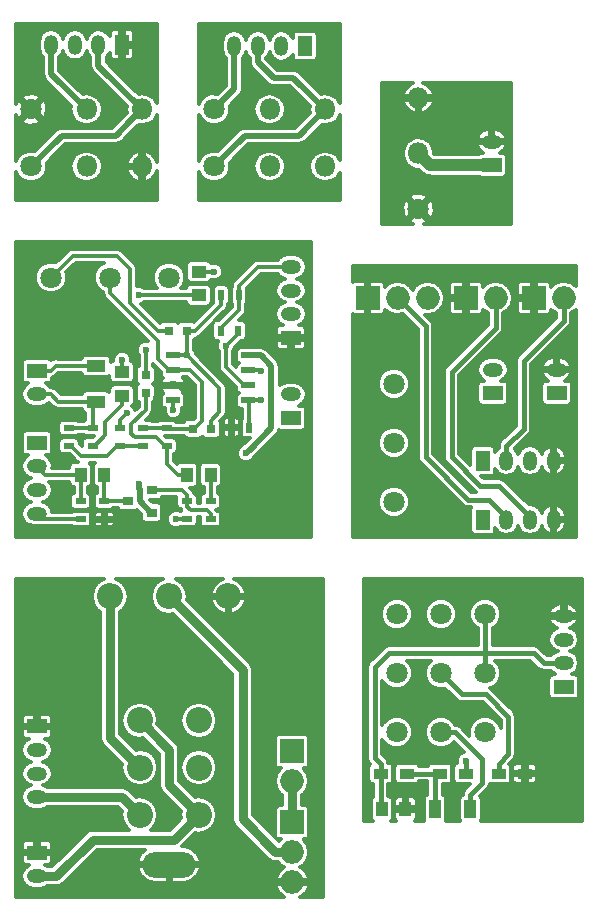
<source format=gtl>
%MOIN*%
%OFA0B0*%
%FSLAX46Y46*%
%IPPOS*%
%LPD*%
%ADD10C,0.0039370078740157488*%
%ADD11O,0.086614173228346469X0.086614173228346469*%
%ADD12O,0.17716535433070868X0.086614173228346469*%
%ADD13O,0.0787X0.0787*%
%ADD14R,0.0787X0.0787*%
%ADD15R,0.066929133858267723X0.047244094488188976*%
%ADD16O,0.066929133858267723X0.047244094488188976*%
%ADD17C,0.031496062992125991*%
%ADD18C,0.011811023622047244*%
%ADD29C,0.0039370078740157488*%
%ADD30C,0.070866141732283464*%
%ADD31R,0.049212598425196853X0.03937007874015748*%
%ADD32R,0.035433070866141732X0.01968503937007874*%
%ADD33R,0.045000000000000005X0.02*%
%ADD34R,0.035433070866141732X0.031496062992125991*%
%ADD35R,0.066929133858267723X0.047244094488188976*%
%ADD36O,0.066929133858267723X0.047244094488188976*%
%ADD37R,0.03937007874015748X0.049212598425196853*%
%ADD38R,0.031496062992125991X0.029527559055118113*%
%ADD39R,0.01968503937007874X0.035433070866141732*%
%ADD40R,0.062992125984251982X0.03937007874015748*%
%ADD41R,0.029527559055118113X0.031496062992125991*%
%ADD42C,0.023622047244094488*%
%ADD43C,0.011811023622047244*%
%ADD44C,0.01968503937007874*%
%ADD55C,0.0039370078740157488*%
%ADD56R,0.066929133858267723X0.047244094488188976*%
%ADD57O,0.066929133858267723X0.047244094488188976*%
%ADD58R,0.047244094488188976X0.035433070866141732*%
%ADD59C,0.070866141732283464*%
%ADD60R,0.03937007874015748X0.049212598425196853*%
%ADD61R,0.03937007874015748X0.062992125984251982*%
%ADD62C,0.023622047244094488*%
%ADD63C,0.015748031496062995*%
%ADD64C,0.011811023622047244*%
%ADD75C,0.0039370078740157488*%
%ADD76C,0.070866141732283464*%
%ADD77O,0.070866141732283464X0.070866141732283464*%
%ADD78R,0.066929133858267723X0.047244094488188976*%
%ADD79O,0.066929133858267723X0.047244094488188976*%
%ADD80C,0.03937007874015748*%
%ADD81C,0.011811023622047244*%
%ADD92C,0.0039370078740157488*%
%ADD93R,0.047244094488188976X0.066929133858267723*%
%ADD94O,0.047244094488188976X0.066929133858267723*%
%ADD95O,0.070866141732283464X0.070866141732283464*%
%ADD96C,0.070866141732283464*%
%ADD97C,0.01968503937007874*%
%ADD98C,0.011811023622047244*%
%ADD109C,0.0039370078740157488*%
%ADD110R,0.047244094488188976X0.066929133858267723*%
%ADD111O,0.047244094488188976X0.066929133858267723*%
%ADD112O,0.070866141732283464X0.070866141732283464*%
%ADD113C,0.070866141732283464*%
%ADD114C,0.01968503937007874*%
%ADD115C,0.011811023622047244*%
%ADD126C,0.0039370078740157488*%
%ADD127O,0.0787X0.0787*%
%ADD128R,0.0787X0.0787*%
%ADD129C,0.070866141732283464*%
%ADD130R,0.066929133858267723X0.047244094488188976*%
%ADD131O,0.066929133858267723X0.047244094488188976*%
%ADD132R,0.047244094488188976X0.066929133858267723*%
%ADD133O,0.047244094488188976X0.066929133858267723*%
%ADD134C,0.015748031496062995*%
%ADD135C,0.011811023622047244*%
%LPD*%
G01*
D10*
D11*
X-0004055118Y0003858267D02*
X0000728346Y0001023622D03*
X0000531496Y0001023622D03*
X0000334645Y0001023622D03*
X0000433070Y0000610236D03*
X0000433070Y0000452755D03*
X0000433070Y0000295275D03*
X0000629921Y0000610236D03*
X0000629921Y0000452755D03*
X0000629921Y0000295275D03*
D12*
X0000531496Y0000129921D03*
D13*
X0000940944Y0000407874D03*
D14*
X0000940944Y0000507874D03*
D13*
X0000940944Y0000070866D03*
D14*
X0000940944Y0000270866D03*
D13*
X0000940944Y0000170866D03*
D15*
X0000090551Y0000590551D03*
D16*
X0000090551Y0000511811D03*
X0000090551Y0000433070D03*
X0000090551Y0000354330D03*
D15*
X0000090551Y0000169291D03*
D16*
X0000090551Y0000090551D03*
D17*
X0000940944Y0000170866D02*
X0000885295Y0000170866D01*
X0000885295Y0000170866D02*
X0000775590Y0000280571D01*
X0000775590Y0000280571D02*
X0000775590Y0000779527D01*
X0000775590Y0000779527D02*
X0000531496Y0001023622D01*
X0000090551Y0000354330D02*
X0000374015Y0000354330D01*
X0000374015Y0000354330D02*
X0000433070Y0000295275D01*
X0000090551Y0000090551D02*
X0000155511Y0000090551D01*
X0000155511Y0000090551D02*
X0000277559Y0000212598D01*
X0000277559Y0000212598D02*
X0000547244Y0000212598D01*
X0000547244Y0000212598D02*
X0000629921Y0000295275D01*
X0000629921Y0000295275D02*
X0000531496Y0000393700D01*
X0000531496Y0000393700D02*
X0000531496Y0000511811D01*
X0000531496Y0000511811D02*
X0000433070Y0000610236D01*
X0000433070Y0000452755D02*
X0000334645Y0000551181D01*
X0000334645Y0000551181D02*
X0000334645Y0001023622D01*
X0000940944Y0000407874D02*
X0000940944Y0000270866D01*
D18*
G36*
X0000311292Y0001081196D02*
X0000291495Y0001067967D01*
X0000278267Y0001048170D01*
X0000273622Y0001024817D01*
X0000273622Y0001022426D01*
X0000278267Y0000999073D01*
X0000291495Y0000979276D01*
X0000301181Y0000972804D01*
X0000301181Y0000551181D01*
X0000303728Y0000538374D01*
X0000310982Y0000527518D01*
X0000374121Y0000464379D01*
X0000372047Y0000453951D01*
X0000372047Y0000451560D01*
X0000376692Y0000428207D01*
X0000389920Y0000408410D01*
X0000409718Y0000395181D01*
X0000433070Y0000390536D01*
X0000456423Y0000395181D01*
X0000476220Y0000408410D01*
X0000489448Y0000428207D01*
X0000494093Y0000451560D01*
X0000494093Y0000453951D01*
X0000489448Y0000477304D01*
X0000476220Y0000497101D01*
X0000456423Y0000510329D01*
X0000433070Y0000514974D01*
X0000420647Y0000512503D01*
X0000368110Y0000565042D01*
X0000368110Y0000972804D01*
X0000377795Y0000979276D01*
X0000391024Y0000999073D01*
X0000395669Y0001022426D01*
X0000395669Y0001024817D01*
X0000391024Y0001048170D01*
X0000377795Y0001067967D01*
X0000357998Y0001081196D01*
X0000355499Y0001081692D01*
X0000510641Y0001081692D01*
X0000508143Y0001081196D01*
X0000488345Y0001067967D01*
X0000475117Y0001048170D01*
X0000470472Y0001024817D01*
X0000470472Y0001022426D01*
X0000475117Y0000999073D01*
X0000488345Y0000979276D01*
X0000508143Y0000966048D01*
X0000531496Y0000961402D01*
X0000543918Y0000963873D01*
X0000742125Y0000765666D01*
X0000742125Y0000280571D01*
X0000744673Y0000267764D01*
X0000751927Y0000256908D01*
X0000861631Y0000147203D01*
X0000861631Y0000147203D01*
X0000872489Y0000139948D01*
X0000885295Y0000137401D01*
X0000895243Y0000137401D01*
X0000900592Y0000129396D01*
X0000913538Y0000120745D01*
X0000912359Y0000120257D01*
X0000895634Y0000105558D01*
X0000885806Y0000085578D01*
X0000888613Y0000076771D01*
X0000935039Y0000076771D01*
X0000935039Y0000077559D01*
X0000946850Y0000077559D01*
X0000946850Y0000076771D01*
X0000993276Y0000076771D01*
X0000996081Y0000085578D01*
X0000986255Y0000105558D01*
X0000969530Y0000120257D01*
X0000968351Y0000120745D01*
X0000981295Y0000129396D01*
X0000993667Y0000147909D01*
X0000998011Y0000169748D01*
X0000998011Y0000171984D01*
X0000993667Y0000193822D01*
X0000981295Y0000212336D01*
X0000979626Y0000213452D01*
X0000980294Y0000213452D01*
X0000986860Y0000214687D01*
X0000992890Y0000218567D01*
X0000996935Y0000224488D01*
X0000998358Y0000231516D01*
X0000998358Y0000310216D01*
X0000997123Y0000316781D01*
X0000993243Y0000322811D01*
X0000987322Y0000326856D01*
X0000980294Y0000328279D01*
X0000974409Y0000328279D01*
X0000974409Y0000361801D01*
X0000981295Y0000366403D01*
X0000993667Y0000384917D01*
X0000998011Y0000406756D01*
X0000998011Y0000408991D01*
X0000993667Y0000430830D01*
X0000981295Y0000449344D01*
X0000979626Y0000450460D01*
X0000980294Y0000450460D01*
X0000986860Y0000451695D01*
X0000992890Y0000455575D01*
X0000996935Y0000461496D01*
X0000998358Y0000468523D01*
X0000998358Y0000547224D01*
X0000997123Y0000553789D01*
X0000993243Y0000559819D01*
X0000987322Y0000563864D01*
X0000980294Y0000565287D01*
X0000901594Y0000565287D01*
X0000895029Y0000564052D01*
X0000888999Y0000560172D01*
X0000884954Y0000554251D01*
X0000883531Y0000547224D01*
X0000883531Y0000468523D01*
X0000884766Y0000461958D01*
X0000888646Y0000455928D01*
X0000894567Y0000451883D01*
X0000901594Y0000450460D01*
X0000902263Y0000450460D01*
X0000900592Y0000449344D01*
X0000888222Y0000430830D01*
X0000883878Y0000408991D01*
X0000883878Y0000406756D01*
X0000888222Y0000384917D01*
X0000900592Y0000366403D01*
X0000907479Y0000361801D01*
X0000907479Y0000328279D01*
X0000901594Y0000328279D01*
X0000895029Y0000327044D01*
X0000888999Y0000323164D01*
X0000884954Y0000317243D01*
X0000883531Y0000310216D01*
X0000883531Y0000231516D01*
X0000884766Y0000224950D01*
X0000888646Y0000218920D01*
X0000894567Y0000214875D01*
X0000901594Y0000213452D01*
X0000902263Y0000213452D01*
X0000900592Y0000212336D01*
X0000896811Y0000206676D01*
X0000809055Y0000294432D01*
X0000809055Y0000779527D01*
X0000806507Y0000792333D01*
X0000799253Y0000803190D01*
X0000594156Y0001008286D01*
X0000669280Y0001008286D01*
X0000679644Y0000986850D01*
X0000697423Y0000971013D01*
X0000713012Y0000964556D01*
X0000722440Y0000967336D01*
X0000722440Y0001017716D01*
X0000734251Y0001017716D01*
X0000734251Y0000967336D01*
X0000743680Y0000964556D01*
X0000759268Y0000971013D01*
X0000777048Y0000986850D01*
X0000787412Y0001008286D01*
X0000784653Y0001017716D01*
X0000734251Y0001017716D01*
X0000722440Y0001017716D01*
X0000672037Y0001017716D01*
X0000669280Y0001008286D01*
X0000594156Y0001008286D01*
X0000590445Y0001011998D01*
X0000592519Y0001022426D01*
X0000592519Y0001024817D01*
X0000587874Y0001048170D01*
X0000574646Y0001067967D01*
X0000554848Y0001081196D01*
X0000552350Y0001081692D01*
X0000710610Y0001081692D01*
X0000697423Y0001076230D01*
X0000679644Y0001060392D01*
X0000669280Y0001038956D01*
X0000672037Y0001029527D01*
X0000722440Y0001029527D01*
X0000722440Y0001030314D01*
X0000734251Y0001030314D01*
X0000734251Y0001029527D01*
X0000784653Y0001029527D01*
X0000787412Y0001038956D01*
X0000777048Y0001060392D01*
X0000759268Y0001076230D01*
X0000746082Y0001081692D01*
X0001042322Y0001081692D01*
X0001042322Y0000020668D01*
X0000967585Y0000020668D01*
X0000969530Y0000021474D01*
X0000986255Y0000036173D01*
X0000996081Y0000056153D01*
X0000993276Y0000064960D01*
X0000946850Y0000064960D01*
X0000946850Y0000064172D01*
X0000935039Y0000064172D01*
X0000935039Y0000064960D01*
X0000888613Y0000064960D01*
X0000885806Y0000056153D01*
X0000895634Y0000036173D01*
X0000912359Y0000021474D01*
X0000914304Y0000020668D01*
X0000020668Y0000020668D01*
X0000020668Y0000196437D01*
X0000039370Y0000196437D01*
X0000039370Y0000179625D01*
X0000043798Y0000175195D01*
X0000084645Y0000175195D01*
X0000084645Y0000206200D01*
X0000096455Y0000206200D01*
X0000096455Y0000175195D01*
X0000137303Y0000175195D01*
X0000141732Y0000179625D01*
X0000141732Y0000196437D01*
X0000139035Y0000202948D01*
X0000134051Y0000207932D01*
X0000127539Y0000210629D01*
X0000100884Y0000210629D01*
X0000096455Y0000206200D01*
X0000084645Y0000206200D01*
X0000080216Y0000210629D01*
X0000053562Y0000210629D01*
X0000047051Y0000207932D01*
X0000042067Y0000202948D01*
X0000039370Y0000196437D01*
X0000020668Y0000196437D01*
X0000020668Y0000511811D01*
X0000038367Y0000511811D01*
X0000041514Y0000495991D01*
X0000050475Y0000482580D01*
X0000063886Y0000473619D01*
X0000069809Y0000472440D01*
X0000063886Y0000471262D01*
X0000050475Y0000462301D01*
X0000041514Y0000448889D01*
X0000038367Y0000433070D01*
X0000041514Y0000417251D01*
X0000050475Y0000403840D01*
X0000063886Y0000394878D01*
X0000069809Y0000393700D01*
X0000063886Y0000392522D01*
X0000050475Y0000383561D01*
X0000041514Y0000370150D01*
X0000038367Y0000354330D01*
X0000041514Y0000338511D01*
X0000050475Y0000325099D01*
X0000063886Y0000316137D01*
X0000079705Y0000312992D01*
X0000101396Y0000312992D01*
X0000117215Y0000316137D01*
X0000124290Y0000320866D01*
X0000360154Y0000320866D01*
X0000374121Y0000306898D01*
X0000372047Y0000296471D01*
X0000372047Y0000294080D01*
X0000376692Y0000270727D01*
X0000389920Y0000250929D01*
X0000397204Y0000246062D01*
X0000277559Y0000246062D01*
X0000264752Y0000243515D01*
X0000253896Y0000236261D01*
X0000141650Y0000124015D01*
X0000124290Y0000124015D01*
X0000118398Y0000127952D01*
X0000127539Y0000127952D01*
X0000134051Y0000130648D01*
X0000139035Y0000135633D01*
X0000141732Y0000142145D01*
X0000141732Y0000158956D01*
X0000137303Y0000163385D01*
X0000096455Y0000163385D01*
X0000096455Y0000162598D01*
X0000084645Y0000162598D01*
X0000084645Y0000163385D01*
X0000043798Y0000163385D01*
X0000039370Y0000158956D01*
X0000039370Y0000142145D01*
X0000042067Y0000135633D01*
X0000047051Y0000130648D01*
X0000053562Y0000127952D01*
X0000062702Y0000127952D01*
X0000050475Y0000119781D01*
X0000041514Y0000106370D01*
X0000038367Y0000090551D01*
X0000041514Y0000074731D01*
X0000050475Y0000061319D01*
X0000063886Y0000052359D01*
X0000079705Y0000049212D01*
X0000101396Y0000049212D01*
X0000117215Y0000052359D01*
X0000124290Y0000057086D01*
X0000155511Y0000057086D01*
X0000168318Y0000059633D01*
X0000179174Y0000066888D01*
X0000226873Y0000114587D01*
X0000427154Y0000114587D01*
X0000427582Y0000112024D01*
X0000438894Y0000090946D01*
X0000457411Y0000075802D01*
X0000480314Y0000068897D01*
X0000525590Y0000068897D01*
X0000525590Y0000124015D01*
X0000537401Y0000124015D01*
X0000537401Y0000068897D01*
X0000582677Y0000068897D01*
X0000605580Y0000075802D01*
X0000624097Y0000090946D01*
X0000635410Y0000112024D01*
X0000635836Y0000114587D01*
X0000633057Y0000124015D01*
X0000537401Y0000124015D01*
X0000525590Y0000124015D01*
X0000429934Y0000124015D01*
X0000427154Y0000114587D01*
X0000226873Y0000114587D01*
X0000291420Y0000179133D01*
X0000451412Y0000179133D01*
X0000438894Y0000168895D01*
X0000427582Y0000147817D01*
X0000427154Y0000145255D01*
X0000429934Y0000135826D01*
X0000525590Y0000135826D01*
X0000525590Y0000136614D01*
X0000537401Y0000136614D01*
X0000537401Y0000135826D01*
X0000633057Y0000135826D01*
X0000635836Y0000145255D01*
X0000635410Y0000147817D01*
X0000624097Y0000168895D01*
X0000605580Y0000184039D01*
X0000582677Y0000190944D01*
X0000572916Y0000190944D01*
X0000617499Y0000235527D01*
X0000629921Y0000233056D01*
X0000653273Y0000237701D01*
X0000673071Y0000250929D01*
X0000686299Y0000270727D01*
X0000690944Y0000294080D01*
X0000690944Y0000296471D01*
X0000686299Y0000319822D01*
X0000673071Y0000339621D01*
X0000653273Y0000352849D01*
X0000629921Y0000357494D01*
X0000617499Y0000355022D01*
X0000564960Y0000407562D01*
X0000564960Y0000453951D01*
X0000568897Y0000453951D01*
X0000568897Y0000451560D01*
X0000573542Y0000428207D01*
X0000586770Y0000408410D01*
X0000606568Y0000395181D01*
X0000629921Y0000390536D01*
X0000653273Y0000395181D01*
X0000673071Y0000408410D01*
X0000686299Y0000428207D01*
X0000690944Y0000451560D01*
X0000690944Y0000453951D01*
X0000686299Y0000477304D01*
X0000673071Y0000497101D01*
X0000653273Y0000510329D01*
X0000629921Y0000514974D01*
X0000606568Y0000510329D01*
X0000586770Y0000497101D01*
X0000573542Y0000477304D01*
X0000568897Y0000453951D01*
X0000564960Y0000453951D01*
X0000564960Y0000511811D01*
X0000562413Y0000524617D01*
X0000555159Y0000535474D01*
X0000492020Y0000598612D01*
X0000494093Y0000609040D01*
X0000494093Y0000611431D01*
X0000568897Y0000611431D01*
X0000568897Y0000609040D01*
X0000573542Y0000585687D01*
X0000586770Y0000565890D01*
X0000606568Y0000552662D01*
X0000629921Y0000548017D01*
X0000653273Y0000552662D01*
X0000673071Y0000565890D01*
X0000686299Y0000585687D01*
X0000690944Y0000609040D01*
X0000690944Y0000611431D01*
X0000686299Y0000634784D01*
X0000673071Y0000654581D01*
X0000653273Y0000667810D01*
X0000629921Y0000672455D01*
X0000606568Y0000667810D01*
X0000586770Y0000654581D01*
X0000573542Y0000634784D01*
X0000568897Y0000611431D01*
X0000494093Y0000611431D01*
X0000489448Y0000634784D01*
X0000476220Y0000654581D01*
X0000456423Y0000667810D01*
X0000433070Y0000672455D01*
X0000409718Y0000667810D01*
X0000389920Y0000654581D01*
X0000376692Y0000634784D01*
X0000372047Y0000611431D01*
X0000372047Y0000609040D01*
X0000376692Y0000585687D01*
X0000389920Y0000565890D01*
X0000409718Y0000552662D01*
X0000433070Y0000548017D01*
X0000445492Y0000550487D01*
X0000498031Y0000497949D01*
X0000498031Y0000393700D01*
X0000500577Y0000380894D01*
X0000507833Y0000370037D01*
X0000570971Y0000306898D01*
X0000568897Y0000296471D01*
X0000568897Y0000294080D01*
X0000570971Y0000283652D01*
X0000533382Y0000246062D01*
X0000468937Y0000246062D01*
X0000476220Y0000250929D01*
X0000489448Y0000270727D01*
X0000494093Y0000294080D01*
X0000494093Y0000296471D01*
X0000489448Y0000319822D01*
X0000476220Y0000339621D01*
X0000456423Y0000352849D01*
X0000433070Y0000357494D01*
X0000420647Y0000355022D01*
X0000397678Y0000377992D01*
X0000386822Y0000385246D01*
X0000374015Y0000387795D01*
X0000124290Y0000387795D01*
X0000117215Y0000392522D01*
X0000111292Y0000393700D01*
X0000117215Y0000394878D01*
X0000130627Y0000403840D01*
X0000139588Y0000417251D01*
X0000142734Y0000433070D01*
X0000139588Y0000448889D01*
X0000130627Y0000462301D01*
X0000117215Y0000471262D01*
X0000111292Y0000472440D01*
X0000117215Y0000473619D01*
X0000130627Y0000482580D01*
X0000139588Y0000495991D01*
X0000142734Y0000511811D01*
X0000139588Y0000527630D01*
X0000130627Y0000541041D01*
X0000118398Y0000549212D01*
X0000127539Y0000549212D01*
X0000134051Y0000551909D01*
X0000139035Y0000556893D01*
X0000141732Y0000563405D01*
X0000141732Y0000580216D01*
X0000137303Y0000584645D01*
X0000096455Y0000584645D01*
X0000096455Y0000583858D01*
X0000084645Y0000583858D01*
X0000084645Y0000584645D01*
X0000043798Y0000584645D01*
X0000039370Y0000580216D01*
X0000039370Y0000563405D01*
X0000042067Y0000556893D01*
X0000047051Y0000551909D01*
X0000053562Y0000549212D01*
X0000062702Y0000549212D01*
X0000050475Y0000541041D01*
X0000041514Y0000527630D01*
X0000038367Y0000511811D01*
X0000020668Y0000511811D01*
X0000020668Y0000617697D01*
X0000039370Y0000617697D01*
X0000039370Y0000600885D01*
X0000043798Y0000596456D01*
X0000084645Y0000596456D01*
X0000084645Y0000627460D01*
X0000096455Y0000627460D01*
X0000096455Y0000596456D01*
X0000137303Y0000596456D01*
X0000141732Y0000600885D01*
X0000141732Y0000617697D01*
X0000139035Y0000624208D01*
X0000134051Y0000629192D01*
X0000127539Y0000631889D01*
X0000100884Y0000631889D01*
X0000096455Y0000627460D01*
X0000084645Y0000627460D01*
X0000080216Y0000631889D01*
X0000053562Y0000631889D01*
X0000047051Y0000629192D01*
X0000042067Y0000624208D01*
X0000039370Y0000617697D01*
X0000020668Y0000617697D01*
X0000020668Y0001081692D01*
X0000313790Y0001081692D01*
X0000311292Y0001081196D01*
X0000311292Y0001081196D01*
G37*
X0000311292Y0001081196D02*
X0000291495Y0001067967D01*
X0000278267Y0001048170D01*
X0000273622Y0001024817D01*
X0000273622Y0001022426D01*
X0000278267Y0000999073D01*
X0000291495Y0000979276D01*
X0000301181Y0000972804D01*
X0000301181Y0000551181D01*
X0000303728Y0000538374D01*
X0000310982Y0000527518D01*
X0000374121Y0000464379D01*
X0000372047Y0000453951D01*
X0000372047Y0000451560D01*
X0000376692Y0000428207D01*
X0000389920Y0000408410D01*
X0000409718Y0000395181D01*
X0000433070Y0000390536D01*
X0000456423Y0000395181D01*
X0000476220Y0000408410D01*
X0000489448Y0000428207D01*
X0000494093Y0000451560D01*
X0000494093Y0000453951D01*
X0000489448Y0000477304D01*
X0000476220Y0000497101D01*
X0000456423Y0000510329D01*
X0000433070Y0000514974D01*
X0000420647Y0000512503D01*
X0000368110Y0000565042D01*
X0000368110Y0000972804D01*
X0000377795Y0000979276D01*
X0000391024Y0000999073D01*
X0000395669Y0001022426D01*
X0000395669Y0001024817D01*
X0000391024Y0001048170D01*
X0000377795Y0001067967D01*
X0000357998Y0001081196D01*
X0000355499Y0001081692D01*
X0000510641Y0001081692D01*
X0000508143Y0001081196D01*
X0000488345Y0001067967D01*
X0000475117Y0001048170D01*
X0000470472Y0001024817D01*
X0000470472Y0001022426D01*
X0000475117Y0000999073D01*
X0000488345Y0000979276D01*
X0000508143Y0000966048D01*
X0000531496Y0000961402D01*
X0000543918Y0000963873D01*
X0000742125Y0000765666D01*
X0000742125Y0000280571D01*
X0000744673Y0000267764D01*
X0000751927Y0000256908D01*
X0000861631Y0000147203D01*
X0000861631Y0000147203D01*
X0000872489Y0000139948D01*
X0000885295Y0000137401D01*
X0000895243Y0000137401D01*
X0000900592Y0000129396D01*
X0000913538Y0000120745D01*
X0000912359Y0000120257D01*
X0000895634Y0000105558D01*
X0000885806Y0000085578D01*
X0000888613Y0000076771D01*
X0000935039Y0000076771D01*
X0000935039Y0000077559D01*
X0000946850Y0000077559D01*
X0000946850Y0000076771D01*
X0000993276Y0000076771D01*
X0000996081Y0000085578D01*
X0000986255Y0000105558D01*
X0000969530Y0000120257D01*
X0000968351Y0000120745D01*
X0000981295Y0000129396D01*
X0000993667Y0000147909D01*
X0000998011Y0000169748D01*
X0000998011Y0000171984D01*
X0000993667Y0000193822D01*
X0000981295Y0000212336D01*
X0000979626Y0000213452D01*
X0000980294Y0000213452D01*
X0000986860Y0000214687D01*
X0000992890Y0000218567D01*
X0000996935Y0000224488D01*
X0000998358Y0000231516D01*
X0000998358Y0000310216D01*
X0000997123Y0000316781D01*
X0000993243Y0000322811D01*
X0000987322Y0000326856D01*
X0000980294Y0000328279D01*
X0000974409Y0000328279D01*
X0000974409Y0000361801D01*
X0000981295Y0000366403D01*
X0000993667Y0000384917D01*
X0000998011Y0000406756D01*
X0000998011Y0000408991D01*
X0000993667Y0000430830D01*
X0000981295Y0000449344D01*
X0000979626Y0000450460D01*
X0000980294Y0000450460D01*
X0000986860Y0000451695D01*
X0000992890Y0000455575D01*
X0000996935Y0000461496D01*
X0000998358Y0000468523D01*
X0000998358Y0000547224D01*
X0000997123Y0000553789D01*
X0000993243Y0000559819D01*
X0000987322Y0000563864D01*
X0000980294Y0000565287D01*
X0000901594Y0000565287D01*
X0000895029Y0000564052D01*
X0000888999Y0000560172D01*
X0000884954Y0000554251D01*
X0000883531Y0000547224D01*
X0000883531Y0000468523D01*
X0000884766Y0000461958D01*
X0000888646Y0000455928D01*
X0000894567Y0000451883D01*
X0000901594Y0000450460D01*
X0000902263Y0000450460D01*
X0000900592Y0000449344D01*
X0000888222Y0000430830D01*
X0000883878Y0000408991D01*
X0000883878Y0000406756D01*
X0000888222Y0000384917D01*
X0000900592Y0000366403D01*
X0000907479Y0000361801D01*
X0000907479Y0000328279D01*
X0000901594Y0000328279D01*
X0000895029Y0000327044D01*
X0000888999Y0000323164D01*
X0000884954Y0000317243D01*
X0000883531Y0000310216D01*
X0000883531Y0000231516D01*
X0000884766Y0000224950D01*
X0000888646Y0000218920D01*
X0000894567Y0000214875D01*
X0000901594Y0000213452D01*
X0000902263Y0000213452D01*
X0000900592Y0000212336D01*
X0000896811Y0000206676D01*
X0000809055Y0000294432D01*
X0000809055Y0000779527D01*
X0000806507Y0000792333D01*
X0000799253Y0000803190D01*
X0000594156Y0001008286D01*
X0000669280Y0001008286D01*
X0000679644Y0000986850D01*
X0000697423Y0000971013D01*
X0000713012Y0000964556D01*
X0000722440Y0000967336D01*
X0000722440Y0001017716D01*
X0000734251Y0001017716D01*
X0000734251Y0000967336D01*
X0000743680Y0000964556D01*
X0000759268Y0000971013D01*
X0000777048Y0000986850D01*
X0000787412Y0001008286D01*
X0000784653Y0001017716D01*
X0000734251Y0001017716D01*
X0000722440Y0001017716D01*
X0000672037Y0001017716D01*
X0000669280Y0001008286D01*
X0000594156Y0001008286D01*
X0000590445Y0001011998D01*
X0000592519Y0001022426D01*
X0000592519Y0001024817D01*
X0000587874Y0001048170D01*
X0000574646Y0001067967D01*
X0000554848Y0001081196D01*
X0000552350Y0001081692D01*
X0000710610Y0001081692D01*
X0000697423Y0001076230D01*
X0000679644Y0001060392D01*
X0000669280Y0001038956D01*
X0000672037Y0001029527D01*
X0000722440Y0001029527D01*
X0000722440Y0001030314D01*
X0000734251Y0001030314D01*
X0000734251Y0001029527D01*
X0000784653Y0001029527D01*
X0000787412Y0001038956D01*
X0000777048Y0001060392D01*
X0000759268Y0001076230D01*
X0000746082Y0001081692D01*
X0001042322Y0001081692D01*
X0001042322Y0000020668D01*
X0000967585Y0000020668D01*
X0000969530Y0000021474D01*
X0000986255Y0000036173D01*
X0000996081Y0000056153D01*
X0000993276Y0000064960D01*
X0000946850Y0000064960D01*
X0000946850Y0000064172D01*
X0000935039Y0000064172D01*
X0000935039Y0000064960D01*
X0000888613Y0000064960D01*
X0000885806Y0000056153D01*
X0000895634Y0000036173D01*
X0000912359Y0000021474D01*
X0000914304Y0000020668D01*
X0000020668Y0000020668D01*
X0000020668Y0000196437D01*
X0000039370Y0000196437D01*
X0000039370Y0000179625D01*
X0000043798Y0000175195D01*
X0000084645Y0000175195D01*
X0000084645Y0000206200D01*
X0000096455Y0000206200D01*
X0000096455Y0000175195D01*
X0000137303Y0000175195D01*
X0000141732Y0000179625D01*
X0000141732Y0000196437D01*
X0000139035Y0000202948D01*
X0000134051Y0000207932D01*
X0000127539Y0000210629D01*
X0000100884Y0000210629D01*
X0000096455Y0000206200D01*
X0000084645Y0000206200D01*
X0000080216Y0000210629D01*
X0000053562Y0000210629D01*
X0000047051Y0000207932D01*
X0000042067Y0000202948D01*
X0000039370Y0000196437D01*
X0000020668Y0000196437D01*
X0000020668Y0000511811D01*
X0000038367Y0000511811D01*
X0000041514Y0000495991D01*
X0000050475Y0000482580D01*
X0000063886Y0000473619D01*
X0000069809Y0000472440D01*
X0000063886Y0000471262D01*
X0000050475Y0000462301D01*
X0000041514Y0000448889D01*
X0000038367Y0000433070D01*
X0000041514Y0000417251D01*
X0000050475Y0000403840D01*
X0000063886Y0000394878D01*
X0000069809Y0000393700D01*
X0000063886Y0000392522D01*
X0000050475Y0000383561D01*
X0000041514Y0000370150D01*
X0000038367Y0000354330D01*
X0000041514Y0000338511D01*
X0000050475Y0000325099D01*
X0000063886Y0000316137D01*
X0000079705Y0000312992D01*
X0000101396Y0000312992D01*
X0000117215Y0000316137D01*
X0000124290Y0000320866D01*
X0000360154Y0000320866D01*
X0000374121Y0000306898D01*
X0000372047Y0000296471D01*
X0000372047Y0000294080D01*
X0000376692Y0000270727D01*
X0000389920Y0000250929D01*
X0000397204Y0000246062D01*
X0000277559Y0000246062D01*
X0000264752Y0000243515D01*
X0000253896Y0000236261D01*
X0000141650Y0000124015D01*
X0000124290Y0000124015D01*
X0000118398Y0000127952D01*
X0000127539Y0000127952D01*
X0000134051Y0000130648D01*
X0000139035Y0000135633D01*
X0000141732Y0000142145D01*
X0000141732Y0000158956D01*
X0000137303Y0000163385D01*
X0000096455Y0000163385D01*
X0000096455Y0000162598D01*
X0000084645Y0000162598D01*
X0000084645Y0000163385D01*
X0000043798Y0000163385D01*
X0000039370Y0000158956D01*
X0000039370Y0000142145D01*
X0000042067Y0000135633D01*
X0000047051Y0000130648D01*
X0000053562Y0000127952D01*
X0000062702Y0000127952D01*
X0000050475Y0000119781D01*
X0000041514Y0000106370D01*
X0000038367Y0000090551D01*
X0000041514Y0000074731D01*
X0000050475Y0000061319D01*
X0000063886Y0000052359D01*
X0000079705Y0000049212D01*
X0000101396Y0000049212D01*
X0000117215Y0000052359D01*
X0000124290Y0000057086D01*
X0000155511Y0000057086D01*
X0000168318Y0000059633D01*
X0000179174Y0000066888D01*
X0000226873Y0000114587D01*
X0000427154Y0000114587D01*
X0000427582Y0000112024D01*
X0000438894Y0000090946D01*
X0000457411Y0000075802D01*
X0000480314Y0000068897D01*
X0000525590Y0000068897D01*
X0000525590Y0000124015D01*
X0000537401Y0000124015D01*
X0000537401Y0000068897D01*
X0000582677Y0000068897D01*
X0000605580Y0000075802D01*
X0000624097Y0000090946D01*
X0000635410Y0000112024D01*
X0000635836Y0000114587D01*
X0000633057Y0000124015D01*
X0000537401Y0000124015D01*
X0000525590Y0000124015D01*
X0000429934Y0000124015D01*
X0000427154Y0000114587D01*
X0000226873Y0000114587D01*
X0000291420Y0000179133D01*
X0000451412Y0000179133D01*
X0000438894Y0000168895D01*
X0000427582Y0000147817D01*
X0000427154Y0000145255D01*
X0000429934Y0000135826D01*
X0000525590Y0000135826D01*
X0000525590Y0000136614D01*
X0000537401Y0000136614D01*
X0000537401Y0000135826D01*
X0000633057Y0000135826D01*
X0000635836Y0000145255D01*
X0000635410Y0000147817D01*
X0000624097Y0000168895D01*
X0000605580Y0000184039D01*
X0000582677Y0000190944D01*
X0000572916Y0000190944D01*
X0000617499Y0000235527D01*
X0000629921Y0000233056D01*
X0000653273Y0000237701D01*
X0000673071Y0000250929D01*
X0000686299Y0000270727D01*
X0000690944Y0000294080D01*
X0000690944Y0000296471D01*
X0000686299Y0000319822D01*
X0000673071Y0000339621D01*
X0000653273Y0000352849D01*
X0000629921Y0000357494D01*
X0000617499Y0000355022D01*
X0000564960Y0000407562D01*
X0000564960Y0000453951D01*
X0000568897Y0000453951D01*
X0000568897Y0000451560D01*
X0000573542Y0000428207D01*
X0000586770Y0000408410D01*
X0000606568Y0000395181D01*
X0000629921Y0000390536D01*
X0000653273Y0000395181D01*
X0000673071Y0000408410D01*
X0000686299Y0000428207D01*
X0000690944Y0000451560D01*
X0000690944Y0000453951D01*
X0000686299Y0000477304D01*
X0000673071Y0000497101D01*
X0000653273Y0000510329D01*
X0000629921Y0000514974D01*
X0000606568Y0000510329D01*
X0000586770Y0000497101D01*
X0000573542Y0000477304D01*
X0000568897Y0000453951D01*
X0000564960Y0000453951D01*
X0000564960Y0000511811D01*
X0000562413Y0000524617D01*
X0000555159Y0000535474D01*
X0000492020Y0000598612D01*
X0000494093Y0000609040D01*
X0000494093Y0000611431D01*
X0000568897Y0000611431D01*
X0000568897Y0000609040D01*
X0000573542Y0000585687D01*
X0000586770Y0000565890D01*
X0000606568Y0000552662D01*
X0000629921Y0000548017D01*
X0000653273Y0000552662D01*
X0000673071Y0000565890D01*
X0000686299Y0000585687D01*
X0000690944Y0000609040D01*
X0000690944Y0000611431D01*
X0000686299Y0000634784D01*
X0000673071Y0000654581D01*
X0000653273Y0000667810D01*
X0000629921Y0000672455D01*
X0000606568Y0000667810D01*
X0000586770Y0000654581D01*
X0000573542Y0000634784D01*
X0000568897Y0000611431D01*
X0000494093Y0000611431D01*
X0000489448Y0000634784D01*
X0000476220Y0000654581D01*
X0000456423Y0000667810D01*
X0000433070Y0000672455D01*
X0000409718Y0000667810D01*
X0000389920Y0000654581D01*
X0000376692Y0000634784D01*
X0000372047Y0000611431D01*
X0000372047Y0000609040D01*
X0000376692Y0000585687D01*
X0000389920Y0000565890D01*
X0000409718Y0000552662D01*
X0000433070Y0000548017D01*
X0000445492Y0000550487D01*
X0000498031Y0000497949D01*
X0000498031Y0000393700D01*
X0000500577Y0000380894D01*
X0000507833Y0000370037D01*
X0000570971Y0000306898D01*
X0000568897Y0000296471D01*
X0000568897Y0000294080D01*
X0000570971Y0000283652D01*
X0000533382Y0000246062D01*
X0000468937Y0000246062D01*
X0000476220Y0000250929D01*
X0000489448Y0000270727D01*
X0000494093Y0000294080D01*
X0000494093Y0000296471D01*
X0000489448Y0000319822D01*
X0000476220Y0000339621D01*
X0000456423Y0000352849D01*
X0000433070Y0000357494D01*
X0000420647Y0000355022D01*
X0000397678Y0000377992D01*
X0000386822Y0000385246D01*
X0000374015Y0000387795D01*
X0000124290Y0000387795D01*
X0000117215Y0000392522D01*
X0000111292Y0000393700D01*
X0000117215Y0000394878D01*
X0000130627Y0000403840D01*
X0000139588Y0000417251D01*
X0000142734Y0000433070D01*
X0000139588Y0000448889D01*
X0000130627Y0000462301D01*
X0000117215Y0000471262D01*
X0000111292Y0000472440D01*
X0000117215Y0000473619D01*
X0000130627Y0000482580D01*
X0000139588Y0000495991D01*
X0000142734Y0000511811D01*
X0000139588Y0000527630D01*
X0000130627Y0000541041D01*
X0000118398Y0000549212D01*
X0000127539Y0000549212D01*
X0000134051Y0000551909D01*
X0000139035Y0000556893D01*
X0000141732Y0000563405D01*
X0000141732Y0000580216D01*
X0000137303Y0000584645D01*
X0000096455Y0000584645D01*
X0000096455Y0000583858D01*
X0000084645Y0000583858D01*
X0000084645Y0000584645D01*
X0000043798Y0000584645D01*
X0000039370Y0000580216D01*
X0000039370Y0000563405D01*
X0000042067Y0000556893D01*
X0000047051Y0000551909D01*
X0000053562Y0000549212D01*
X0000062702Y0000549212D01*
X0000050475Y0000541041D01*
X0000041514Y0000527630D01*
X0000038367Y0000511811D01*
X0000020668Y0000511811D01*
X0000020668Y0000617697D01*
X0000039370Y0000617697D01*
X0000039370Y0000600885D01*
X0000043798Y0000596456D01*
X0000084645Y0000596456D01*
X0000084645Y0000627460D01*
X0000096455Y0000627460D01*
X0000096455Y0000596456D01*
X0000137303Y0000596456D01*
X0000141732Y0000600885D01*
X0000141732Y0000617697D01*
X0000139035Y0000624208D01*
X0000134051Y0000629192D01*
X0000127539Y0000631889D01*
X0000100884Y0000631889D01*
X0000096455Y0000627460D01*
X0000084645Y0000627460D01*
X0000080216Y0000631889D01*
X0000053562Y0000631889D01*
X0000047051Y0000629192D01*
X0000042067Y0000624208D01*
X0000039370Y0000617697D01*
X0000020668Y0000617697D01*
X0000020668Y0001081692D01*
X0000313790Y0001081692D01*
X0000311292Y0001081196D01*
G01*
D29*
D30*
X-0005708661Y0005610236D02*
X0000531496Y0002086614D03*
X0000334645Y0002086614D03*
X0000137795Y0002086614D03*
D31*
X0000374015Y0001692913D03*
X0000374015Y0001771653D03*
D32*
X0000275590Y0001584645D03*
X0000275590Y0001525590D03*
D31*
X0000629921Y0002106299D03*
X0000629921Y0002027559D03*
D33*
X0000794291Y0001826968D03*
X0000794291Y0001776968D03*
X0000794291Y0001726968D03*
X0000794291Y0001676968D03*
X0000544291Y0001676968D03*
X0000544291Y0001726968D03*
X0000544291Y0001776968D03*
X0000544291Y0001826968D03*
D34*
X0000472440Y0001303148D03*
X0000472440Y0001377952D03*
X0000393700Y0001340551D03*
D35*
X0000937007Y0001618110D03*
D36*
X0000937007Y0001696850D03*
D35*
X0000937007Y0001885826D03*
D36*
X0000937007Y0001964566D03*
X0000937007Y0002043307D03*
X0000937007Y0002122047D03*
D35*
X0000090551Y0001535433D03*
D36*
X0000090551Y0001456692D03*
X0000090551Y0001377952D03*
X0000090551Y0001299212D03*
D37*
X0000314960Y0001429133D03*
X0000236220Y0001429133D03*
X0000669291Y0001429133D03*
X0000590551Y0001429133D03*
D38*
X0000612204Y0001582677D03*
X0000671259Y0001582677D03*
D32*
X0000236220Y0001340551D03*
X0000236220Y0001281496D03*
X0000314960Y0001340551D03*
X0000314960Y0001281496D03*
X0000590551Y0001340551D03*
X0000590551Y0001281496D03*
X0000669291Y0001340551D03*
X0000669291Y0001281496D03*
X0000523622Y0001584645D03*
X0000523622Y0001525590D03*
X0000366141Y0001525590D03*
X0000366141Y0001584645D03*
X0000444881Y0001525590D03*
X0000444881Y0001584645D03*
X0000196850Y0001584645D03*
X0000196850Y0001525590D03*
D39*
X0000761810Y0001909448D03*
X0000702755Y0001909448D03*
X0000738188Y0001586614D03*
X0000797244Y0001586614D03*
D40*
X0000287401Y0001673228D03*
X0000287401Y0001791338D03*
D35*
X0000090551Y0001775589D03*
D36*
X0000090551Y0001696850D03*
D38*
X0000590551Y0001909448D03*
X0000531496Y0001909448D03*
D39*
X0000763779Y0002027559D03*
X0000704723Y0002027559D03*
D41*
X0000452755Y0001702755D03*
X0000452755Y0001761811D03*
D42*
X0000389763Y0001633858D03*
X0000452755Y0001846456D03*
X0000374015Y0001812992D03*
X0000553149Y0001281496D03*
X0000545275Y0001643700D03*
X0000431869Y0001397856D03*
X0000787401Y0001499999D03*
X0000600393Y0001643700D03*
X0000704723Y0001543307D03*
X0000836614Y0001775589D03*
X0000720472Y0001858267D03*
X0000681102Y0002106299D03*
X0000430708Y0002027559D03*
X0000836614Y0001677165D03*
X0000590551Y0001826968D03*
D43*
X0000236220Y0001429133D02*
X0000118110Y0001429133D01*
X0000118110Y0001429133D02*
X0000090551Y0001456692D01*
X0000236220Y0001340551D02*
X0000236220Y0001429133D01*
X0000669291Y0001340551D02*
X0000669291Y0001429133D01*
X0000452755Y0001645858D02*
X0000452755Y0001702755D01*
X0000452755Y0001645858D02*
X0000405511Y0001598614D01*
X0000405511Y0001565275D02*
X0000415669Y0001555118D01*
X0000486220Y0001555118D02*
X0000515746Y0001525590D01*
X0000415669Y0001555118D02*
X0000486220Y0001555118D01*
X0000405511Y0001598614D02*
X0000405511Y0001565275D01*
X0000523622Y0001525590D02*
X0000523622Y0001464566D01*
X0000523622Y0001464566D02*
X0000559055Y0001429133D01*
X0000559055Y0001429133D02*
X0000590551Y0001429133D01*
X0000590551Y0001434055D02*
X0000590551Y0001429133D01*
X0000377952Y0001622047D02*
X0000389763Y0001633858D01*
X0000366141Y0001610236D02*
X0000377952Y0001622047D01*
X0000366141Y0001584645D02*
X0000366141Y0001610236D01*
X0000366141Y0001584645D02*
X0000374015Y0001584645D01*
X0000366141Y0001584645D02*
X0000356299Y0001584645D01*
X0000452755Y0001846456D02*
X0000452755Y0001761811D01*
X0000452755Y0001761811D02*
X0000452755Y0001761811D01*
X0000452755Y0001846456D02*
X0000452755Y0001846456D01*
X0000275590Y0001525590D02*
X0000283464Y0001525590D01*
X0000318897Y0001561023D02*
X0000318897Y0001606110D01*
X0000283464Y0001525590D02*
X0000318897Y0001561023D01*
X0000374015Y0001661228D02*
X0000374015Y0001687992D01*
X0000318897Y0001606110D02*
X0000374015Y0001661228D01*
X0000374015Y0001771653D02*
X0000374015Y0001812992D01*
X0000374015Y0001812992D02*
X0000374015Y0001812992D01*
X0000236220Y0001281496D02*
X0000108267Y0001281496D01*
X0000108267Y0001281496D02*
X0000090551Y0001299212D01*
X0000590551Y0001281496D02*
X0000553149Y0001281496D01*
X0000544291Y0001644685D02*
X0000545275Y0001643700D01*
X0000544291Y0001676968D02*
X0000544291Y0001644685D01*
X0000544291Y0001676968D02*
X0000531791Y0001676968D01*
D44*
X0000431869Y0001381152D02*
X0000431869Y0001397856D01*
X0000432894Y0001380128D02*
X0000431869Y0001381152D01*
X0000432894Y0001340727D02*
X0000432894Y0001380128D01*
X0000470472Y0001303148D02*
X0000432894Y0001340727D01*
X0000472440Y0001303148D02*
X0000470472Y0001303148D01*
X0000794291Y0001826968D02*
X0000836476Y0001826968D01*
X0000836476Y0001826968D02*
X0000872047Y0001791397D01*
X0000872047Y0001791397D02*
X0000872047Y0001584645D01*
X0000872047Y0001584645D02*
X0000799212Y0001511811D01*
X0000799212Y0001511811D02*
X0000787401Y0001499999D01*
D43*
X0000492314Y0001909448D02*
X0000503936Y0001909448D01*
X0000503936Y0001909448D02*
X0000531496Y0001909448D01*
X0000137795Y0002086614D02*
X0000210629Y0002159448D01*
X0000356299Y0002159448D02*
X0000401574Y0002114173D01*
X0000210629Y0002159448D02*
X0000356299Y0002159448D01*
X0000401574Y0002000188D02*
X0000492314Y0001909448D01*
X0000401574Y0002114173D02*
X0000401574Y0002000188D01*
X0000494685Y0001814074D02*
X0000531791Y0001776968D01*
X0000334645Y0002034266D02*
X0000494685Y0001874228D01*
X0000334645Y0002086614D02*
X0000334645Y0002034266D01*
X0000531791Y0001776968D02*
X0000544291Y0001776968D01*
X0000494685Y0001874228D02*
X0000494685Y0001814074D01*
X0000612204Y0001582677D02*
X0000525590Y0001582677D01*
X0000525590Y0001582677D02*
X0000523622Y0001584645D01*
X0000612204Y0001582677D02*
X0000613188Y0001582677D01*
X0000613188Y0001582677D02*
X0000639763Y0001609251D01*
X0000639763Y0001609251D02*
X0000639763Y0001739044D01*
X0000444881Y0001584645D02*
X0000523622Y0001584645D01*
X0000601839Y0001776968D02*
X0000578602Y0001776968D01*
X0000578602Y0001776968D02*
X0000544291Y0001776968D01*
X0000639763Y0001739044D02*
X0000601839Y0001776968D01*
X0000600393Y0001660403D02*
X0000600393Y0001643700D01*
X0000600393Y0001683366D02*
X0000600393Y0001660403D01*
X0000556791Y0001726968D02*
X0000600393Y0001683366D01*
X0000544291Y0001726968D02*
X0000556791Y0001726968D01*
X0000937007Y0002122047D02*
X0000826771Y0002122047D01*
X0000826771Y0002122047D02*
X0000763779Y0002059054D01*
X0000763779Y0002059054D02*
X0000763779Y0002027559D01*
X0000702755Y0001909448D02*
X0000702755Y0001917322D01*
X0000702755Y0001917322D02*
X0000763779Y0001978345D01*
X0000763779Y0001978345D02*
X0000763779Y0001998031D01*
X0000763779Y0001998031D02*
X0000763779Y0002027559D01*
X0000196850Y0001584645D02*
X0000275590Y0001584645D01*
X0000275590Y0001584645D02*
X0000275590Y0001661416D01*
X0000275590Y0001661416D02*
X0000287401Y0001673228D01*
X0000287401Y0001673228D02*
X0000161417Y0001673228D01*
X0000161417Y0001673228D02*
X0000137795Y0001696850D01*
X0000137795Y0001696850D02*
X0000090551Y0001696850D01*
X0000794291Y0001776968D02*
X0000835236Y0001776968D01*
X0000835236Y0001776968D02*
X0000836614Y0001775589D01*
X0000761810Y0001909448D02*
X0000761810Y0001899606D01*
X0000761810Y0001899606D02*
X0000720472Y0001858267D01*
X0000720472Y0001858267D02*
X0000720472Y0001858267D01*
X0000781791Y0001726968D02*
X0000720472Y0001788287D01*
X0000794291Y0001726968D02*
X0000781791Y0001726968D01*
X0000720472Y0001788287D02*
X0000720472Y0001858267D01*
X0000720472Y0001858267D02*
X0000720472Y0001858267D01*
X0000629921Y0002106299D02*
X0000681102Y0002106299D01*
X0000629921Y0002027559D02*
X0000430708Y0002027559D01*
X0000797244Y0001586614D02*
X0000797244Y0001674015D01*
X0000797244Y0001674015D02*
X0000794291Y0001676968D01*
X0000794291Y0001676968D02*
X0000836417Y0001676968D01*
X0000836417Y0001676968D02*
X0000836614Y0001677165D01*
X0000590551Y0001340551D02*
X0000590551Y0001322834D01*
X0000590551Y0001322834D02*
X0000602362Y0001311023D01*
X0000602362Y0001311023D02*
X0000657480Y0001311023D01*
X0000657480Y0001311023D02*
X0000669291Y0001299212D01*
X0000669291Y0001299212D02*
X0000669291Y0001281496D01*
X0000472440Y0001377952D02*
X0000574803Y0001377952D01*
X0000574803Y0001377952D02*
X0000590551Y0001362204D01*
X0000590551Y0001362204D02*
X0000590551Y0001340551D01*
X0000366141Y0001525590D02*
X0000444881Y0001525590D01*
X0000238187Y0001492125D02*
X0000324803Y0001492125D01*
X0000324803Y0001492125D02*
X0000358267Y0001525590D01*
X0000358267Y0001525590D02*
X0000366141Y0001525590D01*
X0000196850Y0001525590D02*
X0000204724Y0001525590D01*
X0000204724Y0001525590D02*
X0000238187Y0001492125D01*
X0000314960Y0001340551D02*
X0000314960Y0001429133D01*
X0000393700Y0001340551D02*
X0000314960Y0001340551D01*
X0000590551Y0001909448D02*
X0000618110Y0001909448D01*
X0000704723Y0001998031D02*
X0000704723Y0002027559D01*
X0000704723Y0001996062D02*
X0000704723Y0001998031D01*
X0000618110Y0001909448D02*
X0000704723Y0001996062D01*
X0000590551Y0001826968D02*
X0000590551Y0001909448D01*
X0000698818Y0001718700D02*
X0000590551Y0001826968D01*
X0000544291Y0001826968D02*
X0000590551Y0001826968D01*
X0000698818Y0001636811D02*
X0000698818Y0001718700D01*
X0000671259Y0001609251D02*
X0000698818Y0001636811D01*
X0000671259Y0001582677D02*
X0000671259Y0001609251D01*
X0000155511Y0001791338D02*
X0000287401Y0001791338D01*
X0000153543Y0001793307D02*
X0000155511Y0001791338D01*
X0000135826Y0001775589D02*
X0000153543Y0001793307D01*
X0000090551Y0001775589D02*
X0000135826Y0001775589D01*
X0000106299Y0001791338D02*
X0000090551Y0001775589D01*
G36*
X0001002952Y0001221456D02*
X0000020668Y0001221456D01*
X0000020668Y0001696850D01*
X0000038367Y0001696850D01*
X0000041514Y0001681030D01*
X0000050475Y0001667619D01*
X0000063886Y0001658658D01*
X0000079705Y0001655511D01*
X0000101396Y0001655511D01*
X0000117215Y0001658658D01*
X0000130627Y0001667619D01*
X0000131825Y0001669413D01*
X0000144714Y0001656525D01*
X0000152377Y0001651404D01*
X0000161417Y0001649606D01*
X0000238582Y0001649606D01*
X0000239077Y0001646977D01*
X0000242957Y0001640948D01*
X0000248877Y0001636902D01*
X0000251968Y0001636276D01*
X0000251968Y0001611440D01*
X0000251307Y0001611316D01*
X0000246570Y0001608267D01*
X0000225781Y0001608267D01*
X0000221594Y0001611128D01*
X0000214566Y0001612551D01*
X0000179133Y0001612551D01*
X0000172568Y0001611316D01*
X0000166538Y0001607435D01*
X0000162493Y0001601515D01*
X0000161070Y0001594488D01*
X0000161070Y0001574803D01*
X0000162305Y0001568237D01*
X0000166185Y0001562207D01*
X0000172106Y0001558162D01*
X0000179133Y0001556739D01*
X0000214566Y0001556739D01*
X0000221132Y0001557974D01*
X0000225870Y0001561023D01*
X0000246659Y0001561023D01*
X0000250846Y0001558162D01*
X0000257874Y0001556739D01*
X0000281206Y0001556739D01*
X0000277964Y0001553496D01*
X0000257874Y0001553496D01*
X0000251307Y0001552261D01*
X0000245278Y0001548381D01*
X0000241233Y0001542460D01*
X0000239810Y0001535433D01*
X0000239810Y0001523910D01*
X0000232630Y0001531091D01*
X0000232630Y0001535433D01*
X0000231394Y0001541998D01*
X0000227515Y0001548028D01*
X0000221594Y0001552073D01*
X0000214566Y0001553496D01*
X0000179133Y0001553496D01*
X0000172568Y0001552261D01*
X0000166538Y0001548381D01*
X0000162493Y0001542460D01*
X0000161070Y0001535433D01*
X0000161070Y0001515748D01*
X0000162305Y0001509182D01*
X0000166185Y0001503152D01*
X0000172106Y0001499107D01*
X0000179133Y0001497684D01*
X0000199223Y0001497684D01*
X0000221485Y0001475422D01*
X0000226901Y0001471803D01*
X0000216535Y0001471803D01*
X0000209970Y0001470568D01*
X0000203940Y0001466688D01*
X0000199894Y0001460767D01*
X0000198471Y0001453740D01*
X0000198471Y0001452755D01*
X0000141951Y0001452755D01*
X0000142735Y0001456692D01*
X0000139588Y0001472512D01*
X0000130627Y0001485923D01*
X0000118918Y0001493747D01*
X0000124015Y0001493747D01*
X0000130581Y0001494982D01*
X0000136610Y0001498862D01*
X0000140656Y0001504783D01*
X0000142079Y0001511811D01*
X0000142079Y0001559055D01*
X0000140844Y0001565620D01*
X0000136963Y0001571649D01*
X0000131043Y0001575695D01*
X0000124015Y0001577118D01*
X0000057086Y0001577118D01*
X0000050521Y0001575883D01*
X0000044491Y0001572003D01*
X0000040446Y0001566082D01*
X0000039022Y0001559055D01*
X0000039022Y0001511811D01*
X0000040258Y0001505245D01*
X0000044138Y0001499214D01*
X0000050058Y0001495170D01*
X0000057086Y0001493747D01*
X0000062184Y0001493747D01*
X0000050475Y0001485923D01*
X0000041514Y0001472512D01*
X0000038367Y0001456692D01*
X0000041514Y0001440873D01*
X0000050475Y0001427461D01*
X0000063886Y0001418501D01*
X0000069809Y0001417321D01*
X0000063886Y0001416144D01*
X0000050475Y0001407183D01*
X0000041514Y0001393772D01*
X0000038367Y0001377952D01*
X0000041514Y0001362133D01*
X0000050475Y0001348721D01*
X0000063886Y0001339760D01*
X0000069809Y0001338582D01*
X0000063886Y0001337404D01*
X0000050475Y0001328443D01*
X0000041514Y0001315030D01*
X0000038367Y0001299212D01*
X0000041514Y0001283392D01*
X0000050475Y0001269981D01*
X0000063886Y0001261020D01*
X0000079705Y0001257874D01*
X0000101396Y0001257874D01*
X0000104832Y0001258557D01*
X0000108267Y0001257874D01*
X0000207289Y0001257874D01*
X0000211476Y0001255013D01*
X0000218503Y0001253589D01*
X0000253936Y0001253589D01*
X0000260502Y0001254825D01*
X0000266532Y0001258705D01*
X0000270577Y0001264625D01*
X0000272000Y0001271653D01*
X0000272000Y0001272145D01*
X0000279527Y0001272145D01*
X0000279527Y0001268129D01*
X0000282224Y0001261617D01*
X0000287208Y0001256634D01*
X0000293720Y0001253936D01*
X0000304625Y0001253936D01*
X0000309055Y0001258366D01*
X0000309055Y0001276574D01*
X0000320866Y0001276574D01*
X0000320866Y0001258366D01*
X0000325295Y0001253936D01*
X0000336201Y0001253936D01*
X0000342712Y0001256634D01*
X0000347696Y0001261617D01*
X0000350393Y0001268129D01*
X0000350393Y0001272145D01*
X0000345964Y0001276574D01*
X0000320866Y0001276574D01*
X0000309055Y0001276574D01*
X0000283956Y0001276574D01*
X0000279527Y0001272145D01*
X0000272000Y0001272145D01*
X0000272000Y0001291338D01*
X0000271337Y0001294860D01*
X0000279527Y0001294860D01*
X0000279527Y0001290844D01*
X0000283956Y0001286417D01*
X0000309055Y0001286417D01*
X0000309055Y0001304625D01*
X0000320866Y0001304625D01*
X0000320866Y0001286417D01*
X0000345964Y0001286417D01*
X0000350393Y0001290844D01*
X0000350393Y0001294860D01*
X0000347696Y0001301374D01*
X0000342712Y0001306357D01*
X0000336201Y0001309055D01*
X0000325295Y0001309055D01*
X0000320866Y0001304625D01*
X0000309055Y0001304625D01*
X0000304625Y0001309055D01*
X0000293720Y0001309055D01*
X0000287208Y0001306357D01*
X0000282224Y0001301374D01*
X0000279527Y0001294860D01*
X0000271337Y0001294860D01*
X0000270765Y0001297903D01*
X0000266885Y0001303933D01*
X0000260963Y0001307979D01*
X0000253936Y0001309402D01*
X0000218503Y0001309402D01*
X0000211938Y0001308166D01*
X0000207200Y0001305118D01*
X0000141560Y0001305118D01*
X0000139588Y0001315030D01*
X0000130627Y0001328443D01*
X0000117215Y0001337404D01*
X0000111292Y0001338582D01*
X0000117215Y0001339760D01*
X0000130627Y0001348721D01*
X0000139588Y0001362133D01*
X0000142735Y0001377952D01*
X0000139588Y0001393772D01*
X0000131744Y0001405511D01*
X0000198471Y0001405511D01*
X0000198471Y0001404527D01*
X0000199707Y0001397962D01*
X0000203586Y0001391932D01*
X0000209507Y0001387887D01*
X0000212598Y0001387261D01*
X0000212598Y0001367346D01*
X0000211938Y0001367221D01*
X0000205908Y0001363341D01*
X0000201863Y0001357421D01*
X0000200440Y0001350393D01*
X0000200440Y0001330708D01*
X0000201675Y0001324143D01*
X0000205555Y0001318113D01*
X0000211476Y0001314068D01*
X0000218503Y0001312645D01*
X0000253936Y0001312645D01*
X0000260502Y0001313880D01*
X0000266532Y0001317760D01*
X0000270577Y0001323680D01*
X0000272000Y0001330708D01*
X0000272000Y0001350393D01*
X0000270765Y0001356959D01*
X0000266885Y0001362988D01*
X0000260963Y0001367033D01*
X0000259842Y0001367261D01*
X0000259842Y0001387203D01*
X0000262470Y0001387699D01*
X0000268500Y0001391579D01*
X0000272545Y0001397499D01*
X0000273969Y0001404527D01*
X0000273969Y0001453740D01*
X0000272733Y0001460305D01*
X0000268853Y0001466335D01*
X0000265679Y0001468503D01*
X0000285501Y0001468503D01*
X0000282680Y0001466688D01*
X0000278635Y0001460767D01*
X0000277211Y0001453740D01*
X0000277211Y0001404527D01*
X0000278447Y0001397962D01*
X0000282327Y0001391932D01*
X0000288247Y0001387887D01*
X0000291338Y0001387261D01*
X0000291338Y0001367346D01*
X0000290678Y0001367221D01*
X0000284648Y0001363341D01*
X0000280603Y0001357421D01*
X0000279180Y0001350393D01*
X0000279180Y0001330708D01*
X0000280415Y0001324143D01*
X0000284295Y0001318113D01*
X0000290216Y0001314068D01*
X0000297244Y0001312645D01*
X0000332677Y0001312645D01*
X0000339242Y0001313880D01*
X0000343980Y0001316929D01*
X0000359998Y0001316929D01*
X0000363035Y0001312207D01*
X0000368956Y0001308162D01*
X0000375984Y0001306739D01*
X0000411417Y0001306739D01*
X0000417981Y0001307974D01*
X0000423270Y0001311377D01*
X0000436660Y0001297986D01*
X0000436660Y0001287399D01*
X0000437896Y0001280836D01*
X0000441776Y0001274806D01*
X0000447696Y0001270761D01*
X0000454724Y0001269337D01*
X0000490156Y0001269337D01*
X0000496721Y0001270573D01*
X0000502752Y0001274453D01*
X0000506797Y0001280373D01*
X0000508221Y0001287399D01*
X0000508221Y0001318897D01*
X0000506985Y0001325462D01*
X0000503105Y0001331492D01*
X0000497185Y0001335538D01*
X0000490156Y0001336961D01*
X0000475635Y0001336961D01*
X0000468455Y0001344141D01*
X0000490156Y0001344141D01*
X0000496721Y0001345376D01*
X0000502752Y0001349256D01*
X0000506219Y0001354330D01*
X0000555568Y0001354330D01*
X0000554770Y0001350393D01*
X0000554770Y0001330708D01*
X0000556006Y0001324143D01*
X0000559886Y0001318113D01*
X0000565806Y0001314068D01*
X0000568973Y0001313426D01*
X0000571793Y0001309206D01*
X0000566269Y0001308166D01*
X0000566130Y0001308077D01*
X0000559048Y0001311018D01*
X0000547301Y0001311028D01*
X0000536445Y0001306542D01*
X0000528131Y0001298243D01*
X0000523626Y0001287395D01*
X0000523615Y0001275648D01*
X0000528102Y0001264791D01*
X0000536401Y0001256478D01*
X0000547250Y0001251973D01*
X0000558996Y0001251963D01*
X0000566189Y0001254935D01*
X0000572834Y0001253589D01*
X0000608267Y0001253589D01*
X0000614833Y0001254825D01*
X0000620862Y0001258705D01*
X0000624908Y0001264625D01*
X0000626331Y0001271653D01*
X0000626331Y0001287399D01*
X0000633511Y0001287399D01*
X0000633511Y0001271653D01*
X0000634746Y0001265088D01*
X0000638626Y0001259058D01*
X0000644547Y0001255013D01*
X0000651574Y0001253589D01*
X0000687007Y0001253589D01*
X0000693573Y0001254825D01*
X0000699603Y0001258705D01*
X0000703648Y0001264625D01*
X0000705071Y0001271653D01*
X0000705071Y0001291338D01*
X0000703836Y0001297903D01*
X0000699956Y0001303933D01*
X0000694035Y0001307979D01*
X0000690869Y0001308620D01*
X0000688049Y0001312840D01*
X0000693573Y0001313880D01*
X0000699603Y0001317760D01*
X0000703648Y0001323680D01*
X0000705071Y0001330708D01*
X0000705071Y0001350393D01*
X0000703836Y0001356959D01*
X0000699956Y0001362988D01*
X0000694035Y0001367033D01*
X0000692913Y0001367261D01*
X0000692913Y0001387203D01*
X0000695541Y0001387699D01*
X0000701571Y0001391579D01*
X0000705615Y0001397499D01*
X0000707040Y0001404527D01*
X0000707040Y0001453740D01*
X0000705804Y0001460305D01*
X0000701923Y0001466335D01*
X0000696004Y0001470380D01*
X0000688976Y0001471803D01*
X0000649606Y0001471803D01*
X0000643040Y0001470568D01*
X0000637011Y0001466688D01*
X0000632965Y0001460767D01*
X0000631542Y0001453740D01*
X0000631542Y0001404527D01*
X0000632778Y0001397962D01*
X0000636658Y0001391932D01*
X0000642578Y0001387887D01*
X0000645669Y0001387261D01*
X0000645669Y0001367346D01*
X0000645009Y0001367221D01*
X0000638979Y0001363341D01*
X0000634934Y0001357421D01*
X0000633511Y0001350393D01*
X0000633511Y0001334645D01*
X0000626331Y0001334645D01*
X0000626331Y0001350393D01*
X0000625095Y0001356959D01*
X0000621215Y0001362988D01*
X0000615295Y0001367033D01*
X0000613125Y0001367473D01*
X0000612375Y0001371243D01*
X0000607254Y0001378908D01*
X0000599698Y0001386463D01*
X0000610236Y0001386463D01*
X0000616801Y0001387699D01*
X0000622831Y0001391579D01*
X0000626876Y0001397499D01*
X0000628299Y0001404527D01*
X0000628299Y0001453740D01*
X0000627064Y0001460305D01*
X0000623184Y0001466335D01*
X0000617263Y0001470380D01*
X0000610236Y0001471803D01*
X0000570866Y0001471803D01*
X0000564300Y0001470568D01*
X0000558270Y0001466688D01*
X0000556905Y0001464690D01*
X0000547244Y0001474351D01*
X0000547244Y0001498795D01*
X0000547903Y0001498919D01*
X0000553933Y0001502799D01*
X0000557979Y0001508720D01*
X0000559402Y0001515748D01*
X0000559402Y0001535433D01*
X0000558166Y0001541998D01*
X0000554286Y0001548028D01*
X0000548366Y0001552073D01*
X0000541338Y0001553496D01*
X0000521248Y0001553496D01*
X0000518005Y0001556739D01*
X0000541338Y0001556739D01*
X0000547903Y0001557974D01*
X0000549582Y0001559055D01*
X0000581103Y0001559055D01*
X0000583508Y0001555318D01*
X0000589428Y0001551272D01*
X0000596456Y0001549849D01*
X0000627952Y0001549849D01*
X0000634518Y0001551085D01*
X0000640547Y0001554965D01*
X0000641702Y0001556655D01*
X0000642563Y0001555318D01*
X0000648484Y0001551272D01*
X0000655511Y0001549849D01*
X0000687007Y0001549849D01*
X0000693573Y0001551085D01*
X0000699603Y0001554965D01*
X0000703648Y0001560885D01*
X0000705071Y0001567913D01*
X0000705071Y0001576278D01*
X0000710629Y0001576278D01*
X0000710629Y0001565373D01*
X0000713327Y0001558862D01*
X0000718310Y0001553878D01*
X0000724821Y0001551181D01*
X0000728837Y0001551181D01*
X0000733267Y0001555610D01*
X0000733267Y0001580708D01*
X0000743110Y0001580708D01*
X0000743110Y0001555610D01*
X0000747539Y0001551181D01*
X0000751555Y0001551181D01*
X0000758067Y0001553878D01*
X0000763050Y0001558862D01*
X0000765747Y0001565373D01*
X0000765747Y0001576278D01*
X0000761317Y0001580708D01*
X0000743110Y0001580708D01*
X0000733267Y0001580708D01*
X0000715059Y0001580708D01*
X0000710629Y0001576278D01*
X0000705071Y0001576278D01*
X0000705071Y0001597440D01*
X0000703836Y0001604005D01*
X0000702107Y0001606692D01*
X0000703269Y0001607854D01*
X0000710629Y0001607854D01*
X0000710629Y0001596948D01*
X0000715059Y0001592519D01*
X0000733267Y0001592519D01*
X0000733267Y0001617617D01*
X0000743110Y0001617617D01*
X0000743110Y0001592519D01*
X0000761317Y0001592519D01*
X0000765747Y0001596948D01*
X0000765747Y0001607854D01*
X0000763050Y0001614366D01*
X0000758067Y0001619350D01*
X0000751555Y0001622047D01*
X0000747539Y0001622047D01*
X0000743110Y0001617617D01*
X0000733267Y0001617617D01*
X0000728837Y0001622047D01*
X0000724821Y0001622047D01*
X0000718310Y0001619350D01*
X0000713327Y0001614366D01*
X0000710629Y0001607854D01*
X0000703269Y0001607854D01*
X0000715522Y0001620107D01*
X0000720642Y0001627771D01*
X0000722440Y0001636811D01*
X0000722440Y0001718700D01*
X0000720642Y0001727740D01*
X0000720642Y0001727740D01*
X0000715522Y0001735404D01*
X0000620082Y0001830844D01*
X0000620083Y0001832816D01*
X0000615597Y0001843672D01*
X0000614173Y0001845099D01*
X0000614173Y0001878698D01*
X0000618894Y0001881736D01*
X0000622251Y0001886650D01*
X0000627149Y0001887624D01*
X0000634813Y0001892745D01*
X0000676297Y0001934230D01*
X0000676272Y0001934193D01*
X0000674849Y0001927165D01*
X0000674849Y0001891732D01*
X0000676085Y0001885166D01*
X0000679965Y0001879137D01*
X0000685885Y0001875091D01*
X0000692913Y0001873668D01*
X0000694895Y0001873668D01*
X0000690949Y0001864166D01*
X0000690939Y0001852419D01*
X0000695425Y0001841562D01*
X0000696850Y0001840136D01*
X0000696850Y0001788287D01*
X0000698647Y0001779247D01*
X0000703769Y0001771584D01*
X0000753727Y0001721625D01*
X0000753727Y0001716968D01*
X0000754962Y0001710402D01*
X0000758843Y0001704373D01*
X0000762373Y0001701961D01*
X0000759196Y0001699916D01*
X0000755150Y0001693996D01*
X0000753727Y0001686968D01*
X0000753727Y0001666968D01*
X0000754962Y0001660403D01*
X0000758843Y0001654373D01*
X0000764762Y0001650328D01*
X0000771791Y0001648904D01*
X0000773622Y0001648904D01*
X0000773622Y0001615543D01*
X0000770761Y0001611358D01*
X0000769337Y0001604329D01*
X0000769337Y0001568897D01*
X0000770573Y0001562332D01*
X0000774453Y0001556302D01*
X0000780373Y0001552257D01*
X0000787401Y0001550831D01*
X0000799260Y0001550831D01*
X0000775429Y0001527002D01*
X0000770697Y0001525047D01*
X0000762383Y0001516748D01*
X0000757879Y0001505899D01*
X0000757868Y0001494151D01*
X0000762354Y0001483296D01*
X0000770653Y0001474982D01*
X0000781501Y0001470477D01*
X0000793249Y0001470467D01*
X0000804105Y0001474952D01*
X0000812419Y0001483252D01*
X0000814401Y0001488025D01*
X0000818699Y0001492324D01*
X0000891534Y0001565158D01*
X0000891534Y0001565158D01*
X0000894709Y0001569910D01*
X0000897508Y0001574099D01*
X0000898186Y0001577509D01*
X0000903543Y0001576424D01*
X0000970472Y0001576424D01*
X0000977037Y0001577659D01*
X0000983067Y0001581540D01*
X0000987112Y0001587460D01*
X0000988535Y0001594488D01*
X0000988535Y0001641732D01*
X0000987300Y0001648297D01*
X0000983420Y0001654327D01*
X0000977500Y0001658371D01*
X0000970472Y0001659795D01*
X0000965374Y0001659795D01*
X0000977082Y0001667619D01*
X0000986045Y0001681030D01*
X0000989191Y0001696850D01*
X0000986045Y0001712670D01*
X0000977082Y0001726080D01*
X0000963672Y0001735042D01*
X0000947853Y0001738188D01*
X0000926162Y0001738188D01*
X0000910343Y0001735042D01*
X0000899606Y0001727868D01*
X0000899606Y0001791397D01*
X0000898642Y0001796244D01*
X0000897508Y0001801944D01*
X0000891534Y0001810884D01*
X0000855963Y0001846453D01*
X0000847022Y0001852429D01*
X0000836476Y0001854527D01*
X0000819282Y0001854527D01*
X0000816791Y0001855032D01*
X0000771791Y0001855032D01*
X0000765225Y0001853796D01*
X0000759196Y0001849916D01*
X0000755150Y0001843996D01*
X0000753727Y0001836968D01*
X0000753727Y0001816968D01*
X0000754962Y0001810403D01*
X0000758843Y0001804373D01*
X0000762373Y0001801959D01*
X0000759196Y0001799916D01*
X0000755150Y0001793996D01*
X0000753975Y0001788191D01*
X0000744094Y0001798071D01*
X0000744094Y0001840126D01*
X0000745489Y0001841519D01*
X0000749994Y0001852368D01*
X0000749996Y0001854385D01*
X0000769280Y0001873668D01*
X0000771653Y0001873668D01*
X0000778218Y0001874904D01*
X0000779132Y0001875492D01*
X0000885826Y0001875492D01*
X0000885826Y0001858680D01*
X0000888523Y0001852169D01*
X0000893507Y0001847185D01*
X0000900018Y0001844488D01*
X0000926673Y0001844488D01*
X0000931102Y0001848917D01*
X0000931102Y0001879921D01*
X0000942913Y0001879921D01*
X0000942913Y0001848917D01*
X0000947342Y0001844488D01*
X0000973996Y0001844488D01*
X0000980507Y0001847185D01*
X0000985491Y0001852169D01*
X0000988187Y0001858680D01*
X0000988187Y0001875492D01*
X0000983759Y0001879921D01*
X0000942913Y0001879921D01*
X0000931102Y0001879921D01*
X0000890255Y0001879921D01*
X0000885826Y0001875492D01*
X0000779132Y0001875492D01*
X0000784248Y0001878784D01*
X0000788294Y0001884704D01*
X0000789716Y0001891732D01*
X0000789716Y0001927165D01*
X0000788481Y0001933730D01*
X0000784601Y0001939760D01*
X0000778681Y0001943805D01*
X0000771653Y0001945228D01*
X0000764068Y0001945228D01*
X0000780482Y0001961643D01*
X0000785603Y0001969306D01*
X0000787401Y0001978345D01*
X0000787401Y0001998627D01*
X0000790262Y0002002813D01*
X0000791685Y0002009842D01*
X0000791685Y0002045275D01*
X0000790450Y0002051840D01*
X0000790262Y0002052131D01*
X0000836556Y0002098425D01*
X0000893184Y0002098425D01*
X0000896931Y0002092816D01*
X0000910343Y0002083854D01*
X0000916265Y0002082677D01*
X0000910343Y0002081497D01*
X0000896931Y0002072537D01*
X0000887970Y0002059126D01*
X0000884824Y0002043307D01*
X0000887970Y0002027486D01*
X0000896931Y0002014076D01*
X0000910343Y0002005115D01*
X0000916265Y0002003937D01*
X0000910343Y0002002758D01*
X0000896931Y0001993796D01*
X0000887970Y0001980386D01*
X0000884824Y0001964566D01*
X0000887970Y0001948747D01*
X0000896931Y0001935336D01*
X0000909160Y0001927165D01*
X0000900018Y0001927165D01*
X0000893507Y0001924468D01*
X0000888523Y0001919484D01*
X0000885826Y0001912972D01*
X0000885826Y0001896161D01*
X0000890255Y0001891732D01*
X0000931102Y0001891732D01*
X0000931102Y0001892518D01*
X0000942913Y0001892518D01*
X0000942913Y0001891732D01*
X0000983759Y0001891732D01*
X0000988187Y0001896161D01*
X0000988187Y0001912972D01*
X0000985491Y0001919484D01*
X0000980507Y0001924468D01*
X0000973996Y0001927165D01*
X0000964855Y0001927165D01*
X0000977082Y0001935336D01*
X0000986045Y0001948747D01*
X0000989191Y0001964566D01*
X0000986045Y0001980386D01*
X0000977082Y0001993796D01*
X0000963672Y0002002758D01*
X0000957749Y0002003937D01*
X0000963672Y0002005115D01*
X0000977082Y0002014076D01*
X0000986045Y0002027486D01*
X0000989191Y0002043307D01*
X0000986045Y0002059126D01*
X0000977082Y0002072537D01*
X0000963672Y0002081497D01*
X0000957749Y0002082677D01*
X0000963672Y0002083854D01*
X0000977082Y0002092816D01*
X0000986045Y0002106227D01*
X0000989191Y0002122047D01*
X0000986045Y0002137866D01*
X0000977082Y0002151277D01*
X0000963672Y0002160239D01*
X0000947853Y0002163385D01*
X0000926162Y0002163385D01*
X0000910343Y0002160239D01*
X0000896931Y0002151277D01*
X0000893184Y0002145669D01*
X0000826771Y0002145669D01*
X0000817731Y0002143871D01*
X0000810068Y0002138750D01*
X0000747075Y0002075758D01*
X0000741955Y0002068093D01*
X0000740157Y0002059054D01*
X0000740157Y0002056490D01*
X0000737296Y0002052303D01*
X0000735873Y0002045275D01*
X0000735873Y0002009842D01*
X0000737107Y0002003277D01*
X0000740157Y0001998539D01*
X0000740157Y0001988130D01*
X0000697255Y0001945228D01*
X0000692913Y0001945228D01*
X0000686348Y0001943993D01*
X0000685544Y0001943476D01*
X0000721427Y0001979359D01*
X0000726548Y0001987023D01*
X0000728346Y0001996062D01*
X0000728346Y0001998627D01*
X0000731207Y0002002813D01*
X0000732630Y0002009842D01*
X0000732630Y0002045275D01*
X0000731395Y0002051840D01*
X0000727515Y0002057869D01*
X0000721594Y0002061916D01*
X0000714566Y0002063339D01*
X0000694881Y0002063339D01*
X0000688316Y0002062103D01*
X0000682286Y0002058223D01*
X0000678241Y0002052303D01*
X0000676818Y0002045275D01*
X0000676818Y0002009842D01*
X0000678053Y0002003277D01*
X0000678240Y0002002986D01*
X0000614979Y0001939724D01*
X0000613326Y0001940853D01*
X0000606299Y0001942276D01*
X0000574803Y0001942276D01*
X0000568237Y0001941040D01*
X0000562207Y0001937160D01*
X0000561052Y0001935469D01*
X0000560192Y0001936806D01*
X0000554271Y0001940853D01*
X0000547244Y0001942276D01*
X0000515746Y0001942276D01*
X0000509182Y0001941040D01*
X0000503152Y0001937160D01*
X0000501065Y0001934105D01*
X0000436972Y0001998198D01*
X0000447413Y0002002511D01*
X0000448840Y0002003937D01*
X0000587992Y0002003937D01*
X0000588486Y0002001307D01*
X0000592366Y0001995278D01*
X0000598287Y0001991233D01*
X0000605314Y0001989810D01*
X0000654527Y0001989810D01*
X0000661092Y0001991045D01*
X0000667121Y0001994925D01*
X0000671167Y0002000846D01*
X0000672591Y0002007874D01*
X0000672591Y0002047244D01*
X0000671354Y0002053809D01*
X0000667475Y0002059839D01*
X0000661555Y0002063883D01*
X0000654527Y0002065306D01*
X0000605314Y0002065306D01*
X0000598749Y0002064072D01*
X0000592719Y0002060191D01*
X0000588674Y0002054271D01*
X0000588048Y0002051181D01*
X0000571231Y0002051181D01*
X0000576527Y0002056468D01*
X0000584636Y0002075994D01*
X0000584654Y0002097138D01*
X0000576580Y0002116681D01*
X0000567294Y0002125984D01*
X0000587251Y0002125984D01*
X0000587251Y0002086614D01*
X0000588486Y0002080048D01*
X0000592366Y0002074018D01*
X0000598287Y0002069973D01*
X0000605314Y0002068550D01*
X0000654527Y0002068550D01*
X0000661092Y0002069785D01*
X0000667121Y0002073665D01*
X0000670564Y0002078701D01*
X0000675203Y0002076776D01*
X0000686950Y0002076766D01*
X0000697806Y0002081252D01*
X0000706120Y0002089551D01*
X0000710623Y0002100400D01*
X0000710635Y0002112146D01*
X0000706149Y0002123003D01*
X0000697850Y0002131316D01*
X0000687001Y0002135821D01*
X0000675253Y0002135831D01*
X0000670506Y0002133869D01*
X0000667475Y0002138579D01*
X0000661555Y0002142624D01*
X0000654527Y0002144047D01*
X0000605314Y0002144047D01*
X0000598749Y0002142812D01*
X0000592719Y0002138932D01*
X0000588674Y0002133012D01*
X0000587251Y0002125984D01*
X0000567294Y0002125984D01*
X0000561642Y0002131645D01*
X0000542114Y0002139754D01*
X0000520970Y0002139772D01*
X0000501428Y0002131698D01*
X0000486464Y0002116760D01*
X0000478354Y0002097232D01*
X0000478337Y0002076088D01*
X0000486411Y0002056546D01*
X0000491767Y0002051181D01*
X0000448850Y0002051181D01*
X0000447456Y0002052576D01*
X0000436608Y0002057081D01*
X0000425196Y0002057090D01*
X0000425196Y0002114173D01*
X0000423398Y0002123212D01*
X0000418278Y0002130876D01*
X0000373002Y0002176152D01*
X0000365338Y0002181272D01*
X0000356299Y0002183070D01*
X0000210629Y0002183070D01*
X0000201590Y0002181272D01*
X0000193926Y0002176152D01*
X0000154854Y0002137080D01*
X0000148413Y0002139754D01*
X0000127269Y0002139772D01*
X0000107727Y0002131698D01*
X0000092763Y0002116760D01*
X0000084654Y0002097232D01*
X0000084636Y0002076088D01*
X0000092710Y0002056546D01*
X0000107649Y0002041582D01*
X0000127176Y0002033472D01*
X0000148320Y0002033455D01*
X0000167861Y0002041529D01*
X0000182826Y0002056468D01*
X0000190934Y0002075994D01*
X0000190954Y0002097138D01*
X0000188255Y0002103668D01*
X0000220414Y0002135826D01*
X0000314569Y0002135826D01*
X0000304578Y0002131698D01*
X0000289613Y0002116760D01*
X0000281505Y0002097232D01*
X0000281486Y0002076088D01*
X0000289561Y0002056546D01*
X0000304499Y0002041582D01*
X0000311023Y0002038873D01*
X0000311023Y0002034266D01*
X0000312821Y0002025227D01*
X0000317942Y0002017564D01*
X0000460147Y0001875359D01*
X0000458654Y0001875978D01*
X0000446907Y0001875989D01*
X0000436051Y0001871503D01*
X0000427737Y0001863204D01*
X0000423232Y0001852355D01*
X0000423222Y0001840609D01*
X0000427708Y0001829752D01*
X0000429133Y0001828325D01*
X0000429133Y0001792911D01*
X0000425396Y0001790507D01*
X0000421350Y0001784586D01*
X0000419928Y0001777559D01*
X0000419928Y0001746062D01*
X0000421162Y0001739497D01*
X0000425043Y0001733467D01*
X0000426734Y0001732312D01*
X0000425396Y0001731452D01*
X0000421350Y0001725531D01*
X0000419928Y0001718503D01*
X0000419928Y0001687007D01*
X0000421162Y0001680442D01*
X0000425043Y0001674412D01*
X0000429133Y0001671618D01*
X0000429133Y0001655642D01*
X0000417513Y0001644021D01*
X0000414810Y0001650562D01*
X0000407498Y0001657887D01*
X0000411217Y0001660279D01*
X0000415262Y0001666200D01*
X0000416685Y0001673228D01*
X0000416685Y0001712598D01*
X0000415450Y0001719163D01*
X0000411570Y0001725193D01*
X0000405649Y0001729238D01*
X0000398622Y0001730662D01*
X0000349409Y0001730662D01*
X0000342844Y0001729426D01*
X0000336814Y0001725546D01*
X0000332768Y0001719625D01*
X0000331345Y0001712598D01*
X0000331345Y0001705850D01*
X0000325925Y0001709553D01*
X0000318897Y0001710977D01*
X0000255905Y0001710977D01*
X0000249339Y0001709740D01*
X0000243310Y0001705861D01*
X0000239265Y0001699941D01*
X0000238639Y0001696850D01*
X0000171201Y0001696850D01*
X0000154498Y0001713553D01*
X0000146835Y0001718674D01*
X0000137795Y0001720472D01*
X0000134374Y0001720472D01*
X0000130627Y0001726080D01*
X0000118918Y0001733904D01*
X0000124015Y0001733904D01*
X0000130581Y0001735139D01*
X0000136610Y0001739020D01*
X0000140656Y0001744940D01*
X0000142079Y0001751968D01*
X0000142079Y0001753212D01*
X0000144866Y0001753766D01*
X0000152530Y0001758887D01*
X0000161359Y0001767715D01*
X0000238582Y0001767715D01*
X0000239077Y0001765088D01*
X0000242957Y0001759058D01*
X0000248877Y0001755013D01*
X0000255905Y0001753589D01*
X0000318897Y0001753589D01*
X0000325462Y0001754825D01*
X0000331345Y0001758610D01*
X0000331345Y0001751968D01*
X0000332580Y0001745403D01*
X0000336461Y0001739373D01*
X0000342381Y0001735328D01*
X0000349409Y0001733904D01*
X0000398622Y0001733904D01*
X0000405187Y0001735139D01*
X0000411217Y0001739020D01*
X0000415262Y0001744940D01*
X0000416685Y0001751968D01*
X0000416685Y0001791338D01*
X0000415450Y0001797903D01*
X0000411570Y0001803933D01*
X0000405649Y0001807979D01*
X0000403539Y0001808406D01*
X0000403548Y0001818839D01*
X0000399062Y0001829696D01*
X0000390763Y0001838007D01*
X0000379914Y0001842513D01*
X0000368168Y0001842524D01*
X0000357311Y0001838038D01*
X0000348998Y0001829739D01*
X0000344493Y0001818891D01*
X0000344484Y0001808475D01*
X0000342844Y0001808166D01*
X0000336961Y0001804381D01*
X0000336961Y0001811023D01*
X0000335725Y0001817588D01*
X0000331845Y0001823618D01*
X0000325925Y0001827664D01*
X0000318897Y0001829087D01*
X0000255905Y0001829087D01*
X0000249339Y0001827851D01*
X0000243310Y0001823971D01*
X0000239265Y0001818051D01*
X0000238639Y0001814958D01*
X0000162838Y0001814958D01*
X0000162583Y0001815130D01*
X0000153543Y0001816928D01*
X0000144503Y0001815130D01*
X0000137735Y0001810608D01*
X0000136963Y0001811807D01*
X0000131043Y0001815853D01*
X0000124015Y0001817276D01*
X0000057086Y0001817276D01*
X0000050521Y0001816039D01*
X0000044491Y0001812160D01*
X0000040446Y0001806240D01*
X0000039022Y0001799212D01*
X0000039022Y0001751968D01*
X0000040258Y0001745403D01*
X0000044138Y0001739373D01*
X0000050058Y0001735328D01*
X0000057086Y0001733904D01*
X0000062184Y0001733904D01*
X0000050475Y0001726080D01*
X0000041514Y0001712670D01*
X0000038367Y0001696850D01*
X0000020668Y0001696850D01*
X0000020668Y0002203740D01*
X0001002952Y0002203740D01*
X0001002952Y0001221456D01*
X0001002952Y0001221456D01*
G37*
X0001002952Y0001221456D02*
X0000020668Y0001221456D01*
X0000020668Y0001696850D01*
X0000038367Y0001696850D01*
X0000041514Y0001681030D01*
X0000050475Y0001667619D01*
X0000063886Y0001658658D01*
X0000079705Y0001655511D01*
X0000101396Y0001655511D01*
X0000117215Y0001658658D01*
X0000130627Y0001667619D01*
X0000131825Y0001669413D01*
X0000144714Y0001656525D01*
X0000152377Y0001651404D01*
X0000161417Y0001649606D01*
X0000238582Y0001649606D01*
X0000239077Y0001646977D01*
X0000242957Y0001640948D01*
X0000248877Y0001636902D01*
X0000251968Y0001636276D01*
X0000251968Y0001611440D01*
X0000251307Y0001611316D01*
X0000246570Y0001608267D01*
X0000225781Y0001608267D01*
X0000221594Y0001611128D01*
X0000214566Y0001612551D01*
X0000179133Y0001612551D01*
X0000172568Y0001611316D01*
X0000166538Y0001607435D01*
X0000162493Y0001601515D01*
X0000161070Y0001594488D01*
X0000161070Y0001574803D01*
X0000162305Y0001568237D01*
X0000166185Y0001562207D01*
X0000172106Y0001558162D01*
X0000179133Y0001556739D01*
X0000214566Y0001556739D01*
X0000221132Y0001557974D01*
X0000225870Y0001561023D01*
X0000246659Y0001561023D01*
X0000250846Y0001558162D01*
X0000257874Y0001556739D01*
X0000281206Y0001556739D01*
X0000277964Y0001553496D01*
X0000257874Y0001553496D01*
X0000251307Y0001552261D01*
X0000245278Y0001548381D01*
X0000241233Y0001542460D01*
X0000239810Y0001535433D01*
X0000239810Y0001523910D01*
X0000232630Y0001531091D01*
X0000232630Y0001535433D01*
X0000231394Y0001541998D01*
X0000227515Y0001548028D01*
X0000221594Y0001552073D01*
X0000214566Y0001553496D01*
X0000179133Y0001553496D01*
X0000172568Y0001552261D01*
X0000166538Y0001548381D01*
X0000162493Y0001542460D01*
X0000161070Y0001535433D01*
X0000161070Y0001515748D01*
X0000162305Y0001509182D01*
X0000166185Y0001503152D01*
X0000172106Y0001499107D01*
X0000179133Y0001497684D01*
X0000199223Y0001497684D01*
X0000221485Y0001475422D01*
X0000226901Y0001471803D01*
X0000216535Y0001471803D01*
X0000209970Y0001470568D01*
X0000203940Y0001466688D01*
X0000199894Y0001460767D01*
X0000198471Y0001453740D01*
X0000198471Y0001452755D01*
X0000141951Y0001452755D01*
X0000142735Y0001456692D01*
X0000139588Y0001472512D01*
X0000130627Y0001485923D01*
X0000118918Y0001493747D01*
X0000124015Y0001493747D01*
X0000130581Y0001494982D01*
X0000136610Y0001498862D01*
X0000140656Y0001504783D01*
X0000142079Y0001511811D01*
X0000142079Y0001559055D01*
X0000140844Y0001565620D01*
X0000136963Y0001571649D01*
X0000131043Y0001575695D01*
X0000124015Y0001577118D01*
X0000057086Y0001577118D01*
X0000050521Y0001575883D01*
X0000044491Y0001572003D01*
X0000040446Y0001566082D01*
X0000039022Y0001559055D01*
X0000039022Y0001511811D01*
X0000040258Y0001505245D01*
X0000044138Y0001499214D01*
X0000050058Y0001495170D01*
X0000057086Y0001493747D01*
X0000062184Y0001493747D01*
X0000050475Y0001485923D01*
X0000041514Y0001472512D01*
X0000038367Y0001456692D01*
X0000041514Y0001440873D01*
X0000050475Y0001427461D01*
X0000063886Y0001418501D01*
X0000069809Y0001417321D01*
X0000063886Y0001416144D01*
X0000050475Y0001407183D01*
X0000041514Y0001393772D01*
X0000038367Y0001377952D01*
X0000041514Y0001362133D01*
X0000050475Y0001348721D01*
X0000063886Y0001339760D01*
X0000069809Y0001338582D01*
X0000063886Y0001337404D01*
X0000050475Y0001328443D01*
X0000041514Y0001315030D01*
X0000038367Y0001299212D01*
X0000041514Y0001283392D01*
X0000050475Y0001269981D01*
X0000063886Y0001261020D01*
X0000079705Y0001257874D01*
X0000101396Y0001257874D01*
X0000104832Y0001258557D01*
X0000108267Y0001257874D01*
X0000207289Y0001257874D01*
X0000211476Y0001255013D01*
X0000218503Y0001253589D01*
X0000253936Y0001253589D01*
X0000260502Y0001254825D01*
X0000266532Y0001258705D01*
X0000270577Y0001264625D01*
X0000272000Y0001271653D01*
X0000272000Y0001272145D01*
X0000279527Y0001272145D01*
X0000279527Y0001268129D01*
X0000282224Y0001261617D01*
X0000287208Y0001256634D01*
X0000293720Y0001253936D01*
X0000304625Y0001253936D01*
X0000309055Y0001258366D01*
X0000309055Y0001276574D01*
X0000320866Y0001276574D01*
X0000320866Y0001258366D01*
X0000325295Y0001253936D01*
X0000336201Y0001253936D01*
X0000342712Y0001256634D01*
X0000347696Y0001261617D01*
X0000350393Y0001268129D01*
X0000350393Y0001272145D01*
X0000345964Y0001276574D01*
X0000320866Y0001276574D01*
X0000309055Y0001276574D01*
X0000283956Y0001276574D01*
X0000279527Y0001272145D01*
X0000272000Y0001272145D01*
X0000272000Y0001291338D01*
X0000271337Y0001294860D01*
X0000279527Y0001294860D01*
X0000279527Y0001290844D01*
X0000283956Y0001286417D01*
X0000309055Y0001286417D01*
X0000309055Y0001304625D01*
X0000320866Y0001304625D01*
X0000320866Y0001286417D01*
X0000345964Y0001286417D01*
X0000350393Y0001290844D01*
X0000350393Y0001294860D01*
X0000347696Y0001301374D01*
X0000342712Y0001306357D01*
X0000336201Y0001309055D01*
X0000325295Y0001309055D01*
X0000320866Y0001304625D01*
X0000309055Y0001304625D01*
X0000304625Y0001309055D01*
X0000293720Y0001309055D01*
X0000287208Y0001306357D01*
X0000282224Y0001301374D01*
X0000279527Y0001294860D01*
X0000271337Y0001294860D01*
X0000270765Y0001297903D01*
X0000266885Y0001303933D01*
X0000260963Y0001307979D01*
X0000253936Y0001309402D01*
X0000218503Y0001309402D01*
X0000211938Y0001308166D01*
X0000207200Y0001305118D01*
X0000141560Y0001305118D01*
X0000139588Y0001315030D01*
X0000130627Y0001328443D01*
X0000117215Y0001337404D01*
X0000111292Y0001338582D01*
X0000117215Y0001339760D01*
X0000130627Y0001348721D01*
X0000139588Y0001362133D01*
X0000142735Y0001377952D01*
X0000139588Y0001393772D01*
X0000131744Y0001405511D01*
X0000198471Y0001405511D01*
X0000198471Y0001404527D01*
X0000199707Y0001397962D01*
X0000203586Y0001391932D01*
X0000209507Y0001387887D01*
X0000212598Y0001387261D01*
X0000212598Y0001367346D01*
X0000211938Y0001367221D01*
X0000205908Y0001363341D01*
X0000201863Y0001357421D01*
X0000200440Y0001350393D01*
X0000200440Y0001330708D01*
X0000201675Y0001324143D01*
X0000205555Y0001318113D01*
X0000211476Y0001314068D01*
X0000218503Y0001312645D01*
X0000253936Y0001312645D01*
X0000260502Y0001313880D01*
X0000266532Y0001317760D01*
X0000270577Y0001323680D01*
X0000272000Y0001330708D01*
X0000272000Y0001350393D01*
X0000270765Y0001356959D01*
X0000266885Y0001362988D01*
X0000260963Y0001367033D01*
X0000259842Y0001367261D01*
X0000259842Y0001387203D01*
X0000262470Y0001387699D01*
X0000268500Y0001391579D01*
X0000272545Y0001397499D01*
X0000273969Y0001404527D01*
X0000273969Y0001453740D01*
X0000272733Y0001460305D01*
X0000268853Y0001466335D01*
X0000265679Y0001468503D01*
X0000285501Y0001468503D01*
X0000282680Y0001466688D01*
X0000278635Y0001460767D01*
X0000277211Y0001453740D01*
X0000277211Y0001404527D01*
X0000278447Y0001397962D01*
X0000282327Y0001391932D01*
X0000288247Y0001387887D01*
X0000291338Y0001387261D01*
X0000291338Y0001367346D01*
X0000290678Y0001367221D01*
X0000284648Y0001363341D01*
X0000280603Y0001357421D01*
X0000279180Y0001350393D01*
X0000279180Y0001330708D01*
X0000280415Y0001324143D01*
X0000284295Y0001318113D01*
X0000290216Y0001314068D01*
X0000297244Y0001312645D01*
X0000332677Y0001312645D01*
X0000339242Y0001313880D01*
X0000343980Y0001316929D01*
X0000359998Y0001316929D01*
X0000363035Y0001312207D01*
X0000368956Y0001308162D01*
X0000375984Y0001306739D01*
X0000411417Y0001306739D01*
X0000417981Y0001307974D01*
X0000423270Y0001311377D01*
X0000436660Y0001297986D01*
X0000436660Y0001287399D01*
X0000437896Y0001280836D01*
X0000441776Y0001274806D01*
X0000447696Y0001270761D01*
X0000454724Y0001269337D01*
X0000490156Y0001269337D01*
X0000496721Y0001270573D01*
X0000502752Y0001274453D01*
X0000506797Y0001280373D01*
X0000508221Y0001287399D01*
X0000508221Y0001318897D01*
X0000506985Y0001325462D01*
X0000503105Y0001331492D01*
X0000497185Y0001335538D01*
X0000490156Y0001336961D01*
X0000475635Y0001336961D01*
X0000468455Y0001344141D01*
X0000490156Y0001344141D01*
X0000496721Y0001345376D01*
X0000502752Y0001349256D01*
X0000506219Y0001354330D01*
X0000555568Y0001354330D01*
X0000554770Y0001350393D01*
X0000554770Y0001330708D01*
X0000556006Y0001324143D01*
X0000559886Y0001318113D01*
X0000565806Y0001314068D01*
X0000568973Y0001313426D01*
X0000571793Y0001309206D01*
X0000566269Y0001308166D01*
X0000566130Y0001308077D01*
X0000559048Y0001311018D01*
X0000547301Y0001311028D01*
X0000536445Y0001306542D01*
X0000528131Y0001298243D01*
X0000523626Y0001287395D01*
X0000523615Y0001275648D01*
X0000528102Y0001264791D01*
X0000536401Y0001256478D01*
X0000547250Y0001251973D01*
X0000558996Y0001251963D01*
X0000566189Y0001254935D01*
X0000572834Y0001253589D01*
X0000608267Y0001253589D01*
X0000614833Y0001254825D01*
X0000620862Y0001258705D01*
X0000624908Y0001264625D01*
X0000626331Y0001271653D01*
X0000626331Y0001287399D01*
X0000633511Y0001287399D01*
X0000633511Y0001271653D01*
X0000634746Y0001265088D01*
X0000638626Y0001259058D01*
X0000644547Y0001255013D01*
X0000651574Y0001253589D01*
X0000687007Y0001253589D01*
X0000693573Y0001254825D01*
X0000699603Y0001258705D01*
X0000703648Y0001264625D01*
X0000705071Y0001271653D01*
X0000705071Y0001291338D01*
X0000703836Y0001297903D01*
X0000699956Y0001303933D01*
X0000694035Y0001307979D01*
X0000690869Y0001308620D01*
X0000688049Y0001312840D01*
X0000693573Y0001313880D01*
X0000699603Y0001317760D01*
X0000703648Y0001323680D01*
X0000705071Y0001330708D01*
X0000705071Y0001350393D01*
X0000703836Y0001356959D01*
X0000699956Y0001362988D01*
X0000694035Y0001367033D01*
X0000692913Y0001367261D01*
X0000692913Y0001387203D01*
X0000695541Y0001387699D01*
X0000701571Y0001391579D01*
X0000705615Y0001397499D01*
X0000707040Y0001404527D01*
X0000707040Y0001453740D01*
X0000705804Y0001460305D01*
X0000701923Y0001466335D01*
X0000696004Y0001470380D01*
X0000688976Y0001471803D01*
X0000649606Y0001471803D01*
X0000643040Y0001470568D01*
X0000637011Y0001466688D01*
X0000632965Y0001460767D01*
X0000631542Y0001453740D01*
X0000631542Y0001404527D01*
X0000632778Y0001397962D01*
X0000636658Y0001391932D01*
X0000642578Y0001387887D01*
X0000645669Y0001387261D01*
X0000645669Y0001367346D01*
X0000645009Y0001367221D01*
X0000638979Y0001363341D01*
X0000634934Y0001357421D01*
X0000633511Y0001350393D01*
X0000633511Y0001334645D01*
X0000626331Y0001334645D01*
X0000626331Y0001350393D01*
X0000625095Y0001356959D01*
X0000621215Y0001362988D01*
X0000615295Y0001367033D01*
X0000613125Y0001367473D01*
X0000612375Y0001371243D01*
X0000607254Y0001378908D01*
X0000599698Y0001386463D01*
X0000610236Y0001386463D01*
X0000616801Y0001387699D01*
X0000622831Y0001391579D01*
X0000626876Y0001397499D01*
X0000628299Y0001404527D01*
X0000628299Y0001453740D01*
X0000627064Y0001460305D01*
X0000623184Y0001466335D01*
X0000617263Y0001470380D01*
X0000610236Y0001471803D01*
X0000570866Y0001471803D01*
X0000564300Y0001470568D01*
X0000558270Y0001466688D01*
X0000556905Y0001464690D01*
X0000547244Y0001474351D01*
X0000547244Y0001498795D01*
X0000547903Y0001498919D01*
X0000553933Y0001502799D01*
X0000557979Y0001508720D01*
X0000559402Y0001515748D01*
X0000559402Y0001535433D01*
X0000558166Y0001541998D01*
X0000554286Y0001548028D01*
X0000548366Y0001552073D01*
X0000541338Y0001553496D01*
X0000521248Y0001553496D01*
X0000518005Y0001556739D01*
X0000541338Y0001556739D01*
X0000547903Y0001557974D01*
X0000549582Y0001559055D01*
X0000581103Y0001559055D01*
X0000583508Y0001555318D01*
X0000589428Y0001551272D01*
X0000596456Y0001549849D01*
X0000627952Y0001549849D01*
X0000634518Y0001551085D01*
X0000640547Y0001554965D01*
X0000641702Y0001556655D01*
X0000642563Y0001555318D01*
X0000648484Y0001551272D01*
X0000655511Y0001549849D01*
X0000687007Y0001549849D01*
X0000693573Y0001551085D01*
X0000699603Y0001554965D01*
X0000703648Y0001560885D01*
X0000705071Y0001567913D01*
X0000705071Y0001576278D01*
X0000710629Y0001576278D01*
X0000710629Y0001565373D01*
X0000713327Y0001558862D01*
X0000718310Y0001553878D01*
X0000724821Y0001551181D01*
X0000728837Y0001551181D01*
X0000733267Y0001555610D01*
X0000733267Y0001580708D01*
X0000743110Y0001580708D01*
X0000743110Y0001555610D01*
X0000747539Y0001551181D01*
X0000751555Y0001551181D01*
X0000758067Y0001553878D01*
X0000763050Y0001558862D01*
X0000765747Y0001565373D01*
X0000765747Y0001576278D01*
X0000761317Y0001580708D01*
X0000743110Y0001580708D01*
X0000733267Y0001580708D01*
X0000715059Y0001580708D01*
X0000710629Y0001576278D01*
X0000705071Y0001576278D01*
X0000705071Y0001597440D01*
X0000703836Y0001604005D01*
X0000702107Y0001606692D01*
X0000703269Y0001607854D01*
X0000710629Y0001607854D01*
X0000710629Y0001596948D01*
X0000715059Y0001592519D01*
X0000733267Y0001592519D01*
X0000733267Y0001617617D01*
X0000743110Y0001617617D01*
X0000743110Y0001592519D01*
X0000761317Y0001592519D01*
X0000765747Y0001596948D01*
X0000765747Y0001607854D01*
X0000763050Y0001614366D01*
X0000758067Y0001619350D01*
X0000751555Y0001622047D01*
X0000747539Y0001622047D01*
X0000743110Y0001617617D01*
X0000733267Y0001617617D01*
X0000728837Y0001622047D01*
X0000724821Y0001622047D01*
X0000718310Y0001619350D01*
X0000713327Y0001614366D01*
X0000710629Y0001607854D01*
X0000703269Y0001607854D01*
X0000715522Y0001620107D01*
X0000720642Y0001627771D01*
X0000722440Y0001636811D01*
X0000722440Y0001718700D01*
X0000720642Y0001727740D01*
X0000720642Y0001727740D01*
X0000715522Y0001735404D01*
X0000620082Y0001830844D01*
X0000620083Y0001832816D01*
X0000615597Y0001843672D01*
X0000614173Y0001845099D01*
X0000614173Y0001878698D01*
X0000618894Y0001881736D01*
X0000622251Y0001886650D01*
X0000627149Y0001887624D01*
X0000634813Y0001892745D01*
X0000676297Y0001934230D01*
X0000676272Y0001934193D01*
X0000674849Y0001927165D01*
X0000674849Y0001891732D01*
X0000676085Y0001885166D01*
X0000679965Y0001879137D01*
X0000685885Y0001875091D01*
X0000692913Y0001873668D01*
X0000694895Y0001873668D01*
X0000690949Y0001864166D01*
X0000690939Y0001852419D01*
X0000695425Y0001841562D01*
X0000696850Y0001840136D01*
X0000696850Y0001788287D01*
X0000698647Y0001779247D01*
X0000703769Y0001771584D01*
X0000753727Y0001721625D01*
X0000753727Y0001716968D01*
X0000754962Y0001710402D01*
X0000758843Y0001704373D01*
X0000762373Y0001701961D01*
X0000759196Y0001699916D01*
X0000755150Y0001693996D01*
X0000753727Y0001686968D01*
X0000753727Y0001666968D01*
X0000754962Y0001660403D01*
X0000758843Y0001654373D01*
X0000764762Y0001650328D01*
X0000771791Y0001648904D01*
X0000773622Y0001648904D01*
X0000773622Y0001615543D01*
X0000770761Y0001611358D01*
X0000769337Y0001604329D01*
X0000769337Y0001568897D01*
X0000770573Y0001562332D01*
X0000774453Y0001556302D01*
X0000780373Y0001552257D01*
X0000787401Y0001550831D01*
X0000799260Y0001550831D01*
X0000775429Y0001527002D01*
X0000770697Y0001525047D01*
X0000762383Y0001516748D01*
X0000757879Y0001505899D01*
X0000757868Y0001494151D01*
X0000762354Y0001483296D01*
X0000770653Y0001474982D01*
X0000781501Y0001470477D01*
X0000793249Y0001470467D01*
X0000804105Y0001474952D01*
X0000812419Y0001483252D01*
X0000814401Y0001488025D01*
X0000818699Y0001492324D01*
X0000891534Y0001565158D01*
X0000891534Y0001565158D01*
X0000894709Y0001569910D01*
X0000897508Y0001574099D01*
X0000898186Y0001577509D01*
X0000903543Y0001576424D01*
X0000970472Y0001576424D01*
X0000977037Y0001577659D01*
X0000983067Y0001581540D01*
X0000987112Y0001587460D01*
X0000988535Y0001594488D01*
X0000988535Y0001641732D01*
X0000987300Y0001648297D01*
X0000983420Y0001654327D01*
X0000977500Y0001658371D01*
X0000970472Y0001659795D01*
X0000965374Y0001659795D01*
X0000977082Y0001667619D01*
X0000986045Y0001681030D01*
X0000989191Y0001696850D01*
X0000986045Y0001712670D01*
X0000977082Y0001726080D01*
X0000963672Y0001735042D01*
X0000947853Y0001738188D01*
X0000926162Y0001738188D01*
X0000910343Y0001735042D01*
X0000899606Y0001727868D01*
X0000899606Y0001791397D01*
X0000898642Y0001796244D01*
X0000897508Y0001801944D01*
X0000891534Y0001810884D01*
X0000855963Y0001846453D01*
X0000847022Y0001852429D01*
X0000836476Y0001854527D01*
X0000819282Y0001854527D01*
X0000816791Y0001855032D01*
X0000771791Y0001855032D01*
X0000765225Y0001853796D01*
X0000759196Y0001849916D01*
X0000755150Y0001843996D01*
X0000753727Y0001836968D01*
X0000753727Y0001816968D01*
X0000754962Y0001810403D01*
X0000758843Y0001804373D01*
X0000762373Y0001801959D01*
X0000759196Y0001799916D01*
X0000755150Y0001793996D01*
X0000753975Y0001788191D01*
X0000744094Y0001798071D01*
X0000744094Y0001840126D01*
X0000745489Y0001841519D01*
X0000749994Y0001852368D01*
X0000749996Y0001854385D01*
X0000769280Y0001873668D01*
X0000771653Y0001873668D01*
X0000778218Y0001874904D01*
X0000779132Y0001875492D01*
X0000885826Y0001875492D01*
X0000885826Y0001858680D01*
X0000888523Y0001852169D01*
X0000893507Y0001847185D01*
X0000900018Y0001844488D01*
X0000926673Y0001844488D01*
X0000931102Y0001848917D01*
X0000931102Y0001879921D01*
X0000942913Y0001879921D01*
X0000942913Y0001848917D01*
X0000947342Y0001844488D01*
X0000973996Y0001844488D01*
X0000980507Y0001847185D01*
X0000985491Y0001852169D01*
X0000988187Y0001858680D01*
X0000988187Y0001875492D01*
X0000983759Y0001879921D01*
X0000942913Y0001879921D01*
X0000931102Y0001879921D01*
X0000890255Y0001879921D01*
X0000885826Y0001875492D01*
X0000779132Y0001875492D01*
X0000784248Y0001878784D01*
X0000788294Y0001884704D01*
X0000789716Y0001891732D01*
X0000789716Y0001927165D01*
X0000788481Y0001933730D01*
X0000784601Y0001939760D01*
X0000778681Y0001943805D01*
X0000771653Y0001945228D01*
X0000764068Y0001945228D01*
X0000780482Y0001961643D01*
X0000785603Y0001969306D01*
X0000787401Y0001978345D01*
X0000787401Y0001998627D01*
X0000790262Y0002002813D01*
X0000791685Y0002009842D01*
X0000791685Y0002045275D01*
X0000790450Y0002051840D01*
X0000790262Y0002052131D01*
X0000836556Y0002098425D01*
X0000893184Y0002098425D01*
X0000896931Y0002092816D01*
X0000910343Y0002083854D01*
X0000916265Y0002082677D01*
X0000910343Y0002081497D01*
X0000896931Y0002072537D01*
X0000887970Y0002059126D01*
X0000884824Y0002043307D01*
X0000887970Y0002027486D01*
X0000896931Y0002014076D01*
X0000910343Y0002005115D01*
X0000916265Y0002003937D01*
X0000910343Y0002002758D01*
X0000896931Y0001993796D01*
X0000887970Y0001980386D01*
X0000884824Y0001964566D01*
X0000887970Y0001948747D01*
X0000896931Y0001935336D01*
X0000909160Y0001927165D01*
X0000900018Y0001927165D01*
X0000893507Y0001924468D01*
X0000888523Y0001919484D01*
X0000885826Y0001912972D01*
X0000885826Y0001896161D01*
X0000890255Y0001891732D01*
X0000931102Y0001891732D01*
X0000931102Y0001892518D01*
X0000942913Y0001892518D01*
X0000942913Y0001891732D01*
X0000983759Y0001891732D01*
X0000988187Y0001896161D01*
X0000988187Y0001912972D01*
X0000985491Y0001919484D01*
X0000980507Y0001924468D01*
X0000973996Y0001927165D01*
X0000964855Y0001927165D01*
X0000977082Y0001935336D01*
X0000986045Y0001948747D01*
X0000989191Y0001964566D01*
X0000986045Y0001980386D01*
X0000977082Y0001993796D01*
X0000963672Y0002002758D01*
X0000957749Y0002003937D01*
X0000963672Y0002005115D01*
X0000977082Y0002014076D01*
X0000986045Y0002027486D01*
X0000989191Y0002043307D01*
X0000986045Y0002059126D01*
X0000977082Y0002072537D01*
X0000963672Y0002081497D01*
X0000957749Y0002082677D01*
X0000963672Y0002083854D01*
X0000977082Y0002092816D01*
X0000986045Y0002106227D01*
X0000989191Y0002122047D01*
X0000986045Y0002137866D01*
X0000977082Y0002151277D01*
X0000963672Y0002160239D01*
X0000947853Y0002163385D01*
X0000926162Y0002163385D01*
X0000910343Y0002160239D01*
X0000896931Y0002151277D01*
X0000893184Y0002145669D01*
X0000826771Y0002145669D01*
X0000817731Y0002143871D01*
X0000810068Y0002138750D01*
X0000747075Y0002075758D01*
X0000741955Y0002068093D01*
X0000740157Y0002059054D01*
X0000740157Y0002056490D01*
X0000737296Y0002052303D01*
X0000735873Y0002045275D01*
X0000735873Y0002009842D01*
X0000737107Y0002003277D01*
X0000740157Y0001998539D01*
X0000740157Y0001988130D01*
X0000697255Y0001945228D01*
X0000692913Y0001945228D01*
X0000686348Y0001943993D01*
X0000685544Y0001943476D01*
X0000721427Y0001979359D01*
X0000726548Y0001987023D01*
X0000728346Y0001996062D01*
X0000728346Y0001998627D01*
X0000731207Y0002002813D01*
X0000732630Y0002009842D01*
X0000732630Y0002045275D01*
X0000731395Y0002051840D01*
X0000727515Y0002057869D01*
X0000721594Y0002061916D01*
X0000714566Y0002063339D01*
X0000694881Y0002063339D01*
X0000688316Y0002062103D01*
X0000682286Y0002058223D01*
X0000678241Y0002052303D01*
X0000676818Y0002045275D01*
X0000676818Y0002009842D01*
X0000678053Y0002003277D01*
X0000678240Y0002002986D01*
X0000614979Y0001939724D01*
X0000613326Y0001940853D01*
X0000606299Y0001942276D01*
X0000574803Y0001942276D01*
X0000568237Y0001941040D01*
X0000562207Y0001937160D01*
X0000561052Y0001935469D01*
X0000560192Y0001936806D01*
X0000554271Y0001940853D01*
X0000547244Y0001942276D01*
X0000515746Y0001942276D01*
X0000509182Y0001941040D01*
X0000503152Y0001937160D01*
X0000501065Y0001934105D01*
X0000436972Y0001998198D01*
X0000447413Y0002002511D01*
X0000448840Y0002003937D01*
X0000587992Y0002003937D01*
X0000588486Y0002001307D01*
X0000592366Y0001995278D01*
X0000598287Y0001991233D01*
X0000605314Y0001989810D01*
X0000654527Y0001989810D01*
X0000661092Y0001991045D01*
X0000667121Y0001994925D01*
X0000671167Y0002000846D01*
X0000672591Y0002007874D01*
X0000672591Y0002047244D01*
X0000671354Y0002053809D01*
X0000667475Y0002059839D01*
X0000661555Y0002063883D01*
X0000654527Y0002065306D01*
X0000605314Y0002065306D01*
X0000598749Y0002064072D01*
X0000592719Y0002060191D01*
X0000588674Y0002054271D01*
X0000588048Y0002051181D01*
X0000571231Y0002051181D01*
X0000576527Y0002056468D01*
X0000584636Y0002075994D01*
X0000584654Y0002097138D01*
X0000576580Y0002116681D01*
X0000567294Y0002125984D01*
X0000587251Y0002125984D01*
X0000587251Y0002086614D01*
X0000588486Y0002080048D01*
X0000592366Y0002074018D01*
X0000598287Y0002069973D01*
X0000605314Y0002068550D01*
X0000654527Y0002068550D01*
X0000661092Y0002069785D01*
X0000667121Y0002073665D01*
X0000670564Y0002078701D01*
X0000675203Y0002076776D01*
X0000686950Y0002076766D01*
X0000697806Y0002081252D01*
X0000706120Y0002089551D01*
X0000710623Y0002100400D01*
X0000710635Y0002112146D01*
X0000706149Y0002123003D01*
X0000697850Y0002131316D01*
X0000687001Y0002135821D01*
X0000675253Y0002135831D01*
X0000670506Y0002133869D01*
X0000667475Y0002138579D01*
X0000661555Y0002142624D01*
X0000654527Y0002144047D01*
X0000605314Y0002144047D01*
X0000598749Y0002142812D01*
X0000592719Y0002138932D01*
X0000588674Y0002133012D01*
X0000587251Y0002125984D01*
X0000567294Y0002125984D01*
X0000561642Y0002131645D01*
X0000542114Y0002139754D01*
X0000520970Y0002139772D01*
X0000501428Y0002131698D01*
X0000486464Y0002116760D01*
X0000478354Y0002097232D01*
X0000478337Y0002076088D01*
X0000486411Y0002056546D01*
X0000491767Y0002051181D01*
X0000448850Y0002051181D01*
X0000447456Y0002052576D01*
X0000436608Y0002057081D01*
X0000425196Y0002057090D01*
X0000425196Y0002114173D01*
X0000423398Y0002123212D01*
X0000418278Y0002130876D01*
X0000373002Y0002176152D01*
X0000365338Y0002181272D01*
X0000356299Y0002183070D01*
X0000210629Y0002183070D01*
X0000201590Y0002181272D01*
X0000193926Y0002176152D01*
X0000154854Y0002137080D01*
X0000148413Y0002139754D01*
X0000127269Y0002139772D01*
X0000107727Y0002131698D01*
X0000092763Y0002116760D01*
X0000084654Y0002097232D01*
X0000084636Y0002076088D01*
X0000092710Y0002056546D01*
X0000107649Y0002041582D01*
X0000127176Y0002033472D01*
X0000148320Y0002033455D01*
X0000167861Y0002041529D01*
X0000182826Y0002056468D01*
X0000190934Y0002075994D01*
X0000190954Y0002097138D01*
X0000188255Y0002103668D01*
X0000220414Y0002135826D01*
X0000314569Y0002135826D01*
X0000304578Y0002131698D01*
X0000289613Y0002116760D01*
X0000281505Y0002097232D01*
X0000281486Y0002076088D01*
X0000289561Y0002056546D01*
X0000304499Y0002041582D01*
X0000311023Y0002038873D01*
X0000311023Y0002034266D01*
X0000312821Y0002025227D01*
X0000317942Y0002017564D01*
X0000460147Y0001875359D01*
X0000458654Y0001875978D01*
X0000446907Y0001875989D01*
X0000436051Y0001871503D01*
X0000427737Y0001863204D01*
X0000423232Y0001852355D01*
X0000423222Y0001840609D01*
X0000427708Y0001829752D01*
X0000429133Y0001828325D01*
X0000429133Y0001792911D01*
X0000425396Y0001790507D01*
X0000421350Y0001784586D01*
X0000419928Y0001777559D01*
X0000419928Y0001746062D01*
X0000421162Y0001739497D01*
X0000425043Y0001733467D01*
X0000426734Y0001732312D01*
X0000425396Y0001731452D01*
X0000421350Y0001725531D01*
X0000419928Y0001718503D01*
X0000419928Y0001687007D01*
X0000421162Y0001680442D01*
X0000425043Y0001674412D01*
X0000429133Y0001671618D01*
X0000429133Y0001655642D01*
X0000417513Y0001644021D01*
X0000414810Y0001650562D01*
X0000407498Y0001657887D01*
X0000411217Y0001660279D01*
X0000415262Y0001666200D01*
X0000416685Y0001673228D01*
X0000416685Y0001712598D01*
X0000415450Y0001719163D01*
X0000411570Y0001725193D01*
X0000405649Y0001729238D01*
X0000398622Y0001730662D01*
X0000349409Y0001730662D01*
X0000342844Y0001729426D01*
X0000336814Y0001725546D01*
X0000332768Y0001719625D01*
X0000331345Y0001712598D01*
X0000331345Y0001705850D01*
X0000325925Y0001709553D01*
X0000318897Y0001710977D01*
X0000255905Y0001710977D01*
X0000249339Y0001709740D01*
X0000243310Y0001705861D01*
X0000239265Y0001699941D01*
X0000238639Y0001696850D01*
X0000171201Y0001696850D01*
X0000154498Y0001713553D01*
X0000146835Y0001718674D01*
X0000137795Y0001720472D01*
X0000134374Y0001720472D01*
X0000130627Y0001726080D01*
X0000118918Y0001733904D01*
X0000124015Y0001733904D01*
X0000130581Y0001735139D01*
X0000136610Y0001739020D01*
X0000140656Y0001744940D01*
X0000142079Y0001751968D01*
X0000142079Y0001753212D01*
X0000144866Y0001753766D01*
X0000152530Y0001758887D01*
X0000161359Y0001767715D01*
X0000238582Y0001767715D01*
X0000239077Y0001765088D01*
X0000242957Y0001759058D01*
X0000248877Y0001755013D01*
X0000255905Y0001753589D01*
X0000318897Y0001753589D01*
X0000325462Y0001754825D01*
X0000331345Y0001758610D01*
X0000331345Y0001751968D01*
X0000332580Y0001745403D01*
X0000336461Y0001739373D01*
X0000342381Y0001735328D01*
X0000349409Y0001733904D01*
X0000398622Y0001733904D01*
X0000405187Y0001735139D01*
X0000411217Y0001739020D01*
X0000415262Y0001744940D01*
X0000416685Y0001751968D01*
X0000416685Y0001791338D01*
X0000415450Y0001797903D01*
X0000411570Y0001803933D01*
X0000405649Y0001807979D01*
X0000403539Y0001808406D01*
X0000403548Y0001818839D01*
X0000399062Y0001829696D01*
X0000390763Y0001838007D01*
X0000379914Y0001842513D01*
X0000368168Y0001842524D01*
X0000357311Y0001838038D01*
X0000348998Y0001829739D01*
X0000344493Y0001818891D01*
X0000344484Y0001808475D01*
X0000342844Y0001808166D01*
X0000336961Y0001804381D01*
X0000336961Y0001811023D01*
X0000335725Y0001817588D01*
X0000331845Y0001823618D01*
X0000325925Y0001827664D01*
X0000318897Y0001829087D01*
X0000255905Y0001829087D01*
X0000249339Y0001827851D01*
X0000243310Y0001823971D01*
X0000239265Y0001818051D01*
X0000238639Y0001814958D01*
X0000162838Y0001814958D01*
X0000162583Y0001815130D01*
X0000153543Y0001816928D01*
X0000144503Y0001815130D01*
X0000137735Y0001810608D01*
X0000136963Y0001811807D01*
X0000131043Y0001815853D01*
X0000124015Y0001817276D01*
X0000057086Y0001817276D01*
X0000050521Y0001816039D01*
X0000044491Y0001812160D01*
X0000040446Y0001806240D01*
X0000039022Y0001799212D01*
X0000039022Y0001751968D01*
X0000040258Y0001745403D01*
X0000044138Y0001739373D01*
X0000050058Y0001735328D01*
X0000057086Y0001733904D01*
X0000062184Y0001733904D01*
X0000050475Y0001726080D01*
X0000041514Y0001712670D01*
X0000038367Y0001696850D01*
X0000020668Y0001696850D01*
X0000020668Y0002203740D01*
X0001002952Y0002203740D01*
X0001002952Y0001221456D01*
G36*
X0000477981Y0001797371D02*
X0000503727Y0001771625D01*
X0000503727Y0001766968D01*
X0000504963Y0001760403D01*
X0000508843Y0001754372D01*
X0000512115Y0001752137D01*
X0000511754Y0001751987D01*
X0000506771Y0001747004D01*
X0000504074Y0001740492D01*
X0000504074Y0001736397D01*
X0000508503Y0001731968D01*
X0000538385Y0001731968D01*
X0000538385Y0001733661D01*
X0000550196Y0001733661D01*
X0000550196Y0001731968D01*
X0000580078Y0001731968D01*
X0000584507Y0001736397D01*
X0000584507Y0001740492D01*
X0000581810Y0001747004D01*
X0000576826Y0001751987D01*
X0000576462Y0001752138D01*
X0000578339Y0001753345D01*
X0000592055Y0001753345D01*
X0000616141Y0001729259D01*
X0000616141Y0001619036D01*
X0000612609Y0001615504D01*
X0000596456Y0001615504D01*
X0000589891Y0001614269D01*
X0000583861Y0001610389D01*
X0000581066Y0001606299D01*
X0000554791Y0001606299D01*
X0000554286Y0001607083D01*
X0000548366Y0001611128D01*
X0000541338Y0001612551D01*
X0000505905Y0001612551D01*
X0000499340Y0001611316D01*
X0000494601Y0001608267D01*
X0000473813Y0001608267D01*
X0000469626Y0001611128D01*
X0000462598Y0001612551D01*
X0000452856Y0001612551D01*
X0000469459Y0001629154D01*
X0000474579Y0001636818D01*
X0000476377Y0001645858D01*
X0000476377Y0001671655D01*
X0000480114Y0001674059D01*
X0000484160Y0001679980D01*
X0000485575Y0001686968D01*
X0000503727Y0001686968D01*
X0000503727Y0001666968D01*
X0000504963Y0001660403D01*
X0000508843Y0001654373D01*
X0000514762Y0001650328D01*
X0000515955Y0001650086D01*
X0000515753Y0001649599D01*
X0000515742Y0001637853D01*
X0000520228Y0001626996D01*
X0000528527Y0001618683D01*
X0000539376Y0001614178D01*
X0000551123Y0001614168D01*
X0000561979Y0001618653D01*
X0000570293Y0001626952D01*
X0000574797Y0001637801D01*
X0000574808Y0001649548D01*
X0000574310Y0001650753D01*
X0000579386Y0001654020D01*
X0000583431Y0001659940D01*
X0000584854Y0001666968D01*
X0000584854Y0001686968D01*
X0000583619Y0001693533D01*
X0000579739Y0001699563D01*
X0000576466Y0001701799D01*
X0000576826Y0001701949D01*
X0000581810Y0001706932D01*
X0000584507Y0001713444D01*
X0000584507Y0001717539D01*
X0000580078Y0001721968D01*
X0000550196Y0001721968D01*
X0000550196Y0001720275D01*
X0000538385Y0001720275D01*
X0000538385Y0001721968D01*
X0000508503Y0001721968D01*
X0000504074Y0001717539D01*
X0000504074Y0001713444D01*
X0000506771Y0001706932D01*
X0000511754Y0001701949D01*
X0000512120Y0001701798D01*
X0000509196Y0001699916D01*
X0000505150Y0001693996D01*
X0000503727Y0001686968D01*
X0000485575Y0001686968D01*
X0000485582Y0001687007D01*
X0000485582Y0001718503D01*
X0000484347Y0001725069D01*
X0000480467Y0001731099D01*
X0000478777Y0001732254D01*
X0000480114Y0001733113D01*
X0000484160Y0001739035D01*
X0000485582Y0001746062D01*
X0000485582Y0001777559D01*
X0000484347Y0001784124D01*
X0000480467Y0001790154D01*
X0000476377Y0001792948D01*
X0000476377Y0001799772D01*
X0000477981Y0001797371D01*
X0000477981Y0001797371D01*
G37*
X0000477981Y0001797371D02*
X0000503727Y0001771625D01*
X0000503727Y0001766968D01*
X0000504963Y0001760403D01*
X0000508843Y0001754372D01*
X0000512115Y0001752137D01*
X0000511754Y0001751987D01*
X0000506771Y0001747004D01*
X0000504074Y0001740492D01*
X0000504074Y0001736397D01*
X0000508503Y0001731968D01*
X0000538385Y0001731968D01*
X0000538385Y0001733661D01*
X0000550196Y0001733661D01*
X0000550196Y0001731968D01*
X0000580078Y0001731968D01*
X0000584507Y0001736397D01*
X0000584507Y0001740492D01*
X0000581810Y0001747004D01*
X0000576826Y0001751987D01*
X0000576462Y0001752138D01*
X0000578339Y0001753345D01*
X0000592055Y0001753345D01*
X0000616141Y0001729259D01*
X0000616141Y0001619036D01*
X0000612609Y0001615504D01*
X0000596456Y0001615504D01*
X0000589891Y0001614269D01*
X0000583861Y0001610389D01*
X0000581066Y0001606299D01*
X0000554791Y0001606299D01*
X0000554286Y0001607083D01*
X0000548366Y0001611128D01*
X0000541338Y0001612551D01*
X0000505905Y0001612551D01*
X0000499340Y0001611316D01*
X0000494601Y0001608267D01*
X0000473813Y0001608267D01*
X0000469626Y0001611128D01*
X0000462598Y0001612551D01*
X0000452856Y0001612551D01*
X0000469459Y0001629154D01*
X0000474579Y0001636818D01*
X0000476377Y0001645858D01*
X0000476377Y0001671655D01*
X0000480114Y0001674059D01*
X0000484160Y0001679980D01*
X0000485575Y0001686968D01*
X0000503727Y0001686968D01*
X0000503727Y0001666968D01*
X0000504963Y0001660403D01*
X0000508843Y0001654373D01*
X0000514762Y0001650328D01*
X0000515955Y0001650086D01*
X0000515753Y0001649599D01*
X0000515742Y0001637853D01*
X0000520228Y0001626996D01*
X0000528527Y0001618683D01*
X0000539376Y0001614178D01*
X0000551123Y0001614168D01*
X0000561979Y0001618653D01*
X0000570293Y0001626952D01*
X0000574797Y0001637801D01*
X0000574808Y0001649548D01*
X0000574310Y0001650753D01*
X0000579386Y0001654020D01*
X0000583431Y0001659940D01*
X0000584854Y0001666968D01*
X0000584854Y0001686968D01*
X0000583619Y0001693533D01*
X0000579739Y0001699563D01*
X0000576466Y0001701799D01*
X0000576826Y0001701949D01*
X0000581810Y0001706932D01*
X0000584507Y0001713444D01*
X0000584507Y0001717539D01*
X0000580078Y0001721968D01*
X0000550196Y0001721968D01*
X0000550196Y0001720275D01*
X0000538385Y0001720275D01*
X0000538385Y0001721968D01*
X0000508503Y0001721968D01*
X0000504074Y0001717539D01*
X0000504074Y0001713444D01*
X0000506771Y0001706932D01*
X0000511754Y0001701949D01*
X0000512120Y0001701798D01*
X0000509196Y0001699916D01*
X0000505150Y0001693996D01*
X0000503727Y0001686968D01*
X0000485575Y0001686968D01*
X0000485582Y0001687007D01*
X0000485582Y0001718503D01*
X0000484347Y0001725069D01*
X0000480467Y0001731099D01*
X0000478777Y0001732254D01*
X0000480114Y0001733113D01*
X0000484160Y0001739035D01*
X0000485582Y0001746062D01*
X0000485582Y0001777559D01*
X0000484347Y0001784124D01*
X0000480467Y0001790154D01*
X0000476377Y0001792948D01*
X0000476377Y0001799772D01*
X0000477981Y0001797371D01*
G01*
D55*
D56*
X-0003917322Y0004291338D02*
X0001846456Y0000722440D03*
D57*
X0001846456Y0000801181D03*
X0001846456Y0000879921D03*
X0001846456Y0000958661D03*
D58*
X0001629921Y0000433070D03*
X0001716535Y0000433070D03*
X0001433070Y0000433070D03*
X0001519685Y0000433070D03*
X0001322834Y0000433070D03*
X0001236220Y0000433070D03*
D59*
X0001584645Y0000964565D03*
X0001437007Y0000964565D03*
X0001289370Y0000964565D03*
X0001584645Y0000767716D03*
X0001437007Y0000767716D03*
X0001289370Y0000767716D03*
X0001289370Y0000570866D03*
X0001437007Y0000570866D03*
X0001584645Y0000570866D03*
D60*
X0001240157Y0000314960D03*
X0001318897Y0000314960D03*
D61*
X0001535433Y0000314960D03*
X0001417321Y0000314960D03*
D62*
X0001324803Y0000361220D03*
X0001519685Y0000476377D03*
D63*
X0001535433Y0000314960D02*
X0001535433Y0000362204D01*
X0001535433Y0000362204D02*
X0001574803Y0000401574D01*
X0001574803Y0000401574D02*
X0001574803Y0000480314D01*
X0001484251Y0000570866D02*
X0001437007Y0000570866D01*
X0001574803Y0000480314D02*
X0001484251Y0000570866D01*
X0001417321Y0000314960D02*
X0001417321Y0000417322D01*
X0001417321Y0000417322D02*
X0001433070Y0000433070D01*
X0001440944Y0000425196D02*
X0001433070Y0000433070D01*
X0001322834Y0000433070D02*
X0001433070Y0000433070D01*
X0001318897Y0000314960D02*
X0001318897Y0000355314D01*
X0001318897Y0000355314D02*
X0001324803Y0000361220D01*
X0001519685Y0000433070D02*
X0001519685Y0000476377D01*
X0001629921Y0000433070D02*
X0001629921Y0000466535D01*
X0001629921Y0000466535D02*
X0001661416Y0000498031D01*
X0001507874Y0000696850D02*
X0001437007Y0000767716D01*
X0001661416Y0000498031D02*
X0001661416Y0000622047D01*
X0001661416Y0000622047D02*
X0001586614Y0000696850D01*
X0001586614Y0000696850D02*
X0001507874Y0000696850D01*
X0001240157Y0000314960D02*
X0001236220Y0000318897D01*
X0001236220Y0000318897D02*
X0001236220Y0000433070D01*
X0001651574Y0000834645D02*
X0001582677Y0000834645D01*
X0001846456Y0000801181D02*
X0001779527Y0000801181D01*
X0001779527Y0000801181D02*
X0001746062Y0000834645D01*
X0001746062Y0000834645D02*
X0001651574Y0000834645D01*
X0001584645Y0000964565D02*
X0001584645Y0000836614D01*
X0001584645Y0000836614D02*
X0001584645Y0000767716D01*
X0001236220Y0000433070D02*
X0001236220Y0000466535D01*
X0001236220Y0000466535D02*
X0001216535Y0000486220D01*
X0001216535Y0000486220D02*
X0001216535Y0000787401D01*
X0001263779Y0000834645D02*
X0001582677Y0000834645D01*
X0001216535Y0000787401D02*
X0001263779Y0000834645D01*
X0001582677Y0000834645D02*
X0001584645Y0000836614D01*
D64*
G36*
X0001391976Y0000797862D02*
X0001383867Y0000778335D01*
X0001383849Y0000757190D01*
X0001391922Y0000737648D01*
X0001406861Y0000722684D01*
X0001426389Y0000714576D01*
X0001447533Y0000714557D01*
X0001452092Y0000716441D01*
X0001489778Y0000678755D01*
X0001495326Y0000675048D01*
X0001498080Y0000673207D01*
X0001507874Y0000671259D01*
X0001576014Y0000671259D01*
X0001635826Y0000611447D01*
X0001635826Y0000586178D01*
X0001629727Y0000600933D01*
X0001614791Y0000615897D01*
X0001595263Y0000624006D01*
X0001574119Y0000624024D01*
X0001554578Y0000615950D01*
X0001539613Y0000601012D01*
X0001531505Y0000581484D01*
X0001531486Y0000560340D01*
X0001531852Y0000559456D01*
X0001502347Y0000588961D01*
X0001494045Y0000594508D01*
X0001492420Y0000594831D01*
X0001484251Y0000596456D01*
X0001483941Y0000596456D01*
X0001482092Y0000600933D01*
X0001467154Y0000615897D01*
X0001447626Y0000624006D01*
X0001426482Y0000624024D01*
X0001406939Y0000615950D01*
X0001391976Y0000601012D01*
X0001383867Y0000581484D01*
X0001383849Y0000560340D01*
X0001391922Y0000540798D01*
X0001406861Y0000525834D01*
X0001426389Y0000517725D01*
X0001447533Y0000517707D01*
X0001467075Y0000525781D01*
X0001480121Y0000538805D01*
X0001513256Y0000505669D01*
X0001502980Y0000501424D01*
X0001494667Y0000493125D01*
X0001490162Y0000482277D01*
X0001490152Y0000470530D01*
X0001491222Y0000467940D01*
X0001489497Y0000467615D01*
X0001483466Y0000463735D01*
X0001479422Y0000457815D01*
X0001477999Y0000450787D01*
X0001477999Y0000415354D01*
X0001479234Y0000408788D01*
X0001483114Y0000402759D01*
X0001489035Y0000398713D01*
X0001496062Y0000397290D01*
X0001534328Y0000397290D01*
X0001517337Y0000380299D01*
X0001511790Y0000371997D01*
X0001511790Y0000371997D01*
X0001510091Y0000363455D01*
X0001509182Y0000363284D01*
X0001503152Y0000359403D01*
X0001499107Y0000353484D01*
X0001497684Y0000346456D01*
X0001497684Y0000283464D01*
X0001498919Y0000276899D01*
X0001499128Y0000276574D01*
X0001453676Y0000276574D01*
X0001455071Y0000283464D01*
X0001455071Y0000346456D01*
X0001453836Y0000353022D01*
X0001449955Y0000359050D01*
X0001444035Y0000363097D01*
X0001442913Y0000363324D01*
X0001442913Y0000397290D01*
X0001456692Y0000397290D01*
X0001463258Y0000398526D01*
X0001469288Y0000402406D01*
X0001473333Y0000408326D01*
X0001474756Y0000415354D01*
X0001474756Y0000450787D01*
X0001473521Y0000457352D01*
X0001469641Y0000463382D01*
X0001463720Y0000467427D01*
X0001456692Y0000468851D01*
X0001409447Y0000468851D01*
X0001402883Y0000467615D01*
X0001396853Y0000463735D01*
X0001393386Y0000458661D01*
X0001362442Y0000458661D01*
X0001359404Y0000463382D01*
X0001353484Y0000467427D01*
X0001346456Y0000468851D01*
X0001299212Y0000468851D01*
X0001292647Y0000467615D01*
X0001286617Y0000463735D01*
X0001282572Y0000457815D01*
X0001281148Y0000450787D01*
X0001281148Y0000415354D01*
X0001282384Y0000408788D01*
X0001286263Y0000402759D01*
X0001292184Y0000398713D01*
X0001299212Y0000397290D01*
X0001346456Y0000397290D01*
X0001353022Y0000398526D01*
X0001359051Y0000402406D01*
X0001362518Y0000407480D01*
X0001391732Y0000407480D01*
X0001391732Y0000363409D01*
X0001391072Y0000363284D01*
X0001385042Y0000359403D01*
X0001380997Y0000353484D01*
X0001379574Y0000346456D01*
X0001379574Y0000283464D01*
X0001380809Y0000276899D01*
X0001381017Y0000276574D01*
X0001349858Y0000276574D01*
X0001353602Y0000280318D01*
X0001356299Y0000286830D01*
X0001356299Y0000304625D01*
X0001351870Y0000309055D01*
X0001324803Y0000309055D01*
X0001324803Y0000308267D01*
X0001312992Y0000308267D01*
X0001312992Y0000309055D01*
X0001285925Y0000309055D01*
X0001281496Y0000304625D01*
X0001281496Y0000286830D01*
X0001284193Y0000280318D01*
X0001287937Y0000276574D01*
X0001271145Y0000276574D01*
X0001272437Y0000277406D01*
X0001276482Y0000283326D01*
X0001277906Y0000290354D01*
X0001277906Y0000339566D01*
X0001277243Y0000343090D01*
X0001281496Y0000343090D01*
X0001281496Y0000325295D01*
X0001285925Y0000320866D01*
X0001312992Y0000320866D01*
X0001312992Y0000352854D01*
X0001324803Y0000352854D01*
X0001324803Y0000320866D01*
X0001351870Y0000320866D01*
X0001356299Y0000325295D01*
X0001356299Y0000343090D01*
X0001353602Y0000349602D01*
X0001348618Y0000354586D01*
X0001342106Y0000357283D01*
X0001329232Y0000357283D01*
X0001324803Y0000352854D01*
X0001312992Y0000352854D01*
X0001308562Y0000357283D01*
X0001295687Y0000357283D01*
X0001289176Y0000354586D01*
X0001284193Y0000349602D01*
X0001281496Y0000343090D01*
X0001277243Y0000343090D01*
X0001276670Y0000346132D01*
X0001272790Y0000352162D01*
X0001266870Y0000356207D01*
X0001261811Y0000357231D01*
X0001261811Y0000397661D01*
X0001266407Y0000398526D01*
X0001272437Y0000402406D01*
X0001276482Y0000408326D01*
X0001277906Y0000415354D01*
X0001277906Y0000450787D01*
X0001276670Y0000457352D01*
X0001272790Y0000463382D01*
X0001266870Y0000467427D01*
X0001261413Y0000468532D01*
X0001259863Y0000476327D01*
X0001255922Y0000482225D01*
X0001254315Y0000484630D01*
X0001242125Y0000496820D01*
X0001242125Y0000546025D01*
X0001244285Y0000540798D01*
X0001259223Y0000525834D01*
X0001278751Y0000517725D01*
X0001299895Y0000517707D01*
X0001319437Y0000525781D01*
X0001334401Y0000540720D01*
X0001342509Y0000560247D01*
X0001342528Y0000581391D01*
X0001334454Y0000600933D01*
X0001319516Y0000615897D01*
X0001299988Y0000624006D01*
X0001278844Y0000624024D01*
X0001259302Y0000615950D01*
X0001244338Y0000601012D01*
X0001242125Y0000595684D01*
X0001242125Y0000742876D01*
X0001244285Y0000737648D01*
X0001259223Y0000722684D01*
X0001278751Y0000714576D01*
X0001299895Y0000714557D01*
X0001319437Y0000722632D01*
X0001334401Y0000737569D01*
X0001342509Y0000757097D01*
X0001342528Y0000778242D01*
X0001334454Y0000797784D01*
X0001323202Y0000809055D01*
X0001403188Y0000809055D01*
X0001391976Y0000797862D01*
X0001391976Y0000797862D01*
G37*
X0001391976Y0000797862D02*
X0001383867Y0000778335D01*
X0001383849Y0000757190D01*
X0001391922Y0000737648D01*
X0001406861Y0000722684D01*
X0001426389Y0000714576D01*
X0001447533Y0000714557D01*
X0001452092Y0000716441D01*
X0001489778Y0000678755D01*
X0001495326Y0000675048D01*
X0001498080Y0000673207D01*
X0001507874Y0000671259D01*
X0001576014Y0000671259D01*
X0001635826Y0000611447D01*
X0001635826Y0000586178D01*
X0001629727Y0000600933D01*
X0001614791Y0000615897D01*
X0001595263Y0000624006D01*
X0001574119Y0000624024D01*
X0001554578Y0000615950D01*
X0001539613Y0000601012D01*
X0001531505Y0000581484D01*
X0001531486Y0000560340D01*
X0001531852Y0000559456D01*
X0001502347Y0000588961D01*
X0001494045Y0000594508D01*
X0001492420Y0000594831D01*
X0001484251Y0000596456D01*
X0001483941Y0000596456D01*
X0001482092Y0000600933D01*
X0001467154Y0000615897D01*
X0001447626Y0000624006D01*
X0001426482Y0000624024D01*
X0001406939Y0000615950D01*
X0001391976Y0000601012D01*
X0001383867Y0000581484D01*
X0001383849Y0000560340D01*
X0001391922Y0000540798D01*
X0001406861Y0000525834D01*
X0001426389Y0000517725D01*
X0001447533Y0000517707D01*
X0001467075Y0000525781D01*
X0001480121Y0000538805D01*
X0001513256Y0000505669D01*
X0001502980Y0000501424D01*
X0001494667Y0000493125D01*
X0001490162Y0000482277D01*
X0001490152Y0000470530D01*
X0001491222Y0000467940D01*
X0001489497Y0000467615D01*
X0001483466Y0000463735D01*
X0001479422Y0000457815D01*
X0001477999Y0000450787D01*
X0001477999Y0000415354D01*
X0001479234Y0000408788D01*
X0001483114Y0000402759D01*
X0001489035Y0000398713D01*
X0001496062Y0000397290D01*
X0001534328Y0000397290D01*
X0001517337Y0000380299D01*
X0001511790Y0000371997D01*
X0001511790Y0000371997D01*
X0001510091Y0000363455D01*
X0001509182Y0000363284D01*
X0001503152Y0000359403D01*
X0001499107Y0000353484D01*
X0001497684Y0000346456D01*
X0001497684Y0000283464D01*
X0001498919Y0000276899D01*
X0001499128Y0000276574D01*
X0001453676Y0000276574D01*
X0001455071Y0000283464D01*
X0001455071Y0000346456D01*
X0001453836Y0000353022D01*
X0001449955Y0000359050D01*
X0001444035Y0000363097D01*
X0001442913Y0000363324D01*
X0001442913Y0000397290D01*
X0001456692Y0000397290D01*
X0001463258Y0000398526D01*
X0001469288Y0000402406D01*
X0001473333Y0000408326D01*
X0001474756Y0000415354D01*
X0001474756Y0000450787D01*
X0001473521Y0000457352D01*
X0001469641Y0000463382D01*
X0001463720Y0000467427D01*
X0001456692Y0000468851D01*
X0001409447Y0000468851D01*
X0001402883Y0000467615D01*
X0001396853Y0000463735D01*
X0001393386Y0000458661D01*
X0001362442Y0000458661D01*
X0001359404Y0000463382D01*
X0001353484Y0000467427D01*
X0001346456Y0000468851D01*
X0001299212Y0000468851D01*
X0001292647Y0000467615D01*
X0001286617Y0000463735D01*
X0001282572Y0000457815D01*
X0001281148Y0000450787D01*
X0001281148Y0000415354D01*
X0001282384Y0000408788D01*
X0001286263Y0000402759D01*
X0001292184Y0000398713D01*
X0001299212Y0000397290D01*
X0001346456Y0000397290D01*
X0001353022Y0000398526D01*
X0001359051Y0000402406D01*
X0001362518Y0000407480D01*
X0001391732Y0000407480D01*
X0001391732Y0000363409D01*
X0001391072Y0000363284D01*
X0001385042Y0000359403D01*
X0001380997Y0000353484D01*
X0001379574Y0000346456D01*
X0001379574Y0000283464D01*
X0001380809Y0000276899D01*
X0001381017Y0000276574D01*
X0001349858Y0000276574D01*
X0001353602Y0000280318D01*
X0001356299Y0000286830D01*
X0001356299Y0000304625D01*
X0001351870Y0000309055D01*
X0001324803Y0000309055D01*
X0001324803Y0000308267D01*
X0001312992Y0000308267D01*
X0001312992Y0000309055D01*
X0001285925Y0000309055D01*
X0001281496Y0000304625D01*
X0001281496Y0000286830D01*
X0001284193Y0000280318D01*
X0001287937Y0000276574D01*
X0001271145Y0000276574D01*
X0001272437Y0000277406D01*
X0001276482Y0000283326D01*
X0001277906Y0000290354D01*
X0001277906Y0000339566D01*
X0001277243Y0000343090D01*
X0001281496Y0000343090D01*
X0001281496Y0000325295D01*
X0001285925Y0000320866D01*
X0001312992Y0000320866D01*
X0001312992Y0000352854D01*
X0001324803Y0000352854D01*
X0001324803Y0000320866D01*
X0001351870Y0000320866D01*
X0001356299Y0000325295D01*
X0001356299Y0000343090D01*
X0001353602Y0000349602D01*
X0001348618Y0000354586D01*
X0001342106Y0000357283D01*
X0001329232Y0000357283D01*
X0001324803Y0000352854D01*
X0001312992Y0000352854D01*
X0001308562Y0000357283D01*
X0001295687Y0000357283D01*
X0001289176Y0000354586D01*
X0001284193Y0000349602D01*
X0001281496Y0000343090D01*
X0001277243Y0000343090D01*
X0001276670Y0000346132D01*
X0001272790Y0000352162D01*
X0001266870Y0000356207D01*
X0001261811Y0000357231D01*
X0001261811Y0000397661D01*
X0001266407Y0000398526D01*
X0001272437Y0000402406D01*
X0001276482Y0000408326D01*
X0001277906Y0000415354D01*
X0001277906Y0000450787D01*
X0001276670Y0000457352D01*
X0001272790Y0000463382D01*
X0001266870Y0000467427D01*
X0001261413Y0000468532D01*
X0001259863Y0000476327D01*
X0001255922Y0000482225D01*
X0001254315Y0000484630D01*
X0001242125Y0000496820D01*
X0001242125Y0000546025D01*
X0001244285Y0000540798D01*
X0001259223Y0000525834D01*
X0001278751Y0000517725D01*
X0001299895Y0000517707D01*
X0001319437Y0000525781D01*
X0001334401Y0000540720D01*
X0001342509Y0000560247D01*
X0001342528Y0000581391D01*
X0001334454Y0000600933D01*
X0001319516Y0000615897D01*
X0001299988Y0000624006D01*
X0001278844Y0000624024D01*
X0001259302Y0000615950D01*
X0001244338Y0000601012D01*
X0001242125Y0000595684D01*
X0001242125Y0000742876D01*
X0001244285Y0000737648D01*
X0001259223Y0000722684D01*
X0001278751Y0000714576D01*
X0001299895Y0000714557D01*
X0001319437Y0000722632D01*
X0001334401Y0000737569D01*
X0001342509Y0000757097D01*
X0001342528Y0000778242D01*
X0001334454Y0000797784D01*
X0001323202Y0000809055D01*
X0001403188Y0000809055D01*
X0001391976Y0000797862D01*
G36*
X0001908464Y0000276574D02*
X0001571786Y0000276574D01*
X0001573181Y0000283464D01*
X0001573181Y0000346456D01*
X0001571945Y0000353022D01*
X0001568224Y0000358805D01*
X0001592898Y0000383479D01*
X0001598445Y0000391780D01*
X0001599803Y0000398606D01*
X0001606299Y0000397290D01*
X0001653542Y0000397290D01*
X0001660107Y0000398526D01*
X0001666138Y0000402406D01*
X0001670183Y0000408326D01*
X0001671606Y0000415354D01*
X0001671606Y0000422736D01*
X0001675196Y0000422736D01*
X0001675196Y0000411830D01*
X0001677893Y0000405318D01*
X0001682877Y0000400334D01*
X0001689389Y0000397637D01*
X0001706200Y0000397637D01*
X0001710629Y0000402065D01*
X0001710629Y0000427165D01*
X0001722440Y0000427165D01*
X0001722440Y0000402065D01*
X0001726870Y0000397637D01*
X0001743681Y0000397637D01*
X0001750193Y0000400334D01*
X0001755176Y0000405318D01*
X0001757874Y0000411830D01*
X0001757874Y0000422736D01*
X0001753444Y0000427165D01*
X0001722440Y0000427165D01*
X0001710629Y0000427165D01*
X0001679625Y0000427165D01*
X0001675196Y0000422736D01*
X0001671606Y0000422736D01*
X0001671606Y0000450787D01*
X0001670942Y0000454311D01*
X0001675196Y0000454311D01*
X0001675196Y0000443404D01*
X0001679625Y0000438976D01*
X0001710629Y0000438976D01*
X0001710629Y0000464074D01*
X0001722440Y0000464074D01*
X0001722440Y0000438976D01*
X0001753444Y0000438976D01*
X0001757874Y0000443404D01*
X0001757874Y0000454311D01*
X0001755176Y0000460822D01*
X0001750193Y0000465806D01*
X0001743681Y0000468503D01*
X0001726870Y0000468503D01*
X0001722440Y0000464074D01*
X0001710629Y0000464074D01*
X0001706200Y0000468503D01*
X0001689389Y0000468503D01*
X0001682877Y0000465806D01*
X0001677893Y0000460822D01*
X0001675196Y0000454311D01*
X0001670942Y0000454311D01*
X0001670371Y0000457352D01*
X0001666491Y0000463382D01*
X0001664391Y0000464816D01*
X0001679512Y0000479935D01*
X0001685059Y0000488238D01*
X0001687007Y0000498031D01*
X0001687007Y0000622047D01*
X0001685059Y0000631840D01*
X0001679512Y0000640142D01*
X0001604708Y0000714945D01*
X0001601423Y0000717140D01*
X0001614713Y0000722632D01*
X0001629677Y0000737569D01*
X0001637785Y0000757097D01*
X0001637804Y0000778242D01*
X0001629727Y0000797784D01*
X0001618478Y0000809055D01*
X0001735463Y0000809055D01*
X0001761432Y0000783085D01*
X0001769734Y0000777537D01*
X0001779527Y0000775590D01*
X0001803948Y0000775590D01*
X0001806380Y0000771950D01*
X0001818089Y0000764126D01*
X0001812992Y0000764126D01*
X0001806426Y0000762891D01*
X0001800396Y0000759011D01*
X0001796351Y0000753090D01*
X0001794928Y0000746062D01*
X0001794928Y0000698818D01*
X0001796163Y0000692253D01*
X0001800043Y0000686223D01*
X0001805964Y0000682178D01*
X0001812992Y0000680754D01*
X0001879921Y0000680754D01*
X0001886486Y0000681990D01*
X0001892516Y0000685869D01*
X0001896561Y0000691791D01*
X0001897984Y0000698818D01*
X0001897984Y0000746062D01*
X0001896747Y0000752628D01*
X0001892869Y0000758658D01*
X0001886949Y0000762702D01*
X0001879921Y0000764126D01*
X0001874821Y0000764126D01*
X0001886531Y0000771950D01*
X0001895493Y0000785361D01*
X0001898640Y0000801181D01*
X0001895493Y0000816999D01*
X0001886531Y0000830411D01*
X0001873121Y0000839372D01*
X0001867198Y0000840551D01*
X0001873121Y0000841729D01*
X0001886531Y0000850690D01*
X0001895493Y0000864101D01*
X0001898640Y0000879921D01*
X0001895493Y0000895740D01*
X0001886531Y0000909152D01*
X0001873121Y0000918113D01*
X0001867538Y0000919223D01*
X0001874687Y0000921118D01*
X0001887654Y0000931013D01*
X0001895786Y0000946427D01*
X0001892731Y0000952755D01*
X0001852362Y0000952755D01*
X0001852362Y0000951968D01*
X0001840551Y0000951968D01*
X0001840551Y0000952755D01*
X0001800180Y0000952755D01*
X0001797127Y0000946427D01*
X0001805258Y0000931013D01*
X0001818225Y0000921118D01*
X0001825374Y0000919223D01*
X0001819791Y0000918113D01*
X0001806380Y0000909152D01*
X0001797419Y0000895740D01*
X0001794271Y0000879921D01*
X0001797419Y0000864101D01*
X0001806380Y0000850690D01*
X0001819791Y0000841729D01*
X0001825715Y0000840551D01*
X0001819791Y0000839372D01*
X0001806380Y0000830411D01*
X0001803948Y0000826771D01*
X0001790127Y0000826771D01*
X0001764158Y0000852740D01*
X0001755856Y0000858288D01*
X0001754231Y0000858610D01*
X0001746062Y0000860236D01*
X0001610236Y0000860236D01*
X0001610236Y0000917632D01*
X0001614713Y0000919482D01*
X0001629677Y0000934420D01*
X0001637785Y0000953948D01*
X0001637800Y0000970894D01*
X0001797127Y0000970894D01*
X0001800180Y0000964565D01*
X0001840551Y0000964565D01*
X0001840551Y0000995850D01*
X0001852362Y0000995850D01*
X0001852362Y0000964565D01*
X0001892731Y0000964565D01*
X0001895786Y0000970894D01*
X0001887654Y0000986309D01*
X0001874687Y0000996204D01*
X0001858921Y0001000383D01*
X0001852362Y0000995850D01*
X0001840551Y0000995850D01*
X0001833991Y0001000383D01*
X0001818225Y0000996204D01*
X0001805258Y0000986309D01*
X0001797127Y0000970894D01*
X0001637800Y0000970894D01*
X0001637804Y0000975092D01*
X0001629727Y0000994634D01*
X0001614791Y0001009598D01*
X0001595263Y0001017706D01*
X0001574119Y0001017725D01*
X0001554578Y0001009651D01*
X0001539613Y0000994713D01*
X0001531505Y0000975185D01*
X0001531486Y0000954041D01*
X0001539561Y0000934499D01*
X0001554499Y0000919534D01*
X0001559055Y0000917643D01*
X0001559055Y0000860236D01*
X0001263779Y0000860236D01*
X0001255611Y0000858610D01*
X0001253986Y0000858288D01*
X0001245684Y0000852740D01*
X0001198440Y0000805496D01*
X0001192892Y0000797194D01*
X0001192892Y0000797194D01*
X0001190944Y0000787401D01*
X0001190944Y0000486220D01*
X0001191739Y0000482225D01*
X0001192892Y0000476427D01*
X0001198440Y0000468124D01*
X0001201723Y0000464842D01*
X0001200003Y0000463735D01*
X0001195957Y0000457815D01*
X0001194534Y0000450787D01*
X0001194534Y0000415354D01*
X0001195770Y0000408788D01*
X0001199650Y0000402759D01*
X0001205570Y0000398713D01*
X0001210629Y0000397689D01*
X0001210629Y0000354286D01*
X0001207877Y0000352515D01*
X0001203831Y0000346594D01*
X0001202408Y0000339566D01*
X0001202408Y0000290354D01*
X0001203644Y0000283788D01*
X0001207524Y0000277759D01*
X0001209257Y0000276574D01*
X0001182086Y0000276574D01*
X0001182086Y0000954041D01*
X0001236211Y0000954041D01*
X0001244285Y0000934499D01*
X0001259223Y0000919534D01*
X0001278751Y0000911426D01*
X0001299895Y0000911408D01*
X0001319437Y0000919482D01*
X0001334401Y0000934420D01*
X0001342509Y0000953948D01*
X0001342509Y0000954041D01*
X0001383849Y0000954041D01*
X0001391922Y0000934499D01*
X0001406861Y0000919534D01*
X0001426389Y0000911426D01*
X0001447533Y0000911408D01*
X0001467075Y0000919482D01*
X0001482039Y0000934420D01*
X0001490148Y0000953948D01*
X0001490166Y0000975092D01*
X0001482092Y0000994634D01*
X0001467154Y0001009598D01*
X0001447626Y0001017706D01*
X0001426482Y0001017725D01*
X0001406939Y0001009651D01*
X0001391976Y0000994713D01*
X0001383867Y0000975185D01*
X0001383849Y0000954041D01*
X0001342509Y0000954041D01*
X0001342528Y0000975092D01*
X0001334454Y0000994634D01*
X0001319516Y0001009598D01*
X0001299988Y0001017706D01*
X0001278844Y0001017725D01*
X0001259302Y0001009651D01*
X0001244338Y0000994713D01*
X0001236229Y0000975185D01*
X0001236211Y0000954041D01*
X0001182086Y0000954041D01*
X0001182086Y0001081692D01*
X0001908464Y0001081692D01*
X0001908464Y0000276574D01*
X0001908464Y0000276574D01*
G37*
X0001908464Y0000276574D02*
X0001571786Y0000276574D01*
X0001573181Y0000283464D01*
X0001573181Y0000346456D01*
X0001571945Y0000353022D01*
X0001568224Y0000358805D01*
X0001592898Y0000383479D01*
X0001598445Y0000391780D01*
X0001599803Y0000398606D01*
X0001606299Y0000397290D01*
X0001653542Y0000397290D01*
X0001660107Y0000398526D01*
X0001666138Y0000402406D01*
X0001670183Y0000408326D01*
X0001671606Y0000415354D01*
X0001671606Y0000422736D01*
X0001675196Y0000422736D01*
X0001675196Y0000411830D01*
X0001677893Y0000405318D01*
X0001682877Y0000400334D01*
X0001689389Y0000397637D01*
X0001706200Y0000397637D01*
X0001710629Y0000402065D01*
X0001710629Y0000427165D01*
X0001722440Y0000427165D01*
X0001722440Y0000402065D01*
X0001726870Y0000397637D01*
X0001743681Y0000397637D01*
X0001750193Y0000400334D01*
X0001755176Y0000405318D01*
X0001757874Y0000411830D01*
X0001757874Y0000422736D01*
X0001753444Y0000427165D01*
X0001722440Y0000427165D01*
X0001710629Y0000427165D01*
X0001679625Y0000427165D01*
X0001675196Y0000422736D01*
X0001671606Y0000422736D01*
X0001671606Y0000450787D01*
X0001670942Y0000454311D01*
X0001675196Y0000454311D01*
X0001675196Y0000443404D01*
X0001679625Y0000438976D01*
X0001710629Y0000438976D01*
X0001710629Y0000464074D01*
X0001722440Y0000464074D01*
X0001722440Y0000438976D01*
X0001753444Y0000438976D01*
X0001757874Y0000443404D01*
X0001757874Y0000454311D01*
X0001755176Y0000460822D01*
X0001750193Y0000465806D01*
X0001743681Y0000468503D01*
X0001726870Y0000468503D01*
X0001722440Y0000464074D01*
X0001710629Y0000464074D01*
X0001706200Y0000468503D01*
X0001689389Y0000468503D01*
X0001682877Y0000465806D01*
X0001677893Y0000460822D01*
X0001675196Y0000454311D01*
X0001670942Y0000454311D01*
X0001670371Y0000457352D01*
X0001666491Y0000463382D01*
X0001664391Y0000464816D01*
X0001679512Y0000479935D01*
X0001685059Y0000488238D01*
X0001687007Y0000498031D01*
X0001687007Y0000622047D01*
X0001685059Y0000631840D01*
X0001679512Y0000640142D01*
X0001604708Y0000714945D01*
X0001601423Y0000717140D01*
X0001614713Y0000722632D01*
X0001629677Y0000737569D01*
X0001637785Y0000757097D01*
X0001637804Y0000778242D01*
X0001629727Y0000797784D01*
X0001618478Y0000809055D01*
X0001735463Y0000809055D01*
X0001761432Y0000783085D01*
X0001769734Y0000777537D01*
X0001779527Y0000775590D01*
X0001803948Y0000775590D01*
X0001806380Y0000771950D01*
X0001818089Y0000764126D01*
X0001812992Y0000764126D01*
X0001806426Y0000762891D01*
X0001800396Y0000759011D01*
X0001796351Y0000753090D01*
X0001794928Y0000746062D01*
X0001794928Y0000698818D01*
X0001796163Y0000692253D01*
X0001800043Y0000686223D01*
X0001805964Y0000682178D01*
X0001812992Y0000680754D01*
X0001879921Y0000680754D01*
X0001886486Y0000681990D01*
X0001892516Y0000685869D01*
X0001896561Y0000691791D01*
X0001897984Y0000698818D01*
X0001897984Y0000746062D01*
X0001896747Y0000752628D01*
X0001892869Y0000758658D01*
X0001886949Y0000762702D01*
X0001879921Y0000764126D01*
X0001874821Y0000764126D01*
X0001886531Y0000771950D01*
X0001895493Y0000785361D01*
X0001898640Y0000801181D01*
X0001895493Y0000816999D01*
X0001886531Y0000830411D01*
X0001873121Y0000839372D01*
X0001867198Y0000840551D01*
X0001873121Y0000841729D01*
X0001886531Y0000850690D01*
X0001895493Y0000864101D01*
X0001898640Y0000879921D01*
X0001895493Y0000895740D01*
X0001886531Y0000909152D01*
X0001873121Y0000918113D01*
X0001867538Y0000919223D01*
X0001874687Y0000921118D01*
X0001887654Y0000931013D01*
X0001895786Y0000946427D01*
X0001892731Y0000952755D01*
X0001852362Y0000952755D01*
X0001852362Y0000951968D01*
X0001840551Y0000951968D01*
X0001840551Y0000952755D01*
X0001800180Y0000952755D01*
X0001797127Y0000946427D01*
X0001805258Y0000931013D01*
X0001818225Y0000921118D01*
X0001825374Y0000919223D01*
X0001819791Y0000918113D01*
X0001806380Y0000909152D01*
X0001797419Y0000895740D01*
X0001794271Y0000879921D01*
X0001797419Y0000864101D01*
X0001806380Y0000850690D01*
X0001819791Y0000841729D01*
X0001825715Y0000840551D01*
X0001819791Y0000839372D01*
X0001806380Y0000830411D01*
X0001803948Y0000826771D01*
X0001790127Y0000826771D01*
X0001764158Y0000852740D01*
X0001755856Y0000858288D01*
X0001754231Y0000858610D01*
X0001746062Y0000860236D01*
X0001610236Y0000860236D01*
X0001610236Y0000917632D01*
X0001614713Y0000919482D01*
X0001629677Y0000934420D01*
X0001637785Y0000953948D01*
X0001637800Y0000970894D01*
X0001797127Y0000970894D01*
X0001800180Y0000964565D01*
X0001840551Y0000964565D01*
X0001840551Y0000995850D01*
X0001852362Y0000995850D01*
X0001852362Y0000964565D01*
X0001892731Y0000964565D01*
X0001895786Y0000970894D01*
X0001887654Y0000986309D01*
X0001874687Y0000996204D01*
X0001858921Y0001000383D01*
X0001852362Y0000995850D01*
X0001840551Y0000995850D01*
X0001833991Y0001000383D01*
X0001818225Y0000996204D01*
X0001805258Y0000986309D01*
X0001797127Y0000970894D01*
X0001637800Y0000970894D01*
X0001637804Y0000975092D01*
X0001629727Y0000994634D01*
X0001614791Y0001009598D01*
X0001595263Y0001017706D01*
X0001574119Y0001017725D01*
X0001554578Y0001009651D01*
X0001539613Y0000994713D01*
X0001531505Y0000975185D01*
X0001531486Y0000954041D01*
X0001539561Y0000934499D01*
X0001554499Y0000919534D01*
X0001559055Y0000917643D01*
X0001559055Y0000860236D01*
X0001263779Y0000860236D01*
X0001255611Y0000858610D01*
X0001253986Y0000858288D01*
X0001245684Y0000852740D01*
X0001198440Y0000805496D01*
X0001192892Y0000797194D01*
X0001192892Y0000797194D01*
X0001190944Y0000787401D01*
X0001190944Y0000486220D01*
X0001191739Y0000482225D01*
X0001192892Y0000476427D01*
X0001198440Y0000468124D01*
X0001201723Y0000464842D01*
X0001200003Y0000463735D01*
X0001195957Y0000457815D01*
X0001194534Y0000450787D01*
X0001194534Y0000415354D01*
X0001195770Y0000408788D01*
X0001199650Y0000402759D01*
X0001205570Y0000398713D01*
X0001210629Y0000397689D01*
X0001210629Y0000354286D01*
X0001207877Y0000352515D01*
X0001203831Y0000346594D01*
X0001202408Y0000339566D01*
X0001202408Y0000290354D01*
X0001203644Y0000283788D01*
X0001207524Y0000277759D01*
X0001209257Y0000276574D01*
X0001182086Y0000276574D01*
X0001182086Y0000954041D01*
X0001236211Y0000954041D01*
X0001244285Y0000934499D01*
X0001259223Y0000919534D01*
X0001278751Y0000911426D01*
X0001299895Y0000911408D01*
X0001319437Y0000919482D01*
X0001334401Y0000934420D01*
X0001342509Y0000953948D01*
X0001342509Y0000954041D01*
X0001383849Y0000954041D01*
X0001391922Y0000934499D01*
X0001406861Y0000919534D01*
X0001426389Y0000911426D01*
X0001447533Y0000911408D01*
X0001467075Y0000919482D01*
X0001482039Y0000934420D01*
X0001490148Y0000953948D01*
X0001490166Y0000975092D01*
X0001482092Y0000994634D01*
X0001467154Y0001009598D01*
X0001447626Y0001017706D01*
X0001426482Y0001017725D01*
X0001406939Y0001009651D01*
X0001391976Y0000994713D01*
X0001383867Y0000975185D01*
X0001383849Y0000954041D01*
X0001342509Y0000954041D01*
X0001342528Y0000975092D01*
X0001334454Y0000994634D01*
X0001319516Y0001009598D01*
X0001299988Y0001017706D01*
X0001278844Y0001017725D01*
X0001259302Y0001009651D01*
X0001244338Y0000994713D01*
X0001236229Y0000975185D01*
X0001236211Y0000954041D01*
X0001182086Y0000954041D01*
X0001182086Y0001081692D01*
X0001908464Y0001081692D01*
X0001908464Y0000276574D01*
G04 next file*
%LPD*%
G01*
D75*
D76*
X-0004212598Y0006692913D02*
X0001362204Y0002314960D03*
D77*
X0001362204Y0002500000D03*
X0001362204Y0002685039D03*
D78*
X0001606299Y0002460629D03*
D79*
X0001606299Y0002539370D03*
D80*
X0001606299Y0002460629D02*
X0001401573Y0002460629D01*
X0001401573Y0002460629D02*
X0001362204Y0002500000D01*
D81*
X0001345574Y0002735236D02*
X0001241141Y0002735236D01*
X0001672244Y0002735236D02*
X0001378834Y0002735236D01*
X0001329628Y0002725787D02*
X0001241141Y0002725787D01*
X0001672244Y0002725787D02*
X0001394779Y0002725787D01*
X0001319583Y0002716337D02*
X0001241141Y0002716337D01*
X0001672244Y0002716337D02*
X0001404825Y0002716337D01*
X0001314844Y0002706889D02*
X0001241141Y0002706889D01*
X0001672244Y0002706889D02*
X0001409563Y0002706889D01*
X0001311548Y0002697440D02*
X0001241141Y0002697440D01*
X0001672244Y0002697440D02*
X0001412860Y0002697440D01*
X0001672244Y0002687992D02*
X0001241141Y0002687992D01*
X0001313607Y0002678543D02*
X0001241141Y0002678543D01*
X0001368110Y0002678543D02*
X0001356299Y0002678543D01*
X0001672244Y0002678543D02*
X0001410802Y0002678543D01*
X0001311884Y0002669094D02*
X0001241141Y0002669094D01*
X0001368110Y0002669094D02*
X0001356299Y0002669094D01*
X0001672244Y0002669094D02*
X0001412524Y0002669094D01*
X0001316622Y0002659645D02*
X0001241141Y0002659645D01*
X0001368110Y0002659645D02*
X0001356299Y0002659645D01*
X0001672244Y0002659645D02*
X0001407786Y0002659645D01*
X0001322805Y0002650196D02*
X0001241141Y0002650196D01*
X0001368110Y0002650196D02*
X0001356299Y0002650196D01*
X0001672244Y0002650196D02*
X0001401604Y0002650196D01*
X0001333724Y0002640748D02*
X0001241141Y0002640748D01*
X0001368110Y0002640748D02*
X0001356299Y0002640748D01*
X0001672244Y0002640748D02*
X0001390685Y0002640748D01*
X0001672244Y0002631299D02*
X0001241141Y0002631299D01*
X0001672244Y0002621850D02*
X0001241141Y0002621850D01*
X0001672244Y0002612401D02*
X0001241141Y0002612401D01*
X0001672244Y0002602952D02*
X0001241141Y0002602952D01*
X0001672244Y0002593503D02*
X0001241141Y0002593503D01*
X0001672244Y0002584055D02*
X0001241141Y0002584055D01*
X0001575045Y0002574606D02*
X0001241141Y0002574606D01*
X0001612203Y0002574606D02*
X0001600393Y0002574606D01*
X0001672244Y0002574606D02*
X0001637553Y0002574606D01*
X0001564119Y0002565157D02*
X0001241141Y0002565157D01*
X0001612203Y0002565157D02*
X0001600393Y0002565157D01*
X0001672244Y0002565157D02*
X0001648478Y0002565157D01*
X0001559135Y0002555708D02*
X0001241141Y0002555708D01*
X0001612203Y0002555708D02*
X0001600393Y0002555708D01*
X0001672244Y0002555708D02*
X0001653463Y0002555708D01*
X0001336050Y0002546259D02*
X0001241141Y0002546259D01*
X0001559547Y0002546259D02*
X0001388358Y0002546259D01*
X0001612203Y0002546259D02*
X0001600393Y0002546259D01*
X0001672244Y0002546259D02*
X0001653050Y0002546259D01*
X0001323411Y0002536811D02*
X0001241141Y0002536811D01*
X0001672244Y0002536811D02*
X0001400998Y0002536811D01*
X0001317097Y0002527362D02*
X0001241141Y0002527362D01*
X0001557078Y0002527362D02*
X0001407311Y0002527362D01*
X0001672244Y0002527362D02*
X0001655520Y0002527362D01*
X0001312411Y0002517913D02*
X0001241141Y0002517913D01*
X0001561832Y0002517913D02*
X0001411998Y0002517913D01*
X0001672244Y0002517913D02*
X0001650763Y0002517913D01*
X0001310531Y0002508464D02*
X0001241141Y0002508464D01*
X0001569369Y0002508464D02*
X0001413876Y0002508464D01*
X0001672244Y0002508464D02*
X0001643228Y0002508464D01*
X0001309055Y0002499015D02*
X0001241141Y0002499015D01*
X0001563061Y0002499015D02*
X0001416081Y0002499015D01*
X0001672244Y0002499015D02*
X0001649538Y0002499015D01*
X0001310923Y0002489566D02*
X0001241141Y0002489566D01*
X0001672244Y0002489566D02*
X0001656827Y0002489566D01*
X0001312802Y0002480118D02*
X0001241141Y0002480118D01*
X0001672244Y0002480118D02*
X0001657827Y0002480118D01*
X0001318412Y0002470669D02*
X0001241141Y0002470669D01*
X0001672244Y0002470669D02*
X0001657827Y0002470669D01*
X0001324855Y0002461220D02*
X0001241141Y0002461220D01*
X0001672244Y0002461220D02*
X0001657827Y0002461220D01*
X0001338996Y0002451771D02*
X0001241141Y0002451771D01*
X0001672244Y0002451771D02*
X0001657827Y0002451771D01*
X0001366988Y0002442322D02*
X0001241141Y0002442322D01*
X0001672244Y0002442322D02*
X0001657827Y0002442322D01*
X0001377086Y0002432874D02*
X0001241141Y0002432874D01*
X0001672244Y0002432874D02*
X0001656990Y0002432874D01*
X0001400585Y0002423425D02*
X0001241141Y0002423425D01*
X0001672244Y0002423425D02*
X0001651372Y0002423425D01*
X0001672244Y0002413976D02*
X0001241141Y0002413976D01*
X0001672244Y0002404527D02*
X0001241141Y0002404527D01*
X0001672244Y0002395078D02*
X0001241141Y0002395078D01*
X0001672244Y0002385629D02*
X0001241141Y0002385629D01*
X0001672244Y0002376181D02*
X0001241141Y0002376181D01*
X0001346715Y0002366732D02*
X0001241141Y0002366732D01*
X0001672244Y0002366732D02*
X0001374977Y0002366732D01*
X0001333009Y0002357283D02*
X0001241141Y0002357283D01*
X0001672244Y0002357283D02*
X0001391399Y0002357283D01*
X0001337682Y0002347834D02*
X0001241141Y0002347834D01*
X0001672244Y0002347834D02*
X0001386727Y0002347834D01*
X0001313996Y0002338385D02*
X0001241141Y0002338385D01*
X0001347131Y0002338385D02*
X0001330427Y0002338385D01*
X0001393981Y0002338385D02*
X0001377277Y0002338385D01*
X0001672244Y0002338385D02*
X0001410689Y0002338385D01*
X0001310835Y0002328937D02*
X0001241141Y0002328937D01*
X0001356580Y0002328937D02*
X0001339876Y0002328937D01*
X0001384532Y0002328937D02*
X0001367829Y0002328937D01*
X0001672244Y0002328937D02*
X0001414504Y0002328937D01*
X0001308607Y0002319488D02*
X0001241141Y0002319488D01*
X0001375083Y0002319488D02*
X0001349325Y0002319488D01*
X0001672244Y0002319488D02*
X0001415167Y0002319488D01*
X0001309269Y0002310039D02*
X0001241141Y0002310039D01*
X0001375477Y0002310039D02*
X0001348931Y0002310039D01*
X0001672244Y0002310039D02*
X0001415829Y0002310039D01*
X0001309967Y0002300590D02*
X0001241141Y0002300590D01*
X0001356186Y0002300590D02*
X0001339482Y0002300590D01*
X0001384926Y0002300590D02*
X0001368223Y0002300590D01*
X0001672244Y0002300590D02*
X0001413442Y0002300590D01*
X0001313883Y0002291141D02*
X0001241141Y0002291141D01*
X0001346737Y0002291141D02*
X0001330034Y0002291141D01*
X0001394375Y0002291141D02*
X0001377671Y0002291141D01*
X0001672244Y0002291141D02*
X0001410281Y0002291141D01*
X0001337288Y0002281692D02*
X0001241141Y0002281692D01*
X0001672244Y0002281692D02*
X0001387120Y0002281692D01*
X0001333202Y0002272244D02*
X0001241141Y0002272244D01*
X0001672244Y0002272244D02*
X0001391207Y0002272244D01*
X0001335934Y0002731243D02*
X0001320252Y0002717673D01*
X0001310957Y0002699135D01*
X0001313811Y0002690944D01*
X0001356299Y0002690944D01*
X0001356299Y0002691732D01*
X0001368110Y0002691732D01*
X0001368110Y0002690944D01*
X0001410596Y0002690944D01*
X0001413451Y0002699135D01*
X0001404156Y0002717673D01*
X0001388474Y0002731243D01*
X0001378834Y0002735236D01*
X0001672244Y0002735236D01*
X0001672244Y0002264763D01*
X0001381496Y0002264763D01*
X0001389089Y0002267909D01*
X0001392967Y0002275846D01*
X0001362204Y0002306608D01*
X0001331442Y0002275846D01*
X0001335318Y0002267909D01*
X0001344723Y0002264763D01*
X0001241141Y0002264763D01*
X0001241141Y0002321793D01*
X0001308445Y0002321793D01*
X0001309923Y0002300700D01*
X0001315153Y0002288075D01*
X0001323090Y0002284198D01*
X0001353853Y0002314960D01*
X0001370556Y0002314960D01*
X0001401318Y0002284198D01*
X0001409256Y0002288075D01*
X0001415963Y0002308127D01*
X0001414485Y0002329220D01*
X0001409256Y0002341845D01*
X0001401318Y0002345722D01*
X0001370556Y0002314960D01*
X0001353853Y0002314960D01*
X0001323090Y0002345722D01*
X0001315153Y0002341845D01*
X0001308445Y0002321793D01*
X0001241141Y0002321793D01*
X0001241141Y0002354074D01*
X0001331442Y0002354074D01*
X0001362204Y0002323312D01*
X0001392967Y0002354074D01*
X0001389089Y0002362011D01*
X0001369037Y0002368718D01*
X0001347945Y0002367241D01*
X0001335318Y0002362011D01*
X0001331442Y0002354074D01*
X0001241141Y0002354074D01*
X0001241141Y0002501041D01*
X0001309055Y0002501041D01*
X0001309055Y0002498958D01*
X0001313100Y0002478619D01*
X0001324622Y0002461376D01*
X0001341865Y0002449854D01*
X0001362204Y0002445809D01*
X0001363286Y0002446024D01*
X0001375127Y0002434182D01*
X0001387261Y0002426075D01*
X0001401573Y0002423228D01*
X0001561618Y0002423228D01*
X0001565806Y0002420367D01*
X0001572833Y0002418944D01*
X0001639763Y0002418944D01*
X0001646329Y0002420179D01*
X0001652359Y0002424059D01*
X0001656404Y0002429980D01*
X0001657827Y0002437007D01*
X0001657827Y0002484251D01*
X0001656592Y0002490817D01*
X0001652711Y0002496847D01*
X0001646791Y0002500892D01*
X0001639763Y0002502315D01*
X0001635170Y0002502315D01*
X0001647497Y0002511722D01*
X0001655628Y0002527136D01*
X0001652575Y0002533464D01*
X0001612203Y0002533464D01*
X0001612203Y0002532676D01*
X0001600393Y0002532676D01*
X0001600393Y0002533464D01*
X0001560022Y0002533464D01*
X0001556969Y0002527136D01*
X0001565100Y0002511722D01*
X0001577428Y0002502315D01*
X0001572833Y0002502315D01*
X0001566269Y0002501080D01*
X0001561531Y0002498031D01*
X0001417066Y0002498031D01*
X0001415354Y0002499744D01*
X0001415354Y0002501041D01*
X0001411307Y0002521380D01*
X0001399787Y0002538623D01*
X0001382544Y0002550145D01*
X0001375212Y0002551603D01*
X0001556969Y0002551603D01*
X0001560022Y0002545275D01*
X0001600393Y0002545275D01*
X0001600393Y0002576559D01*
X0001612203Y0002576559D01*
X0001612203Y0002545275D01*
X0001652575Y0002545275D01*
X0001655628Y0002551603D01*
X0001647497Y0002567017D01*
X0001634529Y0002576912D01*
X0001618763Y0002581092D01*
X0001612203Y0002576559D01*
X0001600393Y0002576559D01*
X0001593834Y0002581092D01*
X0001578067Y0002576912D01*
X0001565100Y0002567017D01*
X0001556969Y0002551603D01*
X0001375212Y0002551603D01*
X0001362204Y0002554189D01*
X0001341865Y0002550145D01*
X0001324622Y0002538623D01*
X0001313100Y0002521380D01*
X0001309055Y0002501041D01*
X0001241141Y0002501041D01*
X0001241141Y0002670943D01*
X0001310957Y0002670943D01*
X0001320252Y0002652405D01*
X0001335934Y0002638835D01*
X0001348108Y0002633792D01*
X0001356299Y0002636678D01*
X0001356299Y0002679133D01*
X0001368110Y0002679133D01*
X0001368110Y0002636678D01*
X0001376300Y0002633792D01*
X0001388474Y0002638835D01*
X0001404156Y0002652405D01*
X0001413451Y0002670943D01*
X0001410596Y0002679133D01*
X0001368110Y0002679133D01*
X0001356299Y0002679133D01*
X0001313811Y0002679133D01*
X0001310957Y0002670943D01*
X0001241141Y0002670943D01*
X0001241141Y0002735236D01*
X0001345574Y0002735236D01*
X0001335934Y0002731243D01*
G01*
D92*
D93*
X-0002657479Y-0003070866D02*
X0000984250Y0002858267D03*
D94*
X0000905511Y0002858267D03*
X0000826771Y0002858267D03*
X0000748031Y0002858267D03*
D95*
X0000866141Y0002456692D03*
D96*
X0000681102Y0002456692D03*
D95*
X0001051181Y0002456692D03*
D96*
X0000681102Y0002646850D03*
D95*
X0000866141Y0002646850D03*
X0001051181Y0002646850D03*
D97*
X0000826771Y0002858267D02*
X0000826771Y0002805118D01*
X0000826771Y0002805118D02*
X0000879921Y0002751968D01*
X0000879921Y0002751968D02*
X0000944881Y0002751968D01*
X0000944881Y0002751968D02*
X0001050000Y0002646850D01*
X0001050000Y0002646850D02*
X0001051181Y0002646850D01*
X0000783464Y0002559055D02*
X0000963385Y0002559055D01*
X0000963385Y0002559055D02*
X0001051181Y0002646850D01*
X0000681102Y0002456692D02*
X0000783464Y0002559055D01*
X0000748031Y0002858267D02*
X0000748031Y0002713779D01*
X0000748031Y0002713779D02*
X0000681102Y0002646850D01*
D98*
G36*
X0000636018Y0002426625D02*
X0000650956Y0002411661D01*
X0000670483Y0002403552D01*
X0000691628Y0002403534D01*
X0000711169Y0002411608D01*
X0000726134Y0002426546D01*
X0000734242Y0002446074D01*
X0000734261Y0002467218D01*
X0000733191Y0002469807D01*
X0000794879Y0002531496D01*
X0000963385Y0002531496D01*
X0000973932Y0002533593D01*
X0000982872Y0002539566D01*
X0001039184Y0002595879D01*
X0001050139Y0002593700D01*
X0001052222Y0002593700D01*
X0001072561Y0002597746D01*
X0001089804Y0002609267D01*
X0001101326Y0002626510D01*
X0001101377Y0002626771D01*
X0001101377Y0002476772D01*
X0001101326Y0002477032D01*
X0001089804Y0002494275D01*
X0001072561Y0002505796D01*
X0001052222Y0002509842D01*
X0001050139Y0002509842D01*
X0001029800Y0002505796D01*
X0001012556Y0002494275D01*
X0001001036Y0002477032D01*
X0000996990Y0002456692D01*
X0001001036Y0002436353D01*
X0001012556Y0002419110D01*
X0001029800Y0002407589D01*
X0001050139Y0002403543D01*
X0001052222Y0002403543D01*
X0001072561Y0002407589D01*
X0001089804Y0002419110D01*
X0001101326Y0002436353D01*
X0001101377Y0002436613D01*
X0001101377Y0002343503D01*
X0000865100Y0002343503D01*
X0000865100Y0002403543D01*
X0000867182Y0002403543D01*
X0000887522Y0002407589D01*
X0000904765Y0002419110D01*
X0000916286Y0002436353D01*
X0000920332Y0002456692D01*
X0000916286Y0002477032D01*
X0000904765Y0002494275D01*
X0000887522Y0002505796D01*
X0000867182Y0002509842D01*
X0000865100Y0002509842D01*
X0000844760Y0002505796D01*
X0000827518Y0002494275D01*
X0000815996Y0002477032D01*
X0000811950Y0002456692D01*
X0000815996Y0002436353D01*
X0000827518Y0002419110D01*
X0000844760Y0002407589D01*
X0000865100Y0002403543D01*
X0000865100Y0002343503D01*
X0000630905Y0002343503D01*
X0000630905Y0002438998D01*
X0000636018Y0002426625D01*
X0000636018Y0002426625D01*
G37*
X0000636018Y0002426625D02*
X0000650956Y0002411661D01*
X0000670483Y0002403552D01*
X0000691628Y0002403534D01*
X0000711169Y0002411608D01*
X0000726134Y0002426546D01*
X0000734242Y0002446074D01*
X0000734261Y0002467218D01*
X0000733191Y0002469807D01*
X0000794879Y0002531496D01*
X0000963385Y0002531496D01*
X0000973932Y0002533593D01*
X0000982872Y0002539566D01*
X0001039184Y0002595879D01*
X0001050139Y0002593700D01*
X0001052222Y0002593700D01*
X0001072561Y0002597746D01*
X0001089804Y0002609267D01*
X0001101326Y0002626510D01*
X0001101377Y0002626771D01*
X0001101377Y0002476772D01*
X0001101326Y0002477032D01*
X0001089804Y0002494275D01*
X0001072561Y0002505796D01*
X0001052222Y0002509842D01*
X0001050139Y0002509842D01*
X0001029800Y0002505796D01*
X0001012556Y0002494275D01*
X0001001036Y0002477032D01*
X0000996990Y0002456692D01*
X0001001036Y0002436353D01*
X0001012556Y0002419110D01*
X0001029800Y0002407589D01*
X0001050139Y0002403543D01*
X0001052222Y0002403543D01*
X0001072561Y0002407589D01*
X0001089804Y0002419110D01*
X0001101326Y0002436353D01*
X0001101377Y0002436613D01*
X0001101377Y0002343503D01*
X0000865100Y0002343503D01*
X0000865100Y0002403543D01*
X0000867182Y0002403543D01*
X0000887522Y0002407589D01*
X0000904765Y0002419110D01*
X0000916286Y0002436353D01*
X0000920332Y0002456692D01*
X0000916286Y0002477032D01*
X0000904765Y0002494275D01*
X0000887522Y0002505796D01*
X0000867182Y0002509842D01*
X0000865100Y0002509842D01*
X0000844760Y0002505796D01*
X0000827518Y0002494275D01*
X0000815996Y0002477032D01*
X0000811950Y0002456692D01*
X0000815996Y0002436353D01*
X0000827518Y0002419110D01*
X0000844760Y0002407589D01*
X0000865100Y0002403543D01*
X0000865100Y0002343503D01*
X0000630905Y0002343503D01*
X0000630905Y0002438998D01*
X0000636018Y0002426625D01*
G36*
X0001101377Y0002932086D02*
X0001101377Y0002666929D01*
X0001101326Y0002667189D01*
X0001089804Y0002684432D01*
X0001072561Y0002695954D01*
X0001052222Y0002700000D01*
X0001050139Y0002700000D01*
X0001038199Y0002697624D01*
X0000964369Y0002771455D01*
X0000955428Y0002777429D01*
X0000955428Y0002777429D01*
X0000944881Y0002779527D01*
X0000891336Y0002779527D01*
X0000854330Y0002816532D01*
X0000854330Y0002817074D01*
X0000856002Y0002818191D01*
X0000864963Y0002831602D01*
X0000866141Y0002837526D01*
X0000867319Y0002831602D01*
X0000876281Y0002818191D01*
X0000889692Y0002809230D01*
X0000905511Y0002806083D01*
X0000921331Y0002809230D01*
X0000934741Y0002818191D01*
X0000942566Y0002829900D01*
X0000942566Y0002824803D01*
X0000943801Y0002818237D01*
X0000947681Y0002812207D01*
X0000953602Y0002808162D01*
X0000960629Y0002806738D01*
X0001007873Y0002806738D01*
X0001014439Y0002807974D01*
X0001020469Y0002811855D01*
X0001024513Y0002817775D01*
X0001025937Y0002824803D01*
X0001025937Y0002891732D01*
X0001024702Y0002898297D01*
X0001020821Y0002904327D01*
X0001014901Y0002908372D01*
X0001007873Y0002909795D01*
X0000960629Y0002909795D01*
X0000954064Y0002908559D01*
X0000948034Y0002904680D01*
X0000943989Y0002898760D01*
X0000942566Y0002891732D01*
X0000942566Y0002886634D01*
X0000934741Y0002898342D01*
X0000921331Y0002907304D01*
X0000905511Y0002910451D01*
X0000889692Y0002907304D01*
X0000876281Y0002898342D01*
X0000867319Y0002884931D01*
X0000866141Y0002879009D01*
X0000864963Y0002884931D01*
X0000856002Y0002898342D01*
X0000842591Y0002907304D01*
X0000826771Y0002910451D01*
X0000810952Y0002907304D01*
X0000797540Y0002898342D01*
X0000788579Y0002884931D01*
X0000787401Y0002879009D01*
X0000786223Y0002884931D01*
X0000777262Y0002898342D01*
X0000763851Y0002907304D01*
X0000748031Y0002910451D01*
X0000732211Y0002907304D01*
X0000718800Y0002898342D01*
X0000709838Y0002884931D01*
X0000706692Y0002869112D01*
X0000706692Y0002847422D01*
X0000709838Y0002831602D01*
X0000718800Y0002818191D01*
X0000720472Y0002817074D01*
X0000720472Y0002725194D01*
X0000694227Y0002698949D01*
X0000691720Y0002699990D01*
X0000670576Y0002700009D01*
X0000651034Y0002691934D01*
X0000636070Y0002676996D01*
X0000630905Y0002664557D01*
X0000630905Y0002932086D01*
X0001101377Y0002932086D01*
X0001101377Y0002932086D01*
G37*
X0001101377Y0002932086D02*
X0001101377Y0002666929D01*
X0001101326Y0002667189D01*
X0001089804Y0002684432D01*
X0001072561Y0002695954D01*
X0001052222Y0002700000D01*
X0001050139Y0002700000D01*
X0001038199Y0002697624D01*
X0000964369Y0002771455D01*
X0000955428Y0002777429D01*
X0000955428Y0002777429D01*
X0000944881Y0002779527D01*
X0000891336Y0002779527D01*
X0000854330Y0002816532D01*
X0000854330Y0002817074D01*
X0000856002Y0002818191D01*
X0000864963Y0002831602D01*
X0000866141Y0002837526D01*
X0000867319Y0002831602D01*
X0000876281Y0002818191D01*
X0000889692Y0002809230D01*
X0000905511Y0002806083D01*
X0000921331Y0002809230D01*
X0000934741Y0002818191D01*
X0000942566Y0002829900D01*
X0000942566Y0002824803D01*
X0000943801Y0002818237D01*
X0000947681Y0002812207D01*
X0000953602Y0002808162D01*
X0000960629Y0002806738D01*
X0001007873Y0002806738D01*
X0001014439Y0002807974D01*
X0001020469Y0002811855D01*
X0001024513Y0002817775D01*
X0001025937Y0002824803D01*
X0001025937Y0002891732D01*
X0001024702Y0002898297D01*
X0001020821Y0002904327D01*
X0001014901Y0002908372D01*
X0001007873Y0002909795D01*
X0000960629Y0002909795D01*
X0000954064Y0002908559D01*
X0000948034Y0002904680D01*
X0000943989Y0002898760D01*
X0000942566Y0002891732D01*
X0000942566Y0002886634D01*
X0000934741Y0002898342D01*
X0000921331Y0002907304D01*
X0000905511Y0002910451D01*
X0000889692Y0002907304D01*
X0000876281Y0002898342D01*
X0000867319Y0002884931D01*
X0000866141Y0002879009D01*
X0000864963Y0002884931D01*
X0000856002Y0002898342D01*
X0000842591Y0002907304D01*
X0000826771Y0002910451D01*
X0000810952Y0002907304D01*
X0000797540Y0002898342D01*
X0000788579Y0002884931D01*
X0000787401Y0002879009D01*
X0000786223Y0002884931D01*
X0000777262Y0002898342D01*
X0000763851Y0002907304D01*
X0000748031Y0002910451D01*
X0000732211Y0002907304D01*
X0000718800Y0002898342D01*
X0000709838Y0002884931D01*
X0000706692Y0002869112D01*
X0000706692Y0002847422D01*
X0000709838Y0002831602D01*
X0000718800Y0002818191D01*
X0000720472Y0002817074D01*
X0000720472Y0002725194D01*
X0000694227Y0002698949D01*
X0000691720Y0002699990D01*
X0000670576Y0002700009D01*
X0000651034Y0002691934D01*
X0000636070Y0002676996D01*
X0000630905Y0002664557D01*
X0000630905Y0002932086D01*
X0001101377Y0002932086D01*
G36*
X0000636018Y0002616782D02*
X0000650956Y0002601817D01*
X0000670483Y0002593710D01*
X0000691628Y0002593691D01*
X0000711169Y0002601766D01*
X0000726134Y0002616704D01*
X0000734242Y0002636231D01*
X0000734261Y0002657376D01*
X0000733191Y0002659965D01*
X0000767517Y0002694292D01*
X0000773492Y0002703233D01*
X0000775590Y0002713779D01*
X0000775590Y0002817074D01*
X0000777262Y0002818191D01*
X0000786223Y0002831602D01*
X0000787401Y0002837526D01*
X0000788579Y0002831602D01*
X0000797540Y0002818191D01*
X0000799212Y0002817074D01*
X0000799212Y0002805118D01*
X0000801310Y0002794571D01*
X0000801310Y0002794571D01*
X0000801310Y0002794571D01*
X0000807284Y0002785630D01*
X0000860434Y0002732481D01*
X0000869374Y0002726507D01*
X0000869374Y0002726507D01*
X0000879921Y0002724409D01*
X0000933466Y0002724409D01*
X0000999318Y0002658557D01*
X0000996990Y0002646850D01*
X0000999514Y0002634158D01*
X0000951970Y0002586614D01*
X0000865100Y0002586614D01*
X0000865100Y0002593700D01*
X0000867182Y0002593700D01*
X0000887522Y0002597746D01*
X0000904765Y0002609267D01*
X0000916286Y0002626510D01*
X0000920332Y0002646850D01*
X0000916286Y0002667189D01*
X0000904765Y0002684432D01*
X0000887522Y0002695954D01*
X0000867182Y0002700000D01*
X0000865100Y0002700000D01*
X0000844760Y0002695954D01*
X0000827518Y0002684432D01*
X0000815996Y0002667189D01*
X0000811950Y0002646850D01*
X0000815996Y0002626510D01*
X0000827518Y0002609267D01*
X0000844760Y0002597746D01*
X0000865100Y0002593700D01*
X0000865100Y0002586614D01*
X0000783464Y0002586614D01*
X0000772918Y0002584515D01*
X0000763977Y0002578542D01*
X0000694227Y0002508792D01*
X0000691720Y0002509833D01*
X0000670576Y0002509851D01*
X0000651034Y0002501777D01*
X0000636070Y0002486839D01*
X0000630905Y0002474400D01*
X0000630905Y0002629156D01*
X0000636018Y0002616782D01*
X0000636018Y0002616782D01*
G37*
X0000636018Y0002616782D02*
X0000650956Y0002601817D01*
X0000670483Y0002593710D01*
X0000691628Y0002593691D01*
X0000711169Y0002601766D01*
X0000726134Y0002616704D01*
X0000734242Y0002636231D01*
X0000734261Y0002657376D01*
X0000733191Y0002659965D01*
X0000767517Y0002694292D01*
X0000773492Y0002703233D01*
X0000775590Y0002713779D01*
X0000775590Y0002817074D01*
X0000777262Y0002818191D01*
X0000786223Y0002831602D01*
X0000787401Y0002837526D01*
X0000788579Y0002831602D01*
X0000797540Y0002818191D01*
X0000799212Y0002817074D01*
X0000799212Y0002805118D01*
X0000801310Y0002794571D01*
X0000801310Y0002794571D01*
X0000801310Y0002794571D01*
X0000807284Y0002785630D01*
X0000860434Y0002732481D01*
X0000869374Y0002726507D01*
X0000869374Y0002726507D01*
X0000879921Y0002724409D01*
X0000933466Y0002724409D01*
X0000999318Y0002658557D01*
X0000996990Y0002646850D01*
X0000999514Y0002634158D01*
X0000951970Y0002586614D01*
X0000865100Y0002586614D01*
X0000865100Y0002593700D01*
X0000867182Y0002593700D01*
X0000887522Y0002597746D01*
X0000904765Y0002609267D01*
X0000916286Y0002626510D01*
X0000920332Y0002646850D01*
X0000916286Y0002667189D01*
X0000904765Y0002684432D01*
X0000887522Y0002695954D01*
X0000867182Y0002700000D01*
X0000865100Y0002700000D01*
X0000844760Y0002695954D01*
X0000827518Y0002684432D01*
X0000815996Y0002667189D01*
X0000811950Y0002646850D01*
X0000815996Y0002626510D01*
X0000827518Y0002609267D01*
X0000844760Y0002597746D01*
X0000865100Y0002593700D01*
X0000865100Y0002586614D01*
X0000783464Y0002586614D01*
X0000772918Y0002584515D01*
X0000763977Y0002578542D01*
X0000694227Y0002508792D01*
X0000691720Y0002509833D01*
X0000670576Y0002509851D01*
X0000651034Y0002501777D01*
X0000636070Y0002486839D01*
X0000630905Y0002474400D01*
X0000630905Y0002629156D01*
X0000636018Y0002616782D01*
G04 next file*
G01*
D109*
D110*
X-0003267716Y-0003070866D02*
X0000374015Y0002862204D03*
D111*
X0000295275Y0002862204D03*
X0000216535Y0002862204D03*
X0000137795Y0002862204D03*
D112*
X0000255905Y0002456692D03*
D113*
X0000070866Y0002456692D03*
D112*
X0000440943Y0002456692D03*
D113*
X0000070866Y0002646850D03*
D112*
X0000255905Y0002646850D03*
X0000440943Y0002646850D03*
D114*
X0000070866Y0002456692D02*
X0000173228Y0002559055D01*
X0000405511Y0002611417D02*
X0000440943Y0002646850D01*
X0000173228Y0002559055D02*
X0000353149Y0002559055D01*
X0000353149Y0002559055D02*
X0000405511Y0002611417D01*
X0000295275Y0002862204D02*
X0000295275Y0002792519D01*
X0000295275Y0002792519D02*
X0000440943Y0002646850D01*
X0000137795Y0002862204D02*
X0000137795Y0002764960D01*
X0000137795Y0002764960D02*
X0000255905Y0002646850D01*
D115*
G36*
X0000025781Y0002426625D02*
X0000040720Y0002411661D01*
X0000060247Y0002403552D01*
X0000081391Y0002403534D01*
X0000100933Y0002411608D01*
X0000115897Y0002426546D01*
X0000124006Y0002446074D01*
X0000124024Y0002467218D01*
X0000122955Y0002469807D01*
X0000184643Y0002531496D01*
X0000353149Y0002531496D01*
X0000363696Y0002533593D01*
X0000372636Y0002539566D01*
X0000424998Y0002591930D01*
X0000424999Y0002591930D01*
X0000428948Y0002595879D01*
X0000439903Y0002593700D01*
X0000441985Y0002593700D01*
X0000462324Y0002597746D01*
X0000479568Y0002609267D01*
X0000491089Y0002626510D01*
X0000491141Y0002626771D01*
X0000491141Y0002473322D01*
X0000487149Y0002482962D01*
X0000473579Y0002498644D01*
X0000455039Y0002507939D01*
X0000446850Y0002505084D01*
X0000446850Y0002462598D01*
X0000447637Y0002462598D01*
X0000447637Y0002450787D01*
X0000446850Y0002450787D01*
X0000446850Y0002408301D01*
X0000455039Y0002405446D01*
X0000473579Y0002414741D01*
X0000487149Y0002430423D01*
X0000491141Y0002440063D01*
X0000491141Y0002343503D01*
X0000426849Y0002343503D01*
X0000426849Y0002405446D01*
X0000435039Y0002408301D01*
X0000435039Y0002450787D01*
X0000392583Y0002450787D01*
X0000392583Y0002462598D01*
X0000435039Y0002462598D01*
X0000435039Y0002505084D01*
X0000426849Y0002507939D01*
X0000408310Y0002498644D01*
X0000394740Y0002482962D01*
X0000389698Y0002470788D01*
X0000392583Y0002462598D01*
X0000392583Y0002450787D01*
X0000389698Y0002442597D01*
X0000394740Y0002430423D01*
X0000408310Y0002414741D01*
X0000426849Y0002405446D01*
X0000426849Y0002343503D01*
X0000254863Y0002343503D01*
X0000254863Y0002403543D01*
X0000256946Y0002403543D01*
X0000277286Y0002407589D01*
X0000294529Y0002419110D01*
X0000306050Y0002436353D01*
X0000310096Y0002456692D01*
X0000306050Y0002477032D01*
X0000294529Y0002494275D01*
X0000277286Y0002505796D01*
X0000256946Y0002509842D01*
X0000254863Y0002509842D01*
X0000234524Y0002505796D01*
X0000217281Y0002494275D01*
X0000205760Y0002477032D01*
X0000201713Y0002456692D01*
X0000205760Y0002436353D01*
X0000217281Y0002419110D01*
X0000234524Y0002407589D01*
X0000254863Y0002403543D01*
X0000254863Y0002343503D01*
X0000020668Y0002343503D01*
X0000020668Y0002438998D01*
X0000025781Y0002426625D01*
X0000025781Y0002426625D01*
G37*
X0000025781Y0002426625D02*
X0000040720Y0002411661D01*
X0000060247Y0002403552D01*
X0000081391Y0002403534D01*
X0000100933Y0002411608D01*
X0000115897Y0002426546D01*
X0000124006Y0002446074D01*
X0000124024Y0002467218D01*
X0000122955Y0002469807D01*
X0000184643Y0002531496D01*
X0000353149Y0002531496D01*
X0000363696Y0002533593D01*
X0000372636Y0002539566D01*
X0000424998Y0002591930D01*
X0000424999Y0002591930D01*
X0000428948Y0002595879D01*
X0000439903Y0002593700D01*
X0000441985Y0002593700D01*
X0000462324Y0002597746D01*
X0000479568Y0002609267D01*
X0000491089Y0002626510D01*
X0000491141Y0002626771D01*
X0000491141Y0002473322D01*
X0000487149Y0002482962D01*
X0000473579Y0002498644D01*
X0000455039Y0002507939D01*
X0000446850Y0002505084D01*
X0000446850Y0002462598D01*
X0000447637Y0002462598D01*
X0000447637Y0002450787D01*
X0000446850Y0002450787D01*
X0000446850Y0002408301D01*
X0000455039Y0002405446D01*
X0000473579Y0002414741D01*
X0000487149Y0002430423D01*
X0000491141Y0002440063D01*
X0000491141Y0002343503D01*
X0000426849Y0002343503D01*
X0000426849Y0002405446D01*
X0000435039Y0002408301D01*
X0000435039Y0002450787D01*
X0000392583Y0002450787D01*
X0000392583Y0002462598D01*
X0000435039Y0002462598D01*
X0000435039Y0002505084D01*
X0000426849Y0002507939D01*
X0000408310Y0002498644D01*
X0000394740Y0002482962D01*
X0000389698Y0002470788D01*
X0000392583Y0002462598D01*
X0000392583Y0002450787D01*
X0000389698Y0002442597D01*
X0000394740Y0002430423D01*
X0000408310Y0002414741D01*
X0000426849Y0002405446D01*
X0000426849Y0002343503D01*
X0000254863Y0002343503D01*
X0000254863Y0002403543D01*
X0000256946Y0002403543D01*
X0000277286Y0002407589D01*
X0000294529Y0002419110D01*
X0000306050Y0002436353D01*
X0000310096Y0002456692D01*
X0000306050Y0002477032D01*
X0000294529Y0002494275D01*
X0000277286Y0002505796D01*
X0000256946Y0002509842D01*
X0000254863Y0002509842D01*
X0000234524Y0002505796D01*
X0000217281Y0002494275D01*
X0000205760Y0002477032D01*
X0000201713Y0002456692D01*
X0000205760Y0002436353D01*
X0000217281Y0002419110D01*
X0000234524Y0002407589D01*
X0000254863Y0002403543D01*
X0000254863Y0002343503D01*
X0000020668Y0002343503D01*
X0000020668Y0002438998D01*
X0000025781Y0002426625D01*
G36*
X0000023814Y0002619965D02*
X0000031752Y0002616086D01*
X0000062514Y0002646850D01*
X0000031752Y0002677612D01*
X0000023814Y0002673735D01*
X0000020668Y0002664331D01*
X0000020668Y0002932086D01*
X0000491141Y0002932086D01*
X0000491141Y0002666929D01*
X0000491089Y0002667189D01*
X0000479568Y0002684432D01*
X0000462324Y0002695954D01*
X0000441985Y0002700000D01*
X0000439903Y0002700000D01*
X0000428948Y0002697819D01*
X0000384350Y0002742419D01*
X0000384350Y0002811022D01*
X0000401161Y0002811022D01*
X0000407673Y0002813720D01*
X0000412657Y0002818703D01*
X0000415354Y0002825216D01*
X0000415354Y0002851870D01*
X0000410925Y0002856299D01*
X0000379921Y0002856299D01*
X0000379921Y0002868110D01*
X0000410925Y0002868110D01*
X0000415354Y0002872539D01*
X0000415354Y0002899193D01*
X0000412657Y0002905704D01*
X0000407673Y0002910688D01*
X0000401161Y0002913385D01*
X0000384350Y0002913385D01*
X0000379921Y0002908956D01*
X0000379921Y0002868110D01*
X0000379921Y0002856299D01*
X0000379921Y0002815451D01*
X0000384350Y0002811022D01*
X0000384350Y0002742419D01*
X0000322834Y0002803935D01*
X0000322834Y0002821010D01*
X0000324506Y0002822128D01*
X0000332677Y0002834357D01*
X0000332677Y0002825216D01*
X0000335374Y0002818703D01*
X0000340358Y0002813720D01*
X0000346869Y0002811022D01*
X0000363681Y0002811022D01*
X0000368110Y0002815451D01*
X0000368110Y0002856299D01*
X0000367322Y0002856299D01*
X0000367322Y0002868110D01*
X0000368110Y0002868110D01*
X0000368110Y0002908956D01*
X0000363681Y0002913385D01*
X0000346869Y0002913385D01*
X0000340358Y0002910688D01*
X0000335374Y0002905704D01*
X0000332677Y0002899193D01*
X0000332677Y0002890052D01*
X0000324506Y0002902280D01*
X0000311095Y0002911241D01*
X0000295275Y0002914388D01*
X0000279455Y0002911241D01*
X0000266044Y0002902280D01*
X0000257083Y0002888869D01*
X0000255905Y0002882946D01*
X0000254726Y0002888869D01*
X0000245766Y0002902280D01*
X0000232354Y0002911241D01*
X0000216535Y0002914388D01*
X0000200715Y0002911241D01*
X0000187304Y0002902280D01*
X0000178343Y0002888869D01*
X0000177165Y0002882946D01*
X0000175987Y0002888869D01*
X0000167026Y0002902280D01*
X0000153614Y0002911241D01*
X0000137795Y0002914388D01*
X0000121975Y0002911241D01*
X0000108564Y0002902280D01*
X0000099603Y0002888869D01*
X0000096455Y0002873048D01*
X0000096455Y0002851359D01*
X0000099603Y0002835539D01*
X0000108564Y0002822128D01*
X0000110235Y0002821010D01*
X0000110235Y0002764960D01*
X0000110235Y0002764960D01*
X0000112334Y0002754414D01*
X0000118308Y0002745473D01*
X0000204239Y0002659542D01*
X0000201713Y0002646850D01*
X0000205760Y0002626510D01*
X0000217281Y0002609267D01*
X0000234524Y0002597746D01*
X0000254863Y0002593700D01*
X0000256946Y0002593700D01*
X0000277286Y0002597746D01*
X0000294529Y0002609267D01*
X0000306050Y0002626510D01*
X0000310096Y0002646850D01*
X0000306050Y0002667189D01*
X0000294529Y0002684432D01*
X0000277286Y0002695954D01*
X0000256946Y0002700000D01*
X0000254863Y0002700000D01*
X0000243909Y0002697819D01*
X0000165354Y0002776375D01*
X0000165354Y0002821010D01*
X0000167026Y0002822128D01*
X0000175987Y0002835539D01*
X0000177165Y0002841463D01*
X0000178343Y0002835539D01*
X0000187304Y0002822128D01*
X0000200715Y0002813167D01*
X0000216535Y0002810020D01*
X0000232354Y0002813167D01*
X0000245766Y0002822128D01*
X0000254726Y0002835539D01*
X0000255905Y0002841463D01*
X0000257083Y0002835539D01*
X0000266044Y0002822128D01*
X0000267716Y0002821010D01*
X0000267716Y0002792519D01*
X0000269814Y0002781973D01*
X0000269814Y0002781973D01*
X0000269814Y0002781973D01*
X0000275788Y0002773032D01*
X0000389278Y0002659542D01*
X0000386753Y0002646850D01*
X0000389278Y0002634158D01*
X0000386024Y0002630904D01*
X0000386024Y0002630904D01*
X0000341734Y0002586614D01*
X0000173228Y0002586614D01*
X0000162681Y0002584515D01*
X0000153741Y0002578542D01*
X0000109980Y0002534781D01*
X0000109980Y0002616086D01*
X0000117917Y0002619965D01*
X0000124624Y0002640017D01*
X0000123147Y0002661110D01*
X0000117917Y0002673735D01*
X0000109980Y0002677612D01*
X0000079216Y0002646850D01*
X0000109980Y0002616086D01*
X0000109980Y0002534781D01*
X0000083991Y0002508792D01*
X0000081484Y0002509833D01*
X0000064033Y0002509848D01*
X0000064033Y0002593092D01*
X0000085125Y0002594569D01*
X0000097751Y0002599799D01*
X0000101628Y0002607736D01*
X0000070866Y0002638498D01*
X0000070866Y0002655202D01*
X0000101628Y0002685964D01*
X0000097751Y0002693900D01*
X0000077699Y0002700608D01*
X0000056606Y0002699131D01*
X0000043980Y0002693900D01*
X0000040103Y0002685964D01*
X0000070866Y0002655202D01*
X0000070866Y0002638498D01*
X0000040103Y0002607736D01*
X0000043980Y0002599799D01*
X0000064033Y0002593092D01*
X0000064033Y0002509848D01*
X0000060340Y0002509851D01*
X0000040798Y0002501777D01*
X0000025834Y0002486839D01*
X0000020668Y0002474400D01*
X0000020668Y0002627559D01*
X0000023814Y0002619965D01*
X0000023814Y0002619965D01*
G37*
X0000023814Y0002619965D02*
X0000031752Y0002616086D01*
X0000062514Y0002646850D01*
X0000031752Y0002677612D01*
X0000023814Y0002673735D01*
X0000020668Y0002664331D01*
X0000020668Y0002932086D01*
X0000491141Y0002932086D01*
X0000491141Y0002666929D01*
X0000491089Y0002667189D01*
X0000479568Y0002684432D01*
X0000462324Y0002695954D01*
X0000441985Y0002700000D01*
X0000439903Y0002700000D01*
X0000428948Y0002697819D01*
X0000384350Y0002742419D01*
X0000384350Y0002811022D01*
X0000401161Y0002811022D01*
X0000407673Y0002813720D01*
X0000412657Y0002818703D01*
X0000415354Y0002825216D01*
X0000415354Y0002851870D01*
X0000410925Y0002856299D01*
X0000379921Y0002856299D01*
X0000379921Y0002868110D01*
X0000410925Y0002868110D01*
X0000415354Y0002872539D01*
X0000415354Y0002899193D01*
X0000412657Y0002905704D01*
X0000407673Y0002910688D01*
X0000401161Y0002913385D01*
X0000384350Y0002913385D01*
X0000379921Y0002908956D01*
X0000379921Y0002868110D01*
X0000379921Y0002856299D01*
X0000379921Y0002815451D01*
X0000384350Y0002811022D01*
X0000384350Y0002742419D01*
X0000322834Y0002803935D01*
X0000322834Y0002821010D01*
X0000324506Y0002822128D01*
X0000332677Y0002834357D01*
X0000332677Y0002825216D01*
X0000335374Y0002818703D01*
X0000340358Y0002813720D01*
X0000346869Y0002811022D01*
X0000363681Y0002811022D01*
X0000368110Y0002815451D01*
X0000368110Y0002856299D01*
X0000367322Y0002856299D01*
X0000367322Y0002868110D01*
X0000368110Y0002868110D01*
X0000368110Y0002908956D01*
X0000363681Y0002913385D01*
X0000346869Y0002913385D01*
X0000340358Y0002910688D01*
X0000335374Y0002905704D01*
X0000332677Y0002899193D01*
X0000332677Y0002890052D01*
X0000324506Y0002902280D01*
X0000311095Y0002911241D01*
X0000295275Y0002914388D01*
X0000279455Y0002911241D01*
X0000266044Y0002902280D01*
X0000257083Y0002888869D01*
X0000255905Y0002882946D01*
X0000254726Y0002888869D01*
X0000245766Y0002902280D01*
X0000232354Y0002911241D01*
X0000216535Y0002914388D01*
X0000200715Y0002911241D01*
X0000187304Y0002902280D01*
X0000178343Y0002888869D01*
X0000177165Y0002882946D01*
X0000175987Y0002888869D01*
X0000167026Y0002902280D01*
X0000153614Y0002911241D01*
X0000137795Y0002914388D01*
X0000121975Y0002911241D01*
X0000108564Y0002902280D01*
X0000099603Y0002888869D01*
X0000096455Y0002873048D01*
X0000096455Y0002851359D01*
X0000099603Y0002835539D01*
X0000108564Y0002822128D01*
X0000110235Y0002821010D01*
X0000110235Y0002764960D01*
X0000110235Y0002764960D01*
X0000112334Y0002754414D01*
X0000118308Y0002745473D01*
X0000204239Y0002659542D01*
X0000201713Y0002646850D01*
X0000205760Y0002626510D01*
X0000217281Y0002609267D01*
X0000234524Y0002597746D01*
X0000254863Y0002593700D01*
X0000256946Y0002593700D01*
X0000277286Y0002597746D01*
X0000294529Y0002609267D01*
X0000306050Y0002626510D01*
X0000310096Y0002646850D01*
X0000306050Y0002667189D01*
X0000294529Y0002684432D01*
X0000277286Y0002695954D01*
X0000256946Y0002700000D01*
X0000254863Y0002700000D01*
X0000243909Y0002697819D01*
X0000165354Y0002776375D01*
X0000165354Y0002821010D01*
X0000167026Y0002822128D01*
X0000175987Y0002835539D01*
X0000177165Y0002841463D01*
X0000178343Y0002835539D01*
X0000187304Y0002822128D01*
X0000200715Y0002813167D01*
X0000216535Y0002810020D01*
X0000232354Y0002813167D01*
X0000245766Y0002822128D01*
X0000254726Y0002835539D01*
X0000255905Y0002841463D01*
X0000257083Y0002835539D01*
X0000266044Y0002822128D01*
X0000267716Y0002821010D01*
X0000267716Y0002792519D01*
X0000269814Y0002781973D01*
X0000269814Y0002781973D01*
X0000269814Y0002781973D01*
X0000275788Y0002773032D01*
X0000389278Y0002659542D01*
X0000386753Y0002646850D01*
X0000389278Y0002634158D01*
X0000386024Y0002630904D01*
X0000386024Y0002630904D01*
X0000341734Y0002586614D01*
X0000173228Y0002586614D01*
X0000162681Y0002584515D01*
X0000153741Y0002578542D01*
X0000109980Y0002534781D01*
X0000109980Y0002616086D01*
X0000117917Y0002619965D01*
X0000124624Y0002640017D01*
X0000123147Y0002661110D01*
X0000117917Y0002673735D01*
X0000109980Y0002677612D01*
X0000079216Y0002646850D01*
X0000109980Y0002616086D01*
X0000109980Y0002534781D01*
X0000083991Y0002508792D01*
X0000081484Y0002509833D01*
X0000064033Y0002509848D01*
X0000064033Y0002593092D01*
X0000085125Y0002594569D01*
X0000097751Y0002599799D01*
X0000101628Y0002607736D01*
X0000070866Y0002638498D01*
X0000070866Y0002655202D01*
X0000101628Y0002685964D01*
X0000097751Y0002693900D01*
X0000077699Y0002700608D01*
X0000056606Y0002699131D01*
X0000043980Y0002693900D01*
X0000040103Y0002685964D01*
X0000070866Y0002655202D01*
X0000070866Y0002638498D01*
X0000040103Y0002607736D01*
X0000043980Y0002599799D01*
X0000064033Y0002593092D01*
X0000064033Y0002509848D01*
X0000060340Y0002509851D01*
X0000040798Y0002501777D01*
X0000025834Y0002486839D01*
X0000020668Y0002474400D01*
X0000020668Y0002627559D01*
X0000023814Y0002619965D01*
G04 next file*
G04 #@! TF.FileFunction,Copper,L1,Top,Signal*
G04 Gerber Fmt 4.6, Leading zero omitted, Abs format (unit mm)*
G04 Created by KiCad (PCBNEW 4.0.4-1.fc24-product) date Mon Jun  4 17:16:06 2018*
G01*
G04 APERTURE LIST*
G04 APERTURE END LIST*
D126*
D127*
X-0002066929Y-0003877952D02*
X0001619685Y0002017716D03*
D128*
X0001519685Y0002017716D03*
D127*
X0001392913Y0002017716D03*
D128*
X0001192913Y0002017716D03*
D127*
X0001292913Y0002017716D03*
D129*
X0001279527Y0001732283D03*
X0001279527Y0001535433D03*
X0001279527Y0001338582D03*
D130*
X0001822834Y0001700787D03*
D131*
X0001822834Y0001779527D03*
D130*
X0001610236Y0001700787D03*
D131*
X0001610236Y0001779527D03*
D127*
X0001846456Y0002017716D03*
D128*
X0001746456Y0002017716D03*
D132*
X0001576771Y0001279527D03*
D133*
X0001655511Y0001279527D03*
X0001734250Y0001279527D03*
X0001812992Y0001279527D03*
D132*
X0001576771Y0001476377D03*
D133*
X0001655511Y0001476377D03*
X0001734250Y0001476377D03*
X0001812992Y0001476377D03*
D134*
X0001734250Y0001476377D02*
X0001734250Y0001486220D01*
X0001385826Y0001488188D02*
X0001385826Y0001924803D01*
X0001385826Y0001924803D02*
X0001292913Y0002017716D01*
X0001655511Y0001279527D02*
X0001655511Y0001289370D01*
X0001655511Y0001289370D02*
X0001598425Y0001346456D01*
X0001598425Y0001346456D02*
X0001527559Y0001346456D01*
X0001527559Y0001346456D02*
X0001385826Y0001488188D01*
X0001472440Y0001771653D02*
X0001619685Y0001918897D01*
X0001619685Y0001918897D02*
X0001619685Y0002017716D01*
X0001472440Y0001488188D02*
X0001472440Y0001771653D01*
X0001734250Y0001279527D02*
X0001734250Y0001289370D01*
X0001734250Y0001289370D02*
X0001631889Y0001391732D01*
X0001631889Y0001391732D02*
X0001568897Y0001391732D01*
X0001568897Y0001391732D02*
X0001472440Y0001488188D01*
X0001712598Y0001808523D02*
X0001846456Y0001942382D01*
X0001846456Y0001942382D02*
X0001846456Y0002017716D01*
X0001712598Y0001582677D02*
X0001712598Y0001808523D01*
X0001655511Y0001476377D02*
X0001655511Y0001525590D01*
X0001655511Y0001525590D02*
X0001712598Y0001582677D01*
D135*
G36*
X0001143527Y0001963347D02*
X0001150039Y0001960650D01*
X0001182578Y0001960650D01*
X0001187007Y0001965079D01*
X0001187007Y0002011810D01*
X0001186220Y0002011810D01*
X0001186220Y0002023622D01*
X0001187007Y0002023622D01*
X0001187007Y0002070353D01*
X0001182578Y0002074783D01*
X0001150039Y0002074783D01*
X0001143527Y0002072085D01*
X0001142716Y0002071273D01*
X0001142716Y0002124999D01*
X0001888777Y0002124999D01*
X0001888777Y0002056792D01*
X0001887926Y0002058068D01*
X0001869413Y0002070439D01*
X0001847574Y0002074783D01*
X0001845338Y0002074783D01*
X0001823500Y0002070439D01*
X0001804986Y0002058068D01*
X0001803523Y0002055877D01*
X0001803523Y0002060590D01*
X0001800826Y0002067102D01*
X0001795842Y0002072085D01*
X0001789330Y0002074783D01*
X0001756790Y0002074783D01*
X0001752362Y0002070353D01*
X0001752362Y0002023622D01*
X0001753149Y0002023622D01*
X0001753149Y0002011810D01*
X0001752362Y0002011810D01*
X0001752362Y0001965079D01*
X0001756790Y0001960650D01*
X0001789330Y0001960650D01*
X0001795842Y0001963347D01*
X0001800826Y0001968329D01*
X0001803523Y0001974842D01*
X0001803523Y0001979554D01*
X0001804986Y0001977364D01*
X0001820866Y0001966754D01*
X0001820866Y0001952982D01*
X0001703582Y0001835698D01*
X0001703582Y0001960650D01*
X0001736122Y0001960650D01*
X0001740551Y0001965079D01*
X0001740551Y0002011810D01*
X0001693819Y0002011810D01*
X0001693819Y0002023622D01*
X0001740551Y0002023622D01*
X0001740551Y0002070353D01*
X0001736122Y0002074783D01*
X0001703582Y0002074783D01*
X0001697071Y0002072085D01*
X0001692087Y0002067102D01*
X0001689390Y0002060590D01*
X0001689390Y0002028051D01*
X0001693819Y0002023622D01*
X0001693819Y0002011810D01*
X0001689390Y0002007381D01*
X0001689390Y0001974842D01*
X0001692087Y0001968329D01*
X0001697071Y0001963347D01*
X0001703582Y0001960650D01*
X0001703582Y0001835698D01*
X0001694503Y0001826619D01*
X0001688955Y0001818317D01*
X0001688632Y0001816692D01*
X0001687007Y0001808523D01*
X0001687007Y0001593277D01*
X0001637416Y0001543685D01*
X0001631869Y0001535383D01*
X0001631546Y0001533758D01*
X0001629921Y0001525590D01*
X0001629921Y0001518886D01*
X0001626281Y0001516453D01*
X0001618457Y0001504745D01*
X0001618457Y0001509842D01*
X0001617221Y0001516407D01*
X0001613340Y0001522437D01*
X0001607421Y0001526482D01*
X0001600393Y0001527906D01*
X0001576771Y0001527906D01*
X0001576771Y0001659101D01*
X0001643700Y0001659101D01*
X0001650266Y0001660337D01*
X0001656296Y0001664217D01*
X0001660341Y0001670137D01*
X0001661764Y0001677165D01*
X0001661764Y0001724409D01*
X0001660529Y0001730974D01*
X0001656648Y0001737004D01*
X0001650728Y0001741049D01*
X0001643700Y0001742473D01*
X0001638603Y0001742473D01*
X0001650311Y0001750296D01*
X0001659273Y0001763707D01*
X0001662420Y0001779527D01*
X0001659273Y0001795346D01*
X0001650311Y0001808758D01*
X0001636901Y0001817719D01*
X0001621081Y0001820866D01*
X0001599389Y0001820866D01*
X0001583571Y0001817719D01*
X0001570160Y0001808758D01*
X0001561199Y0001795346D01*
X0001558052Y0001779527D01*
X0001561199Y0001763707D01*
X0001570160Y0001750296D01*
X0001581869Y0001742473D01*
X0001576771Y0001742473D01*
X0001570206Y0001741235D01*
X0001564176Y0001737357D01*
X0001560131Y0001731437D01*
X0001558708Y0001724409D01*
X0001558708Y0001677165D01*
X0001559943Y0001670600D01*
X0001563823Y0001664570D01*
X0001569743Y0001660524D01*
X0001576771Y0001659101D01*
X0001576771Y0001527906D01*
X0001553149Y0001527906D01*
X0001546584Y0001526670D01*
X0001540553Y0001522790D01*
X0001536509Y0001516870D01*
X0001535085Y0001509842D01*
X0001535085Y0001461734D01*
X0001498030Y0001498787D01*
X0001498030Y0001761053D01*
X0001637780Y0001900802D01*
X0001643326Y0001909104D01*
X0001645275Y0001918897D01*
X0001645275Y0001966754D01*
X0001661154Y0001977364D01*
X0001673525Y0001995878D01*
X0001677869Y0002017716D01*
X0001673525Y0002039553D01*
X0001661154Y0002058068D01*
X0001642641Y0002070439D01*
X0001620803Y0002074783D01*
X0001618567Y0002074783D01*
X0001596728Y0002070439D01*
X0001578214Y0002058068D01*
X0001576751Y0002055877D01*
X0001576751Y0002060590D01*
X0001574054Y0002067102D01*
X0001569070Y0002072085D01*
X0001562559Y0002074783D01*
X0001530019Y0002074783D01*
X0001525590Y0002070353D01*
X0001525590Y0002023622D01*
X0001526377Y0002023622D01*
X0001526377Y0002011810D01*
X0001525590Y0002011810D01*
X0001525590Y0001965079D01*
X0001530019Y0001960650D01*
X0001562559Y0001960650D01*
X0001569070Y0001963347D01*
X0001574054Y0001968329D01*
X0001576751Y0001974842D01*
X0001576751Y0001979554D01*
X0001578214Y0001977364D01*
X0001594093Y0001966754D01*
X0001594093Y0001929497D01*
X0001476810Y0001812214D01*
X0001476810Y0001960650D01*
X0001509350Y0001960650D01*
X0001513779Y0001965079D01*
X0001513779Y0002011810D01*
X0001467047Y0002011810D01*
X0001467047Y0002023622D01*
X0001513779Y0002023622D01*
X0001513779Y0002070353D01*
X0001509350Y0002074783D01*
X0001476810Y0002074783D01*
X0001470299Y0002072085D01*
X0001465315Y0002067102D01*
X0001462618Y0002060590D01*
X0001462618Y0002028051D01*
X0001467047Y0002023622D01*
X0001467047Y0002011810D01*
X0001462618Y0002007381D01*
X0001462618Y0001974842D01*
X0001465315Y0001968329D01*
X0001470299Y0001963347D01*
X0001476810Y0001960650D01*
X0001476810Y0001812214D01*
X0001454345Y0001789748D01*
X0001448798Y0001781446D01*
X0001448475Y0001779821D01*
X0001446850Y0001771653D01*
X0001446850Y0001488188D01*
X0001448798Y0001478395D01*
X0001448798Y0001478395D01*
X0001448798Y0001478395D01*
X0001454345Y0001470093D01*
X0001550802Y0001373637D01*
X0001553181Y0001372047D01*
X0001538158Y0001372047D01*
X0001411417Y0001498787D01*
X0001411417Y0001924803D01*
X0001409792Y0001932971D01*
X0001409469Y0001934596D01*
X0001403922Y0001942898D01*
X0001384772Y0001962046D01*
X0001391795Y0001960650D01*
X0001394030Y0001960650D01*
X0001415869Y0001964993D01*
X0001434383Y0001977364D01*
X0001446753Y0001995878D01*
X0001451096Y0002017716D01*
X0001446753Y0002039553D01*
X0001434383Y0002058068D01*
X0001415869Y0002070439D01*
X0001394030Y0002074783D01*
X0001391795Y0002074783D01*
X0001369956Y0002070439D01*
X0001351443Y0002058068D01*
X0001342913Y0002045302D01*
X0001334383Y0002058068D01*
X0001315869Y0002070439D01*
X0001294031Y0002074783D01*
X0001291795Y0002074783D01*
X0001269956Y0002070439D01*
X0001251443Y0002058068D01*
X0001249979Y0002055877D01*
X0001249979Y0002060590D01*
X0001247282Y0002067102D01*
X0001242299Y0002072085D01*
X0001235787Y0002074783D01*
X0001203248Y0002074783D01*
X0001198818Y0002070353D01*
X0001198818Y0002023622D01*
X0001199606Y0002023622D01*
X0001199606Y0002011810D01*
X0001198818Y0002011810D01*
X0001198818Y0001965079D01*
X0001203248Y0001960650D01*
X0001235787Y0001960650D01*
X0001242299Y0001963347D01*
X0001247282Y0001968329D01*
X0001249979Y0001974842D01*
X0001249979Y0001979554D01*
X0001251443Y0001977364D01*
X0001269956Y0001964993D01*
X0001291795Y0001960650D01*
X0001294031Y0001960650D01*
X0001310511Y0001963927D01*
X0001360236Y0001914203D01*
X0001360236Y0001488188D01*
X0001362184Y0001478395D01*
X0001367731Y0001470093D01*
X0001509463Y0001328361D01*
X0001517765Y0001322814D01*
X0001517765Y0001322814D01*
X0001527559Y0001320865D01*
X0001537087Y0001320865D01*
X0001536509Y0001320019D01*
X0001535085Y0001312992D01*
X0001535085Y0001246062D01*
X0001536321Y0001239497D01*
X0001540201Y0001233467D01*
X0001546121Y0001229422D01*
X0001553149Y0001227999D01*
X0001600393Y0001227999D01*
X0001606959Y0001229234D01*
X0001612988Y0001233114D01*
X0001617034Y0001239035D01*
X0001618457Y0001246062D01*
X0001618457Y0001251160D01*
X0001626281Y0001239451D01*
X0001639692Y0001230490D01*
X0001655511Y0001227343D01*
X0001671331Y0001230490D01*
X0001684741Y0001239451D01*
X0001693703Y0001252862D01*
X0001694881Y0001258785D01*
X0001696060Y0001252862D01*
X0001705021Y0001239451D01*
X0001718432Y0001230490D01*
X0001734250Y0001227343D01*
X0001750071Y0001230490D01*
X0001763482Y0001239451D01*
X0001772443Y0001252862D01*
X0001773554Y0001258445D01*
X0001775449Y0001251296D01*
X0001785343Y0001238329D01*
X0001800758Y0001230197D01*
X0001807086Y0001233251D01*
X0001807086Y0001273622D01*
X0001806299Y0001273622D01*
X0001806299Y0001285433D01*
X0001807086Y0001285433D01*
X0001807086Y0001325804D01*
X0001800758Y0001328857D01*
X0001785343Y0001320725D01*
X0001775449Y0001307758D01*
X0001773554Y0001300609D01*
X0001772443Y0001306192D01*
X0001763482Y0001319603D01*
X0001750071Y0001328564D01*
X0001734250Y0001331711D01*
X0001729121Y0001330689D01*
X0001649985Y0001409827D01*
X0001641682Y0001415374D01*
X0001637780Y0001416150D01*
X0001631889Y0001417321D01*
X0001579497Y0001417321D01*
X0001571970Y0001424849D01*
X0001600393Y0001424849D01*
X0001606959Y0001426085D01*
X0001612988Y0001429965D01*
X0001617034Y0001435885D01*
X0001618457Y0001442913D01*
X0001618457Y0001448010D01*
X0001626281Y0001436301D01*
X0001639692Y0001427340D01*
X0001655511Y0001424194D01*
X0001671331Y0001427340D01*
X0001684741Y0001436301D01*
X0001693703Y0001449713D01*
X0001694881Y0001455636D01*
X0001696060Y0001449713D01*
X0001705021Y0001436301D01*
X0001718432Y0001427340D01*
X0001734250Y0001424194D01*
X0001750071Y0001427340D01*
X0001763482Y0001436301D01*
X0001772443Y0001449713D01*
X0001773554Y0001455296D01*
X0001775449Y0001448146D01*
X0001785343Y0001435179D01*
X0001800758Y0001427047D01*
X0001807086Y0001430101D01*
X0001807086Y0001470472D01*
X0001806299Y0001470472D01*
X0001806299Y0001482283D01*
X0001807086Y0001482283D01*
X0001807086Y0001522654D01*
X0001800758Y0001525707D01*
X0001789370Y0001519699D01*
X0001789370Y0001659101D01*
X0001856297Y0001659101D01*
X0001862864Y0001660337D01*
X0001868894Y0001664217D01*
X0001872939Y0001670137D01*
X0001874362Y0001677165D01*
X0001874362Y0001724409D01*
X0001873127Y0001730974D01*
X0001869247Y0001737004D01*
X0001863326Y0001741049D01*
X0001856297Y0001742473D01*
X0001851705Y0001742473D01*
X0001864033Y0001751879D01*
X0001872164Y0001767294D01*
X0001869111Y0001773622D01*
X0001828740Y0001773622D01*
X0001828740Y0001785433D01*
X0001869111Y0001785433D01*
X0001872164Y0001791760D01*
X0001864033Y0001807174D01*
X0001851065Y0001817070D01*
X0001835299Y0001821248D01*
X0001828740Y0001816714D01*
X0001828740Y0001785433D01*
X0001828740Y0001773622D01*
X0001828740Y0001772834D01*
X0001816928Y0001772834D01*
X0001816928Y0001773622D01*
X0001776558Y0001773622D01*
X0001776558Y0001785433D01*
X0001816928Y0001785433D01*
X0001816928Y0001816714D01*
X0001810370Y0001821248D01*
X0001794603Y0001817070D01*
X0001781636Y0001807174D01*
X0001773505Y0001791760D01*
X0001776558Y0001785433D01*
X0001776558Y0001773622D01*
X0001773505Y0001767294D01*
X0001781636Y0001751879D01*
X0001793963Y0001742473D01*
X0001789370Y0001742473D01*
X0001782804Y0001741235D01*
X0001776774Y0001737357D01*
X0001772729Y0001731437D01*
X0001771306Y0001724409D01*
X0001771306Y0001677165D01*
X0001772541Y0001670600D01*
X0001776421Y0001664570D01*
X0001782342Y0001660524D01*
X0001789370Y0001659101D01*
X0001789370Y0001519699D01*
X0001785343Y0001517576D01*
X0001775449Y0001504609D01*
X0001773554Y0001497459D01*
X0001772443Y0001503042D01*
X0001763482Y0001516453D01*
X0001750071Y0001525415D01*
X0001734250Y0001528561D01*
X0001718432Y0001525415D01*
X0001705021Y0001516453D01*
X0001696060Y0001503042D01*
X0001694881Y0001497119D01*
X0001693703Y0001503042D01*
X0001684741Y0001516453D01*
X0001683437Y0001517324D01*
X0001730693Y0001564581D01*
X0001736122Y0001572705D01*
X0001736241Y0001572884D01*
X0001738188Y0001582677D01*
X0001738188Y0001797924D01*
X0001864551Y0001924286D01*
X0001870099Y0001932589D01*
X0001870422Y0001934213D01*
X0001872047Y0001942382D01*
X0001872047Y0001966754D01*
X0001887926Y0001977364D01*
X0001888777Y0001978640D01*
X0001888777Y0001221456D01*
X0001825225Y0001221456D01*
X0001825225Y0001230197D01*
X0001840639Y0001238329D01*
X0001850534Y0001251296D01*
X0001854713Y0001267063D01*
X0001850180Y0001273622D01*
X0001818897Y0001273622D01*
X0001818897Y0001285433D01*
X0001850180Y0001285433D01*
X0001854713Y0001291992D01*
X0001850534Y0001307758D01*
X0001840639Y0001320725D01*
X0001825225Y0001328857D01*
X0001825225Y0001427047D01*
X0001840639Y0001435179D01*
X0001850534Y0001448146D01*
X0001854713Y0001463913D01*
X0001850180Y0001470472D01*
X0001818897Y0001470472D01*
X0001818897Y0001482283D01*
X0001850180Y0001482283D01*
X0001854713Y0001488842D01*
X0001850534Y0001504609D01*
X0001840639Y0001517576D01*
X0001825225Y0001525707D01*
X0001818897Y0001522654D01*
X0001818897Y0001482283D01*
X0001818897Y0001470472D01*
X0001818897Y0001430101D01*
X0001825225Y0001427047D01*
X0001825225Y0001328857D01*
X0001818897Y0001325804D01*
X0001818897Y0001285433D01*
X0001818897Y0001273622D01*
X0001818897Y0001233251D01*
X0001825225Y0001230197D01*
X0001825225Y0001221456D01*
X0001290053Y0001221456D01*
X0001290053Y0001285423D01*
X0001309595Y0001293498D01*
X0001324559Y0001308436D01*
X0001332667Y0001327964D01*
X0001332686Y0001349108D01*
X0001324611Y0001368650D01*
X0001309673Y0001383614D01*
X0001290146Y0001391722D01*
X0001290053Y0001391722D01*
X0001290053Y0001482274D01*
X0001309595Y0001490348D01*
X0001324559Y0001505286D01*
X0001332667Y0001524813D01*
X0001332686Y0001545958D01*
X0001324611Y0001565500D01*
X0001309673Y0001580464D01*
X0001290146Y0001588573D01*
X0001290053Y0001588573D01*
X0001290053Y0001679124D01*
X0001309595Y0001687199D01*
X0001324559Y0001702137D01*
X0001332667Y0001721664D01*
X0001332686Y0001742809D01*
X0001324611Y0001762350D01*
X0001309673Y0001777315D01*
X0001290146Y0001785423D01*
X0001269000Y0001785442D01*
X0001249460Y0001777367D01*
X0001234495Y0001762429D01*
X0001226387Y0001742901D01*
X0001226368Y0001721757D01*
X0001234443Y0001702215D01*
X0001249381Y0001687251D01*
X0001268909Y0001679143D01*
X0001290053Y0001679124D01*
X0001290053Y0001588573D01*
X0001269000Y0001588591D01*
X0001249460Y0001580517D01*
X0001234495Y0001565579D01*
X0001226387Y0001546050D01*
X0001226368Y0001524907D01*
X0001234443Y0001505365D01*
X0001249381Y0001490401D01*
X0001268909Y0001482292D01*
X0001290053Y0001482274D01*
X0001290053Y0001391722D01*
X0001269000Y0001391741D01*
X0001249460Y0001383666D01*
X0001234495Y0001368728D01*
X0001226387Y0001349201D01*
X0001226368Y0001328056D01*
X0001234443Y0001308515D01*
X0001249381Y0001293550D01*
X0001268909Y0001285442D01*
X0001290053Y0001285423D01*
X0001290053Y0001221456D01*
X0001142716Y0001221456D01*
X0001142716Y0001964158D01*
X0001143527Y0001963347D01*
X0001143527Y0001963347D01*
G37*
X0001143527Y0001963347D02*
X0001150039Y0001960650D01*
X0001182578Y0001960650D01*
X0001187007Y0001965079D01*
X0001187007Y0002011810D01*
X0001186220Y0002011810D01*
X0001186220Y0002023622D01*
X0001187007Y0002023622D01*
X0001187007Y0002070353D01*
X0001182578Y0002074783D01*
X0001150039Y0002074783D01*
X0001143527Y0002072085D01*
X0001142716Y0002071273D01*
X0001142716Y0002124999D01*
X0001888777Y0002124999D01*
X0001888777Y0002056792D01*
X0001887926Y0002058068D01*
X0001869413Y0002070439D01*
X0001847574Y0002074783D01*
X0001845338Y0002074783D01*
X0001823500Y0002070439D01*
X0001804986Y0002058068D01*
X0001803523Y0002055877D01*
X0001803523Y0002060590D01*
X0001800826Y0002067102D01*
X0001795842Y0002072085D01*
X0001789330Y0002074783D01*
X0001756790Y0002074783D01*
X0001752362Y0002070353D01*
X0001752362Y0002023622D01*
X0001753149Y0002023622D01*
X0001753149Y0002011810D01*
X0001752362Y0002011810D01*
X0001752362Y0001965079D01*
X0001756790Y0001960650D01*
X0001789330Y0001960650D01*
X0001795842Y0001963347D01*
X0001800826Y0001968329D01*
X0001803523Y0001974842D01*
X0001803523Y0001979554D01*
X0001804986Y0001977364D01*
X0001820866Y0001966754D01*
X0001820866Y0001952982D01*
X0001703582Y0001835698D01*
X0001703582Y0001960650D01*
X0001736122Y0001960650D01*
X0001740551Y0001965079D01*
X0001740551Y0002011810D01*
X0001693819Y0002011810D01*
X0001693819Y0002023622D01*
X0001740551Y0002023622D01*
X0001740551Y0002070353D01*
X0001736122Y0002074783D01*
X0001703582Y0002074783D01*
X0001697071Y0002072085D01*
X0001692087Y0002067102D01*
X0001689390Y0002060590D01*
X0001689390Y0002028051D01*
X0001693819Y0002023622D01*
X0001693819Y0002011810D01*
X0001689390Y0002007381D01*
X0001689390Y0001974842D01*
X0001692087Y0001968329D01*
X0001697071Y0001963347D01*
X0001703582Y0001960650D01*
X0001703582Y0001835698D01*
X0001694503Y0001826619D01*
X0001688955Y0001818317D01*
X0001688632Y0001816692D01*
X0001687007Y0001808523D01*
X0001687007Y0001593277D01*
X0001637416Y0001543685D01*
X0001631869Y0001535383D01*
X0001631546Y0001533758D01*
X0001629921Y0001525590D01*
X0001629921Y0001518886D01*
X0001626281Y0001516453D01*
X0001618457Y0001504745D01*
X0001618457Y0001509842D01*
X0001617221Y0001516407D01*
X0001613340Y0001522437D01*
X0001607421Y0001526482D01*
X0001600393Y0001527906D01*
X0001576771Y0001527906D01*
X0001576771Y0001659101D01*
X0001643700Y0001659101D01*
X0001650266Y0001660337D01*
X0001656296Y0001664217D01*
X0001660341Y0001670137D01*
X0001661764Y0001677165D01*
X0001661764Y0001724409D01*
X0001660529Y0001730974D01*
X0001656648Y0001737004D01*
X0001650728Y0001741049D01*
X0001643700Y0001742473D01*
X0001638603Y0001742473D01*
X0001650311Y0001750296D01*
X0001659273Y0001763707D01*
X0001662420Y0001779527D01*
X0001659273Y0001795346D01*
X0001650311Y0001808758D01*
X0001636901Y0001817719D01*
X0001621081Y0001820866D01*
X0001599389Y0001820866D01*
X0001583571Y0001817719D01*
X0001570160Y0001808758D01*
X0001561199Y0001795346D01*
X0001558052Y0001779527D01*
X0001561199Y0001763707D01*
X0001570160Y0001750296D01*
X0001581869Y0001742473D01*
X0001576771Y0001742473D01*
X0001570206Y0001741235D01*
X0001564176Y0001737357D01*
X0001560131Y0001731437D01*
X0001558708Y0001724409D01*
X0001558708Y0001677165D01*
X0001559943Y0001670600D01*
X0001563823Y0001664570D01*
X0001569743Y0001660524D01*
X0001576771Y0001659101D01*
X0001576771Y0001527906D01*
X0001553149Y0001527906D01*
X0001546584Y0001526670D01*
X0001540553Y0001522790D01*
X0001536509Y0001516870D01*
X0001535085Y0001509842D01*
X0001535085Y0001461734D01*
X0001498030Y0001498787D01*
X0001498030Y0001761053D01*
X0001637780Y0001900802D01*
X0001643326Y0001909104D01*
X0001645275Y0001918897D01*
X0001645275Y0001966754D01*
X0001661154Y0001977364D01*
X0001673525Y0001995878D01*
X0001677869Y0002017716D01*
X0001673525Y0002039553D01*
X0001661154Y0002058068D01*
X0001642641Y0002070439D01*
X0001620803Y0002074783D01*
X0001618567Y0002074783D01*
X0001596728Y0002070439D01*
X0001578214Y0002058068D01*
X0001576751Y0002055877D01*
X0001576751Y0002060590D01*
X0001574054Y0002067102D01*
X0001569070Y0002072085D01*
X0001562559Y0002074783D01*
X0001530019Y0002074783D01*
X0001525590Y0002070353D01*
X0001525590Y0002023622D01*
X0001526377Y0002023622D01*
X0001526377Y0002011810D01*
X0001525590Y0002011810D01*
X0001525590Y0001965079D01*
X0001530019Y0001960650D01*
X0001562559Y0001960650D01*
X0001569070Y0001963347D01*
X0001574054Y0001968329D01*
X0001576751Y0001974842D01*
X0001576751Y0001979554D01*
X0001578214Y0001977364D01*
X0001594093Y0001966754D01*
X0001594093Y0001929497D01*
X0001476810Y0001812214D01*
X0001476810Y0001960650D01*
X0001509350Y0001960650D01*
X0001513779Y0001965079D01*
X0001513779Y0002011810D01*
X0001467047Y0002011810D01*
X0001467047Y0002023622D01*
X0001513779Y0002023622D01*
X0001513779Y0002070353D01*
X0001509350Y0002074783D01*
X0001476810Y0002074783D01*
X0001470299Y0002072085D01*
X0001465315Y0002067102D01*
X0001462618Y0002060590D01*
X0001462618Y0002028051D01*
X0001467047Y0002023622D01*
X0001467047Y0002011810D01*
X0001462618Y0002007381D01*
X0001462618Y0001974842D01*
X0001465315Y0001968329D01*
X0001470299Y0001963347D01*
X0001476810Y0001960650D01*
X0001476810Y0001812214D01*
X0001454345Y0001789748D01*
X0001448798Y0001781446D01*
X0001448475Y0001779821D01*
X0001446850Y0001771653D01*
X0001446850Y0001488188D01*
X0001448798Y0001478395D01*
X0001448798Y0001478395D01*
X0001448798Y0001478395D01*
X0001454345Y0001470093D01*
X0001550802Y0001373637D01*
X0001553181Y0001372047D01*
X0001538158Y0001372047D01*
X0001411417Y0001498787D01*
X0001411417Y0001924803D01*
X0001409792Y0001932971D01*
X0001409469Y0001934596D01*
X0001403922Y0001942898D01*
X0001384772Y0001962046D01*
X0001391795Y0001960650D01*
X0001394030Y0001960650D01*
X0001415869Y0001964993D01*
X0001434383Y0001977364D01*
X0001446753Y0001995878D01*
X0001451096Y0002017716D01*
X0001446753Y0002039553D01*
X0001434383Y0002058068D01*
X0001415869Y0002070439D01*
X0001394030Y0002074783D01*
X0001391795Y0002074783D01*
X0001369956Y0002070439D01*
X0001351443Y0002058068D01*
X0001342913Y0002045302D01*
X0001334383Y0002058068D01*
X0001315869Y0002070439D01*
X0001294031Y0002074783D01*
X0001291795Y0002074783D01*
X0001269956Y0002070439D01*
X0001251443Y0002058068D01*
X0001249979Y0002055877D01*
X0001249979Y0002060590D01*
X0001247282Y0002067102D01*
X0001242299Y0002072085D01*
X0001235787Y0002074783D01*
X0001203248Y0002074783D01*
X0001198818Y0002070353D01*
X0001198818Y0002023622D01*
X0001199606Y0002023622D01*
X0001199606Y0002011810D01*
X0001198818Y0002011810D01*
X0001198818Y0001965079D01*
X0001203248Y0001960650D01*
X0001235787Y0001960650D01*
X0001242299Y0001963347D01*
X0001247282Y0001968329D01*
X0001249979Y0001974842D01*
X0001249979Y0001979554D01*
X0001251443Y0001977364D01*
X0001269956Y0001964993D01*
X0001291795Y0001960650D01*
X0001294031Y0001960650D01*
X0001310511Y0001963927D01*
X0001360236Y0001914203D01*
X0001360236Y0001488188D01*
X0001362184Y0001478395D01*
X0001367731Y0001470093D01*
X0001509463Y0001328361D01*
X0001517765Y0001322814D01*
X0001517765Y0001322814D01*
X0001527559Y0001320865D01*
X0001537087Y0001320865D01*
X0001536509Y0001320019D01*
X0001535085Y0001312992D01*
X0001535085Y0001246062D01*
X0001536321Y0001239497D01*
X0001540201Y0001233467D01*
X0001546121Y0001229422D01*
X0001553149Y0001227999D01*
X0001600393Y0001227999D01*
X0001606959Y0001229234D01*
X0001612988Y0001233114D01*
X0001617034Y0001239035D01*
X0001618457Y0001246062D01*
X0001618457Y0001251160D01*
X0001626281Y0001239451D01*
X0001639692Y0001230490D01*
X0001655511Y0001227343D01*
X0001671331Y0001230490D01*
X0001684741Y0001239451D01*
X0001693703Y0001252862D01*
X0001694881Y0001258785D01*
X0001696060Y0001252862D01*
X0001705021Y0001239451D01*
X0001718432Y0001230490D01*
X0001734250Y0001227343D01*
X0001750071Y0001230490D01*
X0001763482Y0001239451D01*
X0001772443Y0001252862D01*
X0001773554Y0001258445D01*
X0001775449Y0001251296D01*
X0001785343Y0001238329D01*
X0001800758Y0001230197D01*
X0001807086Y0001233251D01*
X0001807086Y0001273622D01*
X0001806299Y0001273622D01*
X0001806299Y0001285433D01*
X0001807086Y0001285433D01*
X0001807086Y0001325804D01*
X0001800758Y0001328857D01*
X0001785343Y0001320725D01*
X0001775449Y0001307758D01*
X0001773554Y0001300609D01*
X0001772443Y0001306192D01*
X0001763482Y0001319603D01*
X0001750071Y0001328564D01*
X0001734250Y0001331711D01*
X0001729121Y0001330689D01*
X0001649985Y0001409827D01*
X0001641682Y0001415374D01*
X0001637780Y0001416150D01*
X0001631889Y0001417321D01*
X0001579497Y0001417321D01*
X0001571970Y0001424849D01*
X0001600393Y0001424849D01*
X0001606959Y0001426085D01*
X0001612988Y0001429965D01*
X0001617034Y0001435885D01*
X0001618457Y0001442913D01*
X0001618457Y0001448010D01*
X0001626281Y0001436301D01*
X0001639692Y0001427340D01*
X0001655511Y0001424194D01*
X0001671331Y0001427340D01*
X0001684741Y0001436301D01*
X0001693703Y0001449713D01*
X0001694881Y0001455636D01*
X0001696060Y0001449713D01*
X0001705021Y0001436301D01*
X0001718432Y0001427340D01*
X0001734250Y0001424194D01*
X0001750071Y0001427340D01*
X0001763482Y0001436301D01*
X0001772443Y0001449713D01*
X0001773554Y0001455296D01*
X0001775449Y0001448146D01*
X0001785343Y0001435179D01*
X0001800758Y0001427047D01*
X0001807086Y0001430101D01*
X0001807086Y0001470472D01*
X0001806299Y0001470472D01*
X0001806299Y0001482283D01*
X0001807086Y0001482283D01*
X0001807086Y0001522654D01*
X0001800758Y0001525707D01*
X0001789370Y0001519699D01*
X0001789370Y0001659101D01*
X0001856297Y0001659101D01*
X0001862864Y0001660337D01*
X0001868894Y0001664217D01*
X0001872939Y0001670137D01*
X0001874362Y0001677165D01*
X0001874362Y0001724409D01*
X0001873127Y0001730974D01*
X0001869247Y0001737004D01*
X0001863326Y0001741049D01*
X0001856297Y0001742473D01*
X0001851705Y0001742473D01*
X0001864033Y0001751879D01*
X0001872164Y0001767294D01*
X0001869111Y0001773622D01*
X0001828740Y0001773622D01*
X0001828740Y0001785433D01*
X0001869111Y0001785433D01*
X0001872164Y0001791760D01*
X0001864033Y0001807174D01*
X0001851065Y0001817070D01*
X0001835299Y0001821248D01*
X0001828740Y0001816714D01*
X0001828740Y0001785433D01*
X0001828740Y0001773622D01*
X0001828740Y0001772834D01*
X0001816928Y0001772834D01*
X0001816928Y0001773622D01*
X0001776558Y0001773622D01*
X0001776558Y0001785433D01*
X0001816928Y0001785433D01*
X0001816928Y0001816714D01*
X0001810370Y0001821248D01*
X0001794603Y0001817070D01*
X0001781636Y0001807174D01*
X0001773505Y0001791760D01*
X0001776558Y0001785433D01*
X0001776558Y0001773622D01*
X0001773505Y0001767294D01*
X0001781636Y0001751879D01*
X0001793963Y0001742473D01*
X0001789370Y0001742473D01*
X0001782804Y0001741235D01*
X0001776774Y0001737357D01*
X0001772729Y0001731437D01*
X0001771306Y0001724409D01*
X0001771306Y0001677165D01*
X0001772541Y0001670600D01*
X0001776421Y0001664570D01*
X0001782342Y0001660524D01*
X0001789370Y0001659101D01*
X0001789370Y0001519699D01*
X0001785343Y0001517576D01*
X0001775449Y0001504609D01*
X0001773554Y0001497459D01*
X0001772443Y0001503042D01*
X0001763482Y0001516453D01*
X0001750071Y0001525415D01*
X0001734250Y0001528561D01*
X0001718432Y0001525415D01*
X0001705021Y0001516453D01*
X0001696060Y0001503042D01*
X0001694881Y0001497119D01*
X0001693703Y0001503042D01*
X0001684741Y0001516453D01*
X0001683437Y0001517324D01*
X0001730693Y0001564581D01*
X0001736122Y0001572705D01*
X0001736241Y0001572884D01*
X0001738188Y0001582677D01*
X0001738188Y0001797924D01*
X0001864551Y0001924286D01*
X0001870099Y0001932589D01*
X0001870422Y0001934213D01*
X0001872047Y0001942382D01*
X0001872047Y0001966754D01*
X0001887926Y0001977364D01*
X0001888777Y0001978640D01*
X0001888777Y0001221456D01*
X0001825225Y0001221456D01*
X0001825225Y0001230197D01*
X0001840639Y0001238329D01*
X0001850534Y0001251296D01*
X0001854713Y0001267063D01*
X0001850180Y0001273622D01*
X0001818897Y0001273622D01*
X0001818897Y0001285433D01*
X0001850180Y0001285433D01*
X0001854713Y0001291992D01*
X0001850534Y0001307758D01*
X0001840639Y0001320725D01*
X0001825225Y0001328857D01*
X0001825225Y0001427047D01*
X0001840639Y0001435179D01*
X0001850534Y0001448146D01*
X0001854713Y0001463913D01*
X0001850180Y0001470472D01*
X0001818897Y0001470472D01*
X0001818897Y0001482283D01*
X0001850180Y0001482283D01*
X0001854713Y0001488842D01*
X0001850534Y0001504609D01*
X0001840639Y0001517576D01*
X0001825225Y0001525707D01*
X0001818897Y0001522654D01*
X0001818897Y0001482283D01*
X0001818897Y0001470472D01*
X0001818897Y0001430101D01*
X0001825225Y0001427047D01*
X0001825225Y0001328857D01*
X0001818897Y0001325804D01*
X0001818897Y0001285433D01*
X0001818897Y0001273622D01*
X0001818897Y0001233251D01*
X0001825225Y0001230197D01*
X0001825225Y0001221456D01*
X0001290053Y0001221456D01*
X0001290053Y0001285423D01*
X0001309595Y0001293498D01*
X0001324559Y0001308436D01*
X0001332667Y0001327964D01*
X0001332686Y0001349108D01*
X0001324611Y0001368650D01*
X0001309673Y0001383614D01*
X0001290146Y0001391722D01*
X0001290053Y0001391722D01*
X0001290053Y0001482274D01*
X0001309595Y0001490348D01*
X0001324559Y0001505286D01*
X0001332667Y0001524813D01*
X0001332686Y0001545958D01*
X0001324611Y0001565500D01*
X0001309673Y0001580464D01*
X0001290146Y0001588573D01*
X0001290053Y0001588573D01*
X0001290053Y0001679124D01*
X0001309595Y0001687199D01*
X0001324559Y0001702137D01*
X0001332667Y0001721664D01*
X0001332686Y0001742809D01*
X0001324611Y0001762350D01*
X0001309673Y0001777315D01*
X0001290146Y0001785423D01*
X0001269000Y0001785442D01*
X0001249460Y0001777367D01*
X0001234495Y0001762429D01*
X0001226387Y0001742901D01*
X0001226368Y0001721757D01*
X0001234443Y0001702215D01*
X0001249381Y0001687251D01*
X0001268909Y0001679143D01*
X0001290053Y0001679124D01*
X0001290053Y0001588573D01*
X0001269000Y0001588591D01*
X0001249460Y0001580517D01*
X0001234495Y0001565579D01*
X0001226387Y0001546050D01*
X0001226368Y0001524907D01*
X0001234443Y0001505365D01*
X0001249381Y0001490401D01*
X0001268909Y0001482292D01*
X0001290053Y0001482274D01*
X0001290053Y0001391722D01*
X0001269000Y0001391741D01*
X0001249460Y0001383666D01*
X0001234495Y0001368728D01*
X0001226387Y0001349201D01*
X0001226368Y0001328056D01*
X0001234443Y0001308515D01*
X0001249381Y0001293550D01*
X0001268909Y0001285442D01*
X0001290053Y0001285423D01*
X0001290053Y0001221456D01*
X0001142716Y0001221456D01*
X0001142716Y0001964158D01*
X0001143527Y0001963347D01*
M02*
</source>
